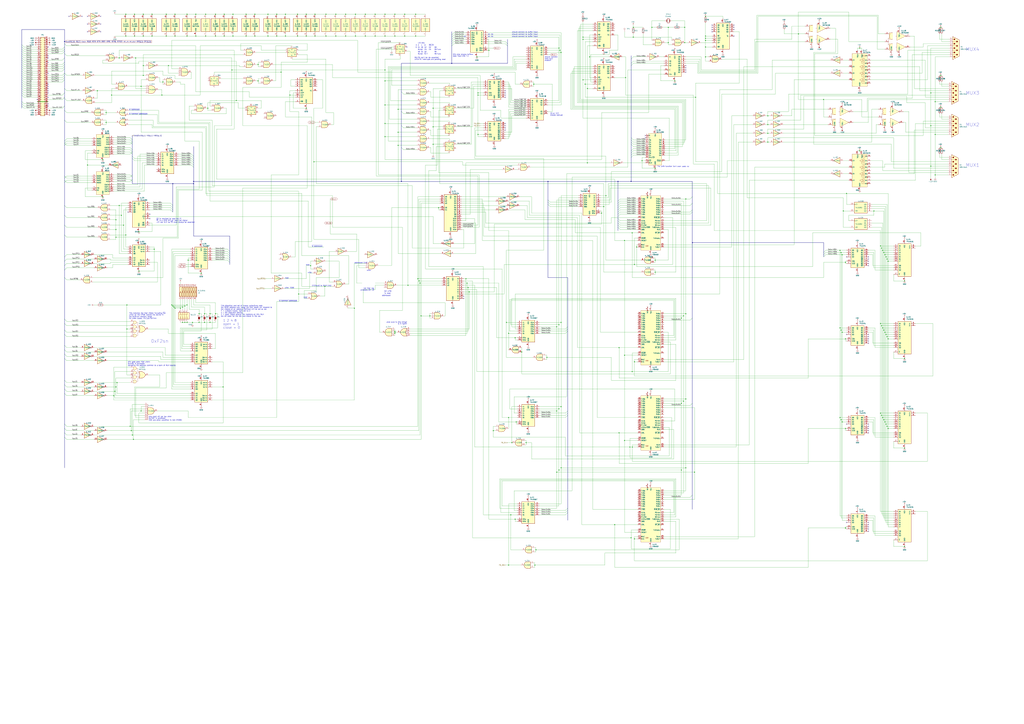
<source format=kicad_sch>
(kicad_sch (version 20211123) (generator eeschema)
  (paper "A0")
  (title_block (title "Centurion - 4 Port MUX (Serial Multiplex) Card") (date "2022-07-16") (rev "0.2") (company "Meisaka Yukara") (comment 1 "Visually Reverse Engineered"))
  (lib_symbols
    (symbol "74xx:74LS00" (pin_names (offset 1.016))
      (property "Reference" "U" (at 0 1.27 0))
      (property "Value" "74LS00" (at 0 -1.27 0))
      (symbol "74LS00_1_1"
        (pin input line (at -7.62 2.54 0) (length 3.81) (name "~") (number "1"))
        (pin input line (at -7.62 -2.54 0) (length 3.81) (name "~") (number "2"))
        (pin output inverted (at 7.62 0 180) (length 3.81) (name "~") (number "3"))
      )
      (symbol "74LS00_1_2"
        (pin input inverted (at -7.62 2.54 0) (length 4.318) (name "~") (number "1"))
        (pin input inverted (at -7.62 -2.54 0) (length 4.318) (name "~") (number "2"))
        (pin output line (at 7.62 0 180) (length 3.81) (name "~") (number "3"))
      )
      (symbol "74LS00_2_1"
        (pin input line (at -7.62 2.54 0) (length 3.81) (name "~") (number "4"))
        (pin input line (at -7.62 -2.54 0) (length 3.81) (name "~") (number "5"))
        (pin output inverted (at 7.62 0 180) (length 3.81) (name "~") (number "6"))
      )
      (symbol "74LS00_2_2"
        (pin input inverted (at -7.62 2.54 0) (length 4.318) (name "~") (number "4"))
        (pin input inverted (at -7.62 -2.54 0) (length 4.318) (name "~") (number "5"))
        (pin output line (at 7.62 0 180) (length 3.81) (name "~") (number "6"))
      )
      (symbol "74LS00_3_1"
        (pin input line (at -7.62 -2.54 0) (length 3.81) (name "~") (number "10"))
        (pin output inverted (at 7.62 0 180) (length 3.81) (name "~") (number "8"))
        (pin input line (at -7.62 2.54 0) (length 3.81) (name "~") (number "9"))
      )
      (symbol "74LS00_3_2"
        (pin input inverted (at -7.62 -2.54 0) (length 4.318) (name "~") (number "10"))
        (pin output line (at 7.62 0 180) (length 3.81) (name "~") (number "8"))
        (pin input inverted (at -7.62 2.54 0) (length 4.318) (name "~") (number "9"))
      )
      (symbol "74LS00_4_1"
        (pin output inverted (at 7.62 0 180) (length 3.81) (name "~") (number "11"))
        (pin input line (at -7.62 2.54 0) (length 3.81) (name "~") (number "12"))
        (pin input line (at -7.62 -2.54 0) (length 3.81) (name "~") (number "13"))
      )
      (symbol "74LS00_4_2"
        (pin output line (at 7.62 0 180) (length 3.81) (name "~") (number "11"))
        (pin input inverted (at -7.62 2.54 0) (length 4.318) (name "~") (number "12"))
        (pin input inverted (at -7.62 -2.54 0) (length 4.318) (name "~") (number "13"))
      )
      (symbol "74LS00_5_0"
        (pin power_in line (at 0 12.7 270) (length 5.08) (name "VCC") (number "14"))
        (pin power_in line (at 0 -12.7 90) (length 5.08) (name "GND") (number "7"))
      )
    )
    (symbol "74xx:74LS02" (pin_names (offset 1.016))
      (property "Reference" "U" (at 0 1.27 0))
      (property "Value" "74LS02" (at 0 -1.27 0))
      (symbol "74LS02_1_1"
        (pin output inverted (at 7.62 0 180) (length 3.81) (name "~") (number "1"))
        (pin input line (at -7.62 2.54 0) (length 4.318) (name "~") (number "2"))
        (pin input line (at -7.62 -2.54 0) (length 4.318) (name "~") (number "3"))
      )
      (symbol "74LS02_1_2"
        (pin output line (at 7.62 0 180) (length 3.81) (name "~") (number "1"))
        (pin input inverted (at -7.62 2.54 0) (length 3.81) (name "~") (number "2"))
        (pin input inverted (at -7.62 -2.54 0) (length 3.81) (name "~") (number "3"))
      )
      (symbol "74LS02_2_1"
        (pin output inverted (at 7.62 0 180) (length 3.81) (name "~") (number "4"))
        (pin input line (at -7.62 2.54 0) (length 4.318) (name "~") (number "5"))
        (pin input line (at -7.62 -2.54 0) (length 4.318) (name "~") (number "6"))
      )
      (symbol "74LS02_2_2"
        (pin output line (at 7.62 0 180) (length 3.81) (name "~") (number "4"))
        (pin input inverted (at -7.62 2.54 0) (length 3.81) (name "~") (number "5"))
        (pin input inverted (at -7.62 -2.54 0) (length 3.81) (name "~") (number "6"))
      )
      (symbol "74LS02_3_1"
        (pin output inverted (at 7.62 0 180) (length 3.81) (name "~") (number "10"))
        (pin input line (at -7.62 2.54 0) (length 4.318) (name "~") (number "8"))
        (pin input line (at -7.62 -2.54 0) (length 4.318) (name "~") (number "9"))
      )
      (symbol "74LS02_3_2"
        (pin output line (at 7.62 0 180) (length 3.81) (name "~") (number "10"))
        (pin input inverted (at -7.62 2.54 0) (length 3.81) (name "~") (number "8"))
        (pin input inverted (at -7.62 -2.54 0) (length 3.81) (name "~") (number "9"))
      )
      (symbol "74LS02_4_1"
        (pin input line (at -7.62 2.54 0) (length 4.318) (name "~") (number "11"))
        (pin input line (at -7.62 -2.54 0) (length 4.318) (name "~") (number "12"))
        (pin output inverted (at 7.62 0 180) (length 3.81) (name "~") (number "13"))
      )
      (symbol "74LS02_4_2"
        (pin input inverted (at -7.62 2.54 0) (length 3.81) (name "~") (number "11"))
        (pin input inverted (at -7.62 -2.54 0) (length 3.81) (name "~") (number "12"))
        (pin output line (at 7.62 0 180) (length 3.81) (name "~") (number "13"))
      )
      (symbol "74LS02_5_0"
        (pin power_in line (at 0 12.7 270) (length 5.08) (name "VCC") (number "14"))
        (pin power_in line (at 0 -12.7 90) (length 5.08) (name "GND") (number "7"))
      )
    )
    (symbol "74xx:74LS04"
      (property "Reference" "U" (at 0 1.27 0))
      (property "Value" "74LS04" (at 0 -1.27 0))
      (symbol "74LS04_1_0"
        (pin input line (at -7.62 0 0) (length 3.81) (name "~") (number "1"))
        (pin output inverted (at 7.62 0 180) (length 3.81) (name "~") (number "2"))
      )
      (symbol "74LS04_2_0"
        (pin input line (at -7.62 0 0) (length 3.81) (name "~") (number "3"))
        (pin output inverted (at 7.62 0 180) (length 3.81) (name "~") (number "4"))
      )
      (symbol "74LS04_3_0"
        (pin input line (at -7.62 0 0) (length 3.81) (name "~") (number "5"))
        (pin output inverted (at 7.62 0 180) (length 3.81) (name "~") (number "6"))
      )
      (symbol "74LS04_4_0"
        (pin output inverted (at 7.62 0 180) (length 3.81) (name "~") (number "8"))
        (pin input line (at -7.62 0 0) (length 3.81) (name "~") (number "9"))
      )
      (symbol "74LS04_5_0"
        (pin output inverted (at 7.62 0 180) (length 3.81) (name "~") (number "10"))
        (pin input line (at -7.62 0 0) (length 3.81) (name "~") (number "11"))
      )
      (symbol "74LS04_6_0"
        (pin output inverted (at 7.62 0 180) (length 3.81) (name "~") (number "12"))
        (pin input line (at -7.62 0 0) (length 3.81) (name "~") (number "13"))
      )
      (symbol "74LS04_7_0"
        (pin power_in line (at 0 12.7 270) (length 5.08) (name "VCC") (number "14"))
        (pin power_in line (at 0 -12.7 90) (length 5.08) (name "GND") (number "7"))
      )
    )
    (symbol "74xx:74LS08" (pin_names (offset 1.016))
      (property "Reference" "U" (at 0 1.27 0))
      (property "Value" "74LS08" (at 0 -1.27 0))
      (symbol "74LS08_1_1"
        (pin input line (at -7.62 2.54 0) (length 3.81) (name "~") (number "1"))
        (pin input line (at -7.62 -2.54 0) (length 3.81) (name "~") (number "2"))
        (pin output line (at 7.62 0 180) (length 3.81) (name "~") (number "3"))
      )
      (symbol "74LS08_1_2"
        (pin input inverted (at -7.62 2.54 0) (length 4.318) (name "~") (number "1"))
        (pin input inverted (at -7.62 -2.54 0) (length 4.318) (name "~") (number "2"))
        (pin output inverted (at 7.62 0 180) (length 3.81) (name "~") (number "3"))
      )
      (symbol "74LS08_2_1"
        (pin input line (at -7.62 2.54 0) (length 3.81) (name "~") (number "4"))
        (pin input line (at -7.62 -2.54 0) (length 3.81) (name "~") (number "5"))
        (pin output line (at 7.62 0 180) (length 3.81) (name "~") (number "6"))
      )
      (symbol "74LS08_2_2"
        (pin input inverted (at -7.62 2.54 0) (length 4.318) (name "~") (number "4"))
        (pin input inverted (at -7.62 -2.54 0) (length 4.318) (name "~") (number "5"))
        (pin output inverted (at 7.62 0 180) (length 3.81) (name "~") (number "6"))
      )
      (symbol "74LS08_3_1"
        (pin input line (at -7.62 -2.54 0) (length 3.81) (name "~") (number "10"))
        (pin output line (at 7.62 0 180) (length 3.81) (name "~") (number "8"))
        (pin input line (at -7.62 2.54 0) (length 3.81) (name "~") (number "9"))
      )
      (symbol "74LS08_3_2"
        (pin input inverted (at -7.62 -2.54 0) (length 4.318) (name "~") (number "10"))
        (pin output inverted (at 7.62 0 180) (length 3.81) (name "~") (number "8"))
        (pin input inverted (at -7.62 2.54 0) (length 4.318) (name "~") (number "9"))
      )
      (symbol "74LS08_4_1"
        (pin output line (at 7.62 0 180) (length 3.81) (name "~") (number "11"))
        (pin input line (at -7.62 2.54 0) (length 3.81) (name "~") (number "12"))
        (pin input line (at -7.62 -2.54 0) (length 3.81) (name "~") (number "13"))
      )
      (symbol "74LS08_4_2"
        (pin output inverted (at 7.62 0 180) (length 3.81) (name "~") (number "11"))
        (pin input inverted (at -7.62 2.54 0) (length 4.318) (name "~") (number "12"))
        (pin input inverted (at -7.62 -2.54 0) (length 4.318) (name "~") (number "13"))
      )
      (symbol "74LS08_5_0"
        (pin power_in line (at 0 12.7 270) (length 5.08) (name "VCC") (number "14"))
        (pin power_in line (at 0 -12.7 90) (length 5.08) (name "GND") (number "7"))
      )
    )
    (symbol "74xx:74LS10" (pin_names (offset 1.016))
      (property "Reference" "U" (at 0 1.27 0))
      (property "Value" "74LS10" (at 0 -1.27 0))
      (symbol "74LS10_1_1"
        (pin input line (at -7.62 2.54 0) (length 3.81) (name "~") (number "1"))
        (pin output inverted (at 7.62 0 180) (length 3.81) (name "~") (number "12"))
        (pin input line (at -7.62 -2.54 0) (length 3.81) (name "~") (number "13"))
        (pin input line (at -7.62 0 0) (length 3.81) (name "~") (number "2"))
      )
      (symbol "74LS10_1_2"
        (pin input inverted (at -7.62 2.54 0) (length 4.318) (name "~") (number "1"))
        (pin output line (at 7.62 0 180) (length 3.81) (name "~") (number "12"))
        (pin input inverted (at -7.62 -2.54 0) (length 4.318) (name "~") (number "13"))
        (pin input inverted (at -7.62 0 0) (length 4.953) (name "~") (number "2"))
      )
      (symbol "74LS10_2_1"
        (pin input line (at -7.62 2.54 0) (length 3.81) (name "~") (number "3"))
        (pin input line (at -7.62 0 0) (length 3.81) (name "~") (number "4"))
        (pin input line (at -7.62 -2.54 0) (length 3.81) (name "~") (number "5"))
        (pin output inverted (at 7.62 0 180) (length 3.81) (name "~") (number "6"))
      )
      (symbol "74LS10_2_2"
        (pin input inverted (at -7.62 2.54 0) (length 4.318) (name "~") (number "3"))
        (pin input inverted (at -7.62 0 0) (length 4.953) (name "~") (number "4"))
        (pin input inverted (at -7.62 -2.54 0) (length 4.318) (name "~") (number "5"))
        (pin output line (at 7.62 0 180) (length 3.81) (name "~") (number "6"))
      )
      (symbol "74LS10_3_1"
        (pin input line (at -7.62 0 0) (length 3.81) (name "~") (number "10"))
        (pin input line (at -7.62 -2.54 0) (length 3.81) (name "~") (number "11"))
        (pin output inverted (at 7.62 0 180) (length 3.81) (name "~") (number "8"))
        (pin input line (at -7.62 2.54 0) (length 3.81) (name "~") (number "9"))
      )
      (symbol "74LS10_3_2"
        (pin input inverted (at -7.62 0 0) (length 4.953) (name "~") (number "10"))
        (pin input inverted (at -7.62 -2.54 0) (length 4.318) (name "~") (number "11"))
        (pin output line (at 7.62 0 180) (length 3.81) (name "~") (number "8"))
        (pin input inverted (at -7.62 2.54 0) (length 4.318) (name "~") (number "9"))
      )
      (symbol "74LS10_4_0"
        (pin power_in line (at 0 12.7 270) (length 5.08) (name "VCC") (number "14"))
        (pin power_in line (at 0 -12.7 90) (length 5.08) (name "GND") (number "7"))
      )
    )
    (symbol "74xx:74LS148" (pin_names (offset 1.016))
      (property "Reference" "U" (at -7.62 13.97 0))
      (property "Value" "74LS148" (at -7.62 -13.97 0))
      (symbol "74LS148_1_0"
        (pin input inverted (at -12.7 0 0) (length 5.08) (name "I4") (number "1"))
        (pin input inverted (at -12.7 10.16 0) (length 5.08) (name "IO") (number "10"))
        (pin input inverted (at -12.7 7.62 0) (length 5.08) (name "I1") (number "11"))
        (pin input inverted (at -12.7 5.08 0) (length 5.08) (name "I2") (number "12"))
        (pin input inverted (at -12.7 2.54 0) (length 5.08) (name "I3") (number "13"))
        (pin output inverted (at 12.7 -2.54 180) (length 5.08) (name "GS") (number "14"))
        (pin output inverted (at 12.7 -5.08 180) (length 5.08) (name "EO") (number "15"))
        (pin power_in line (at 0 17.78 270) (length 5.08) (name "VCC") (number "16"))
        (pin input inverted (at -12.7 -2.54 0) (length 5.08) (name "I5") (number "2"))
        (pin input inverted (at -12.7 -5.08 0) (length 5.08) (name "I6") (number "3"))
        (pin input inverted (at -12.7 -7.62 0) (length 5.08) (name "I7") (number "4"))
        (pin input inverted (at -12.7 -10.16 0) (length 5.08) (name "EI") (number "5"))
        (pin output inverted (at 12.7 5.08 180) (length 5.08) (name "S2") (number "6"))
        (pin output inverted (at 12.7 7.62 180) (length 5.08) (name "S1") (number "7"))
        (pin power_in line (at 0 -17.78 90) (length 5.08) (name "GND") (number "8"))
        (pin output inverted (at 12.7 10.16 180) (length 5.08) (name "S0") (number "9"))
      )
    )
    (symbol "74xx:74LS151" (pin_names (offset 1.016))
      (property "Reference" "U" (at -7.62 19.05 0))
      (property "Value" "74LS151" (at -7.62 -21.59 0))
      (symbol "74LS151_1_0"
        (pin input line (at -12.7 7.62 0) (length 5.08) (name "I3") (number "1"))
        (pin input line (at -12.7 -10.16 0) (length 5.08) (name "S1") (number "10"))
        (pin input line (at -12.7 -7.62 0) (length 5.08) (name "S0") (number "11"))
        (pin input line (at -12.7 -2.54 0) (length 5.08) (name "I7") (number "12"))
        (pin input line (at -12.7 0 0) (length 5.08) (name "I6") (number "13"))
        (pin input line (at -12.7 2.54 0) (length 5.08) (name "I5") (number "14"))
        (pin input line (at -12.7 5.08 0) (length 5.08) (name "I4") (number "15"))
        (pin power_in line (at 0 22.86 270) (length 5.08) (name "VCC") (number "16"))
        (pin input line (at -12.7 10.16 0) (length 5.08) (name "I2") (number "2"))
        (pin input line (at -12.7 12.7 0) (length 5.08) (name "I1") (number "3"))
        (pin input line (at -12.7 15.24 0) (length 5.08) (name "I0") (number "4"))
        (pin output line (at 12.7 15.24 180) (length 5.08) (name "Z") (number "5"))
        (pin output line (at 12.7 12.7 180) (length 5.08) (name "~{Z}") (number "6"))
        (pin input line (at -12.7 -17.78 0) (length 5.08) (name "~{E}") (number "7"))
        (pin power_in line (at 0 -25.4 90) (length 5.08) (name "GND") (number "8"))
        (pin input line (at -12.7 -12.7 0) (length 5.08) (name "S2") (number "9"))
      )
    )
    (symbol "74xx:74LS154" (pin_names (offset 1.016))
      (property "Reference" "U" (at -7.62 21.59 0))
      (property "Value" "74LS154" (at -7.62 -24.13 0))
      (symbol "74LS154_1_0"
        (pin output inverted (at 12.7 17.78 180) (length 5.08) (name "S0") (number "1"))
        (pin output inverted (at 12.7 -5.08 180) (length 5.08) (name "S9") (number "10"))
        (pin output inverted (at 12.7 -7.62 180) (length 5.08) (name "S10") (number "11"))
        (pin power_in line (at 0 -27.94 90) (length 5.08) (name "GND") (number "12"))
        (pin output inverted (at 12.7 -10.16 180) (length 5.08) (name "S11") (number "13"))
        (pin output inverted (at 12.7 -12.7 180) (length 5.08) (name "S12") (number "14"))
        (pin output inverted (at 12.7 -15.24 180) (length 5.08) (name "S13") (number "15"))
        (pin output inverted (at 12.7 -17.78 180) (length 5.08) (name "S14") (number "16"))
        (pin output inverted (at 12.7 -20.32 180) (length 5.08) (name "S15") (number "17"))
        (pin input inverted (at -12.7 5.08 0) (length 5.08) (name "E0") (number "18"))
        (pin input inverted (at -12.7 2.54 0) (length 5.08) (name "E1") (number "19"))
        (pin output inverted (at 12.7 15.24 180) (length 5.08) (name "S1") (number "2"))
        (pin input line (at -12.7 10.16 0) (length 5.08) (name "A3") (number "20"))
        (pin input line (at -12.7 12.7 0) (length 5.08) (name "A2") (number "21"))
        (pin input line (at -12.7 15.24 0) (length 5.08) (name "A1") (number "22"))
        (pin input line (at -12.7 17.78 0) (length 5.08) (name "A0") (number "23"))
        (pin power_in line (at 0 25.4 270) (length 5.08) (name "VCC") (number "24"))
        (pin output inverted (at 12.7 12.7 180) (length 5.08) (name "S2") (number "3"))
        (pin output inverted (at 12.7 10.16 180) (length 5.08) (name "S3") (number "4"))
        (pin output inverted (at 12.7 7.62 180) (length 5.08) (name "S4") (number "5"))
        (pin output inverted (at 12.7 5.08 180) (length 5.08) (name "S5") (number "6"))
        (pin output inverted (at 12.7 2.54 180) (length 5.08) (name "S6") (number "7"))
        (pin output inverted (at 12.7 0 180) (length 5.08) (name "S7") (number "8"))
        (pin output inverted (at 12.7 -2.54 180) (length 5.08) (name "S8") (number "9"))
      )
    )
    (symbol "74xx:74LS161" (pin_names (offset 1.016))
      (property "Reference" "U" (at -7.62 16.51 0))
      (property "Value" "74LS161" (at -7.62 -16.51 0))
      (symbol "74LS161_1_0"
        (pin input line (at -12.7 -12.7 0) (length 5.08) (name "~{MR}") (number "1"))
        (pin input line (at -12.7 -5.08 0) (length 5.08) (name "CET") (number "10"))
        (pin output line (at 12.7 5.08 180) (length 5.08) (name "Q3") (number "11"))
        (pin output line (at 12.7 7.62 180) (length 5.08) (name "Q2") (number "12"))
        (pin output line (at 12.7 10.16 180) (length 5.08) (name "Q1") (number "13"))
        (pin output line (at 12.7 12.7 180) (length 5.08) (name "Q0") (number "14"))
        (pin output line (at 12.7 0 180) (length 5.08) (name "TC") (number "15"))
        (pin power_in line (at 0 20.32 270) (length 5.08) (name "VCC") (number "16"))
        (pin input line (at -12.7 -7.62 0) (length 5.08) (name "CP") (number "2"))
        (pin input line (at -12.7 12.7 0) (length 5.08) (name "D0") (number "3"))
        (pin input line (at -12.7 10.16 0) (length 5.08) (name "D1") (number "4"))
        (pin input line (at -12.7 7.62 0) (length 5.08) (name "D2") (number "5"))
        (pin input line (at -12.7 5.08 0) (length 5.08) (name "D3") (number "6"))
        (pin input line (at -12.7 -2.54 0) (length 5.08) (name "CEP") (number "7"))
        (pin power_in line (at 0 -20.32 90) (length 5.08) (name "GND") (number "8"))
        (pin input line (at -12.7 0 0) (length 5.08) (name "~{PE}") (number "9"))
      )
    )
    (symbol "74xx:74LS195" (pin_names (offset 1.016))
      (property "Reference" "U" (at -7.62 16.51 0))
      (property "Value" "74LS195" (at -7.62 -16.51 0))
      (symbol "74LS195_1_0"
        (pin input line (at -12.7 -12.7 0) (length 5.08) (name "~{MR}") (number "1"))
        (pin input clock (at -12.7 -2.54 0) (length 5.08) (name "CP") (number "10"))
        (pin output line (at 12.7 2.54 180) (length 5.08) (name "~{Q3}") (number "11"))
        (pin output line (at 12.7 5.08 180) (length 5.08) (name "Q3") (number "12"))
        (pin output line (at 12.7 7.62 180) (length 5.08) (name "Q2") (number "13"))
        (pin output line (at 12.7 10.16 180) (length 5.08) (name "Q1") (number "14"))
        (pin output line (at 12.7 12.7 180) (length 5.08) (name "Q0") (number "15"))
        (pin power_in line (at 0 20.32 270) (length 5.08) (name "VCC") (number "16"))
        (pin input line (at -12.7 0 0) (length 5.08) (name "J") (number "2"))
        (pin input line (at -12.7 -5.08 0) (length 5.08) (name "~{K}") (number "3"))
        (pin input line (at -12.7 12.7 0) (length 5.08) (name "P0") (number "4"))
        (pin input line (at -12.7 10.16 0) (length 5.08) (name "P1") (number "5"))
        (pin input line (at -12.7 7.62 0) (length 5.08) (name "P2") (number "6"))
        (pin input line (at -12.7 5.08 0) (length 5.08) (name "P3") (number "7"))
        (pin power_in line (at 0 -20.32 90) (length 5.08) (name "GND") (number "8"))
        (pin input line (at -12.7 -10.16 0) (length 5.08) (name "~{PE}") (number "9"))
      )
    )
    (symbol "74xx:74LS20" (pin_names (offset 1.016))
      (property "Reference" "U" (at 0 1.27 0))
      (property "Value" "74LS20" (at 0 -1.27 0))
      (symbol "74LS20_1_1"
        (pin input line (at -7.62 3.81 0) (length 3.81) (name "~") (number "1"))
        (pin input line (at -7.62 1.27 0) (length 3.81) (name "~") (number "2"))
        (pin input line (at -7.62 -1.27 0) (length 3.81) (name "~") (number "4"))
        (pin input line (at -7.62 -3.81 0) (length 3.81) (name "~") (number "5"))
        (pin output inverted (at 7.62 0 180) (length 3.81) (name "~") (number "6"))
      )
      (symbol "74LS20_1_2"
        (pin input inverted (at -7.62 3.81 0) (length 3.81) (name "~") (number "1"))
        (pin input inverted (at -7.62 1.27 0) (length 4.826) (name "~") (number "2"))
        (pin input inverted (at -7.62 -1.27 0) (length 4.826) (name "~") (number "4"))
        (pin input inverted (at -7.62 -3.81 0) (length 3.81) (name "~") (number "5"))
        (pin output line (at 7.62 0 180) (length 3.81) (name "~") (number "6"))
      )
      (symbol "74LS20_2_1"
        (pin input line (at -7.62 1.27 0) (length 3.81) (name "~") (number "10"))
        (pin input line (at -7.62 -1.27 0) (length 3.81) (name "~") (number "12"))
        (pin input line (at -7.62 -3.81 0) (length 3.81) (name "~") (number "13"))
        (pin output inverted (at 7.62 0 180) (length 3.81) (name "~") (number "8"))
        (pin input line (at -7.62 3.81 0) (length 3.81) (name "~") (number "9"))
      )
      (symbol "74LS20_2_2"
        (pin input inverted (at -7.62 1.27 0) (length 4.826) (name "~") (number "10"))
        (pin input inverted (at -7.62 -1.27 0) (length 4.826) (name "~") (number "12"))
        (pin input inverted (at -7.62 -3.81 0) (length 3.81) (name "~") (number "13"))
        (pin output line (at 7.62 0 180) (length 3.81) (name "~") (number "8"))
        (pin input inverted (at -7.62 3.81 0) (length 3.81) (name "~") (number "9"))
      )
      (symbol "74LS20_3_0"
        (pin power_in line (at 0 12.7 270) (length 5.08) (name "VCC") (number "14"))
        (pin power_in line (at 0 -12.7 90) (length 5.08) (name "GND") (number "7"))
      )
    )
    (symbol "74xx:74LS259" (pin_names (offset 1.016))
      (property "Reference" "U" (at -7.62 13.97 0))
      (property "Value" "74LS259" (at -7.62 -13.97 0))
      (symbol "74LS259_1_0"
        (pin input line (at -12.7 5.08 0) (length 5.08) (name "A0") (number "1"))
        (pin output line (at 12.7 -2.54 180) (length 5.08) (name "Q5") (number "10"))
        (pin output line (at 12.7 -5.08 180) (length 5.08) (name "Q6") (number "11"))
        (pin output line (at 12.7 -7.62 180) (length 5.08) (name "Q7") (number "12"))
        (pin input line (at -12.7 10.16 0) (length 5.08) (name "D") (number "13"))
        (pin input inverted (at -12.7 -5.08 0) (length 5.08) (name "E") (number "14"))
        (pin input inverted (at -12.7 -10.16 0) (length 5.08) (name "Clr") (number "15"))
        (pin power_in line (at 0 17.78 270) (length 5.08) (name "VCC") (number "16"))
        (pin input line (at -12.7 2.54 0) (length 5.08) (name "A1") (number "2"))
        (pin input line (at -12.7 0 0) (length 5.08) (name "A2") (number "3"))
        (pin output line (at 12.7 10.16 180) (length 5.08) (name "Q0") (number "4"))
        (pin output line (at 12.7 7.62 180) (length 5.08) (name "Q1") (number "5"))
        (pin output line (at 12.7 5.08 180) (length 5.08) (name "Q2") (number "6"))
        (pin output line (at 12.7 2.54 180) (length 5.08) (name "Q3") (number "7"))
        (pin power_in line (at 0 -17.78 90) (length 5.08) (name "GND") (number "8"))
        (pin output line (at 12.7 0 180) (length 5.08) (name "Q4") (number "9"))
      )
    )
    (symbol "74xx:74LS30" (pin_names (offset 1.016))
      (property "Reference" "U" (at 0 1.27 0))
      (property "Value" "74LS30" (at 0 -1.27 0))
      (symbol "74LS30_1_1"
        (pin input line (at -7.62 7.62 0) (length 3.81) (name "~") (number "1"))
        (pin input line (at -7.62 -7.62 0) (length 3.81) (name "~") (number "11"))
        (pin input line (at -7.62 -10.16 0) (length 3.81) (name "~") (number "12"))
        (pin input line (at -7.62 5.08 0) (length 3.81) (name "~") (number "2"))
        (pin input line (at -7.62 2.54 0) (length 3.81) (name "~") (number "3"))
        (pin input line (at -7.62 0 0) (length 3.81) (name "~") (number "4"))
        (pin input line (at -7.62 -2.54 0) (length 3.81) (name "~") (number "5"))
        (pin input line (at -7.62 -5.08 0) (length 3.81) (name "~") (number "6"))
        (pin output inverted (at 7.62 0 180) (length 3.81) (name "~") (number "8"))
      )
      (symbol "74LS30_1_2"
        (pin input inverted (at -7.62 7.62 0) (length 3.81) (name "~") (number "1"))
        (pin input inverted (at -7.62 -7.62 0) (length 3.81) (name "~") (number "11"))
        (pin input inverted (at -7.62 -10.16 0) (length 3.81) (name "~") (number "12"))
        (pin input inverted (at -7.62 5.08 0) (length 3.81) (name "~") (number "2"))
        (pin input inverted (at -7.62 2.54 0) (length 4.5466) (name "~") (number "3"))
        (pin input inverted (at -7.62 0 0) (length 5.08) (name "~") (number "4"))
        (pin input inverted (at -7.62 -2.54 0) (length 4.5466) (name "~") (number "5"))
        (pin input inverted (at -7.62 -5.08 0) (length 3.81) (name "~") (number "6"))
        (pin output line (at 7.62 0 180) (length 3.81) (name "~") (number "8"))
      )
      (symbol "74LS30_2_0"
        (pin power_in line (at 0 12.7 270) (length 5.08) (name "VCC") (number "14"))
        (pin power_in line (at 0 -12.7 90) (length 5.08) (name "GND") (number "7"))
      )
    )
    (symbol "74xx:74LS367" (pin_names (offset 1.016))
      (property "Reference" "U" (at -7.62 13.97 0))
      (property "Value" "74LS367" (at -7.62 -13.97 0))
      (symbol "74LS367_1_0"
        (pin input inverted (at -12.7 -7.62 0) (length 5.08) (name "OEa") (number "1"))
        (pin input line (at -12.7 2.54 0) (length 5.08) (name "I4") (number "10"))
        (pin tri_state line (at 12.7 0 180) (length 5.08) (name "O5b") (number "11"))
        (pin input line (at -12.7 0 0) (length 5.08) (name "I5") (number "12"))
        (pin tri_state line (at 12.7 -2.54 180) (length 5.08) (name "O6b") (number "13"))
        (pin input line (at -12.7 -2.54 0) (length 5.08) (name "I6") (number "14"))
        (pin input inverted (at -12.7 -10.16 0) (length 5.08) (name "OEb") (number "15"))
        (pin power_in line (at 0 17.78 270) (length 5.08) (name "VCC") (number "16"))
        (pin input line (at -12.7 10.16 0) (length 5.08) (name "I1") (number "2"))
        (pin tri_state line (at 12.7 10.16 180) (length 5.08) (name "O1a") (number "3"))
        (pin input line (at -12.7 7.62 0) (length 5.08) (name "I2") (number "4"))
        (pin tri_state line (at 12.7 7.62 180) (length 5.08) (name "O2a") (number "5"))
        (pin input line (at -12.7 5.08 0) (length 5.08) (name "I3") (number "6"))
        (pin tri_state line (at 12.7 5.08 180) (length 5.08) (name "O3a") (number "7"))
        (pin power_in line (at 0 -17.78 90) (length 5.08) (name "GND") (number "8"))
        (pin tri_state line (at 12.7 2.54 180) (length 5.08) (name "O4a") (number "9"))
      )
    )
    (symbol "74xx:74LS37" (pin_names (offset 1.016))
      (property "Reference" "U" (at 0 1.27 0))
      (property "Value" "74LS37" (at 0 -1.27 0))
      (symbol "74LS37_1_1"
        (pin input line (at -7.62 2.54 0) (length 3.81) (name "~") (number "1"))
        (pin input line (at -7.62 -2.54 0) (length 3.81) (name "~") (number "2"))
        (pin output inverted (at 7.62 0 180) (length 3.81) (name "~") (number "3"))
      )
      (symbol "74LS37_1_2"
        (pin input inverted (at -7.62 2.54 0) (length 4.318) (name "~") (number "1"))
        (pin input inverted (at -7.62 -2.54 0) (length 4.318) (name "~") (number "2"))
        (pin output line (at 7.62 0 180) (length 3.81) (name "~") (number "3"))
      )
      (symbol "74LS37_2_1"
        (pin input line (at -7.62 2.54 0) (length 3.81) (name "~") (number "4"))
        (pin input line (at -7.62 -2.54 0) (length 3.81) (name "~") (number "5"))
        (pin output inverted (at 7.62 0 180) (length 3.81) (name "~") (number "6"))
      )
      (symbol "74LS37_2_2"
        (pin input inverted (at -7.62 2.54 0) (length 4.318) (name "~") (number "4"))
        (pin input inverted (at -7.62 -2.54 0) (length 4.318) (name "~") (number "5"))
        (pin output line (at 7.62 0 180) (length 3.81) (name "~") (number "6"))
      )
      (symbol "74LS37_3_1"
        (pin input line (at -7.62 -2.54 0) (length 3.81) (name "~") (number "10"))
        (pin output inverted (at 7.62 0 180) (length 3.81) (name "~") (number "8"))
        (pin input line (at -7.62 2.54 0) (length 3.81) (name "~") (number "9"))
      )
      (symbol "74LS37_3_2"
        (pin input inverted (at -7.62 -2.54 0) (length 4.318) (name "~") (number "10"))
        (pin output line (at 7.62 0 180) (length 3.81) (name "~") (number "8"))
        (pin input inverted (at -7.62 2.54 0) (length 4.318) (name "~") (number "9"))
      )
      (symbol "74LS37_4_1"
        (pin output inverted (at 7.62 0 180) (length 3.81) (name "~") (number "11"))
        (pin input line (at -7.62 2.54 0) (length 3.81) (name "~") (number "12"))
        (pin input line (at -7.62 -2.54 0) (length 3.81) (name "~") (number "13"))
      )
      (symbol "74LS37_4_2"
        (pin output line (at 7.62 0 180) (length 3.81) (name "~") (number "11"))
        (pin input inverted (at -7.62 2.54 0) (length 4.318) (name "~") (number "12"))
        (pin input inverted (at -7.62 -2.54 0) (length 4.318) (name "~") (number "13"))
      )
      (symbol "74LS37_5_0"
        (pin power_in line (at 0 12.7 270) (length 5.08) (name "VCC") (number "14"))
        (pin power_in line (at 0 -12.7 90) (length 5.08) (name "GND") (number "7"))
      )
    )
    (symbol "74xx:74LS38" (pin_names (offset 1.016))
      (property "Reference" "U" (at 0 1.27 0))
      (property "Value" "74LS38" (at 0 -1.27 0))
      (symbol "74LS38_1_1"
        (pin input line (at -7.62 2.54 0) (length 3.81) (name "~") (number "1"))
        (pin input line (at -7.62 -2.54 0) (length 3.81) (name "~") (number "2"))
        (pin open_collector inverted (at 7.62 0 180) (length 3.81) (name "~") (number "3"))
      )
      (symbol "74LS38_1_2"
        (pin input inverted (at -7.62 2.54 0) (length 4.318) (name "~") (number "1"))
        (pin input inverted (at -7.62 -2.54 0) (length 4.318) (name "~") (number "2"))
        (pin open_collector line (at 7.62 0 180) (length 3.81) (name "~") (number "3"))
      )
      (symbol "74LS38_2_1"
        (pin input line (at -7.62 2.54 0) (length 3.81) (name "~") (number "4"))
        (pin input line (at -7.62 -2.54 0) (length 3.81) (name "~") (number "5"))
        (pin open_collector inverted (at 7.62 0 180) (length 3.81) (name "~") (number "6"))
      )
      (symbol "74LS38_2_2"
        (pin input inverted (at -7.62 2.54 0) (length 4.318) (name "~") (number "4"))
        (pin input inverted (at -7.62 -2.54 0) (length 4.318) (name "~") (number "5"))
        (pin open_collector line (at 7.62 0 180) (length 3.81) (name "~") (number "6"))
      )
      (symbol "74LS38_3_1"
        (pin input line (at -7.62 -2.54 0) (length 3.81) (name "~") (number "10"))
        (pin open_collector inverted (at 7.62 0 180) (length 3.81) (name "~") (number "8"))
        (pin input line (at -7.62 2.54 0) (length 3.81) (name "~") (number "9"))
      )
      (symbol "74LS38_3_2"
        (pin input inverted (at -7.62 -2.54 0) (length 4.318) (name "~") (number "10"))
        (pin open_collector line (at 7.62 0 180) (length 3.81) (name "~") (number "8"))
        (pin input inverted (at -7.62 2.54 0) (length 4.318) (name "~") (number "9"))
      )
      (symbol "74LS38_4_1"
        (pin open_collector inverted (at 7.62 0 180) (length 3.81) (name "~") (number "11"))
        (pin input line (at -7.62 2.54 0) (length 3.81) (name "~") (number "12"))
        (pin input line (at -7.62 -2.54 0) (length 3.81) (name "~") (number "13"))
      )
      (symbol "74LS38_4_2"
        (pin open_collector line (at 7.62 0 180) (length 3.81) (name "~") (number "11"))
        (pin input inverted (at -7.62 2.54 0) (length 4.318) (name "~") (number "12"))
        (pin input inverted (at -7.62 -2.54 0) (length 4.318) (name "~") (number "13"))
      )
      (symbol "74LS38_5_0"
        (pin power_in line (at 0 12.7 270) (length 5.08) (name "VCC") (number "14"))
        (pin power_in line (at 0 -12.7 90) (length 5.08) (name "GND") (number "7"))
      )
    )
    (symbol "74xx:74LS393" (pin_names (offset 1.016))
      (property "Reference" "U" (at -7.62 8.89 0))
      (property "Value" "74LS393" (at -7.62 -8.89 0))
      (symbol "74LS393_1_0"
        (pin input clock (at -12.7 2.54 0) (length 5.08) (name "CP") (number "1"))
        (pin input line (at -12.7 -5.08 0) (length 5.08) (name "MR") (number "2"))
        (pin output line (at 12.7 2.54 180) (length 5.08) (name "Q0") (number "3"))
        (pin output line (at 12.7 0 180) (length 5.08) (name "Q1") (number "4"))
        (pin output line (at 12.7 -2.54 180) (length 5.08) (name "Q2") (number "5"))
        (pin output line (at 12.7 -5.08 180) (length 5.08) (name "Q3") (number "6"))
      )
      (symbol "74LS393_2_0"
        (pin output line (at 12.7 0 180) (length 5.08) (name "Q1") (number "10"))
        (pin output line (at 12.7 2.54 180) (length 5.08) (name "Q0") (number "11"))
        (pin input line (at -12.7 -5.08 0) (length 5.08) (name "MR") (number "12"))
        (pin input clock (at -12.7 2.54 0) (length 5.08) (name "CP") (number "13"))
        (pin output line (at 12.7 -5.08 180) (length 5.08) (name "Q3") (number "8"))
        (pin output line (at 12.7 -2.54 180) (length 5.08) (name "Q2") (number "9"))
      )
      (symbol "74LS393_3_0"
        (pin power_in line (at 0 12.7 270) (length 5.08) (name "VCC") (number "14"))
        (pin power_in line (at 0 -12.7 90) (length 5.08) (name "GND") (number "7"))
      )
    )
    (symbol "74xx:74LS42" (pin_names (offset 1.016))
      (property "Reference" "U" (at -7.62 13.97 0))
      (property "Value" "74LS42" (at -7.62 -16.51 0))
      (symbol "74LS42_1_0"
        (pin output inverted (at 12.7 10.16 180) (length 5.08) (name "0") (number "1"))
        (pin output inverted (at 12.7 -10.16 180) (length 5.08) (name "8") (number "10"))
        (pin output inverted (at 12.7 -12.7 180) (length 5.08) (name "9") (number "11"))
        (pin input line (at -12.7 2.54 0) (length 5.08) (name "A3") (number "12"))
        (pin input line (at -12.7 5.08 0) (length 5.08) (name "A2") (number "13"))
        (pin input line (at -12.7 7.62 0) (length 5.08) (name "A1") (number "14"))
        (pin input line (at -12.7 10.16 0) (length 5.08) (name "A0") (number "15"))
        (pin power_in line (at 0 17.78 270) (length 5.08) (name "VCC") (number "16"))
        (pin output inverted (at 12.7 7.62 180) (length 5.08) (name "1") (number "2"))
        (pin output inverted (at 12.7 5.08 180) (length 5.08) (name "2") (number "3"))
        (pin output inverted (at 12.7 2.54 180) (length 5.08) (name "3") (number "4"))
        (pin output inverted (at 12.7 0 180) (length 5.08) (name "4") (number "5"))
        (pin output inverted (at 12.7 -2.54 180) (length 5.08) (name "5") (number "6"))
        (pin output inverted (at 12.7 -5.08 180) (length 5.08) (name "6") (number "7"))
        (pin power_in line (at 0 -20.32 90) (length 5.08) (name "GND") (number "8"))
        (pin output inverted (at 12.7 -7.62 180) (length 5.08) (name "7") (number "9"))
      )
    )
    (symbol "74xx:74LS74" (pin_names (offset 1.016))
      (property "Reference" "U" (at -7.62 8.89 0))
      (property "Value" "74LS74" (at -7.62 -8.89 0))
      (symbol "74LS74_1_0"
        (pin input line (at 0 -7.62 90) (length 2.54) (name "~{R}") (number "1"))
        (pin input line (at -7.62 2.54 0) (length 2.54) (name "D") (number "2"))
        (pin input clock (at -7.62 0 0) (length 2.54) (name "C") (number "3"))
        (pin input line (at 0 7.62 270) (length 2.54) (name "~{S}") (number "4"))
        (pin output line (at 7.62 2.54 180) (length 2.54) (name "Q") (number "5"))
        (pin output line (at 7.62 -2.54 180) (length 2.54) (name "~{Q}") (number "6"))
      )
      (symbol "74LS74_2_0"
        (pin input line (at 0 7.62 270) (length 2.54) (name "~{S}") (number "10"))
        (pin input clock (at -7.62 0 0) (length 2.54) (name "C") (number "11"))
        (pin input line (at -7.62 2.54 0) (length 2.54) (name "D") (number "12"))
        (pin input line (at 0 -7.62 90) (length 2.54) (name "~{R}") (number "13"))
        (pin output line (at 7.62 -2.54 180) (length 2.54) (name "~{Q}") (number "8"))
        (pin output line (at 7.62 2.54 180) (length 2.54) (name "Q") (number "9"))
      )
      (symbol "74LS74_3_0"
        (pin power_in line (at 0 10.16 270) (length 2.54) (name "VCC") (number "14"))
        (pin power_in line (at 0 -10.16 90) (length 2.54) (name "GND") (number "7"))
      )
    )
    (symbol "74xx:74LS75" (pin_names (offset 1.016))
      (property "Reference" "U" (at -7.62 11.43 0))
      (property "Value" "74LS75" (at -7.62 -13.97 0))
      (symbol "74LS75_1_0"
        (pin output line (at 12.7 -2.54 180) (length 5.08) (name "~{Q0}") (number "1"))
        (pin output line (at 12.7 2.54 180) (length 5.08) (name "Q2") (number "10"))
        (pin output line (at 12.7 -7.62 180) (length 5.08) (name "~{Q2}") (number "11"))
        (pin power_in line (at 0 -17.78 90) (length 5.08) (name "GND") (number "12"))
        (pin input line (at -12.7 -5.08 0) (length 5.08) (name "E01") (number "13"))
        (pin output line (at 12.7 -5.08 180) (length 5.08) (name "~{Q1}") (number "14"))
        (pin output line (at 12.7 5.08 180) (length 5.08) (name "Q1") (number "15"))
        (pin output line (at 12.7 7.62 180) (length 5.08) (name "Q0") (number "16"))
        (pin input line (at -12.7 7.62 0) (length 5.08) (name "D0") (number "2"))
        (pin input line (at -12.7 5.08 0) (length 5.08) (name "D1") (number "3"))
        (pin input line (at -12.7 -7.62 0) (length 5.08) (name "E23") (number "4"))
        (pin power_in line (at 0 15.24 270) (length 5.08) (name "VCC") (number "5"))
        (pin input line (at -12.7 2.54 0) (length 5.08) (name "D2") (number "6"))
        (pin input line (at -12.7 0 0) (length 5.08) (name "D3") (number "7"))
        (pin output line (at 12.7 -10.16 180) (length 5.08) (name "~{Q3}") (number "8"))
        (pin output line (at 12.7 0 180) (length 5.08) (name "Q3") (number "9"))
      )
    )
    (symbol "74xx:74LS85" (pin_names (offset 1.016))
      (property "Reference" "U" (at -7.62 13.97 0))
      (property "Value" "74LS85" (at -7.62 -13.97 0))
      (symbol "74LS85_1_0"
        (pin input line (at -12.7 10.16 0) (length 5.08) (name "B3") (number "1"))
        (pin input line (at -12.7 -10.16 0) (length 5.08) (name "A0") (number "10"))
        (pin input line (at -12.7 5.08 0) (length 5.08) (name "B1") (number "11"))
        (pin input line (at -12.7 -7.62 0) (length 5.08) (name "A1") (number "12"))
        (pin input line (at -12.7 -5.08 0) (length 5.08) (name "A2") (number "13"))
        (pin input line (at -12.7 7.62 0) (length 5.08) (name "B2") (number "14"))
        (pin input line (at -12.7 -2.54 0) (length 5.08) (name "A3") (number "15"))
        (pin power_in line (at 0 17.78 270) (length 5.08) (name "VCC") (number "16"))
        (pin input line (at 12.7 7.62 180) (length 5.08) (name "Ia<b") (number "2"))
        (pin input line (at 12.7 5.08 180) (length 5.08) (name "Ia=b") (number "3"))
        (pin input line (at 12.7 10.16 180) (length 5.08) (name "Ia>b") (number "4"))
        (pin output line (at 12.7 -5.08 180) (length 5.08) (name "Oa>b") (number "5"))
        (pin output line (at 12.7 -10.16 180) (length 5.08) (name "Oa=b") (number "6"))
        (pin output line (at 12.7 -7.62 180) (length 5.08) (name "Oa<b") (number "7"))
        (pin power_in line (at 0 -17.78 90) (length 5.08) (name "GND") (number "8"))
        (pin input line (at -12.7 2.54 0) (length 5.08) (name "B0") (number "9"))
      )
    )
    (symbol "74xx:SN74199"
      (property "Reference" "U" (at 6.35 21.59 0))
      (property "Value" "SN74199" (at 6.35 19.05 0))
      (symbol "SN74199_0_0"
        (pin input inverted (at -11.43 15.24 0) (length 3.81) (name "~{K}") (number "1"))
        (pin output line (at 11.43 2.54 180) (length 3.81) (name "Q_{3}") (number "10"))
        (pin input inverted (at -11.43 -13.97 0) (length 3.81) (name "~{CE}") (number "11"))
        (pin power_in line (at 0 -22.86 90) (length 3.81) (name "GND") (number "12"))
        (pin input clock (at -11.43 -16.51 0) (length 3.81) (name "CLK") (number "13"))
        (pin input inverted (at 11.43 -13.97 180) (length 3.81) (name "~{Clear}") (number "14"))
        (pin output line (at 11.43 0 180) (length 3.81) (name "Q_{4}") (number "15"))
        (pin input line (at -11.43 0 0) (length 3.81) (name "D_{4}") (number "16"))
        (pin output line (at 11.43 -2.54 180) (length 3.81) (name "Q_{5}") (number "17"))
        (pin input line (at -11.43 -2.54 0) (length 3.81) (name "D_{5}") (number "18"))
        (pin output line (at 11.43 -5.08 180) (length 3.81) (name "Q_{6}") (number "19"))
        (pin input line (at -11.43 12.7 0) (length 3.81) (name "J") (number "2"))
        (pin input line (at -11.43 -5.08 0) (length 3.81) (name "D_{6}") (number "20"))
        (pin output line (at 11.43 -7.62 180) (length 3.81) (name "Q_{7}") (number "21"))
        (pin input line (at -11.43 -7.62 0) (length 3.81) (name "D_{7}") (number "22"))
        (pin input line (at -11.43 -10.16 0) (length 3.81) (name "SH/~{LD}") (number "23"))
        (pin power_in line (at 0 21.59 270) (length 3.81) (name "V_{CC}") (number "24"))
        (pin input line (at -11.43 10.16 0) (length 3.81) (name "D_{0}") (number "3"))
        (pin output line (at 11.43 10.16 180) (length 3.81) (name "Q_{0}") (number "4"))
        (pin input line (at -11.43 7.62 0) (length 3.81) (name "D_{1}") (number "5"))
        (pin output line (at 11.43 7.62 180) (length 3.81) (name "Q_{1}") (number "6"))
        (pin input line (at -11.43 5.08 0) (length 3.81) (name "D_{2}") (number "7"))
        (pin output line (at 11.43 5.08 180) (length 3.81) (name "Q_{2}") (number "8"))
        (pin input line (at -11.43 2.54 0) (length 3.81) (name "D_{3}") (number "9"))
      )
    )
    (symbol "74xx:SN7425"
      (property "Reference" "U" (at 0 1.27 0))
      (property "Value" "SN7425" (at 0 -1.27 0))
      (symbol "SN7425_1_0"
        (pin input line (at -8.89 8.89 0) (length 3.81) (name "~") (number "1"))
        (pin input line (at -8.89 3.81 0) (length 3.81) (name "~") (number "2"))
        (pin input line (at -8.89 0 0) (length 2.54) (name "~") (number "3"))
        (pin input line (at -8.89 -3.81 0) (length 3.81) (name "~") (number "4"))
        (pin input line (at -8.89 -8.89 0) (length 3.81) (name "~") (number "5"))
      )
      (symbol "SN7425_1_1"
        (pin output inverted (at 12.7 0 180) (length 3.81) (name "~") (number "6"))
      )
      (symbol "SN7425_2_0"
        (pin input line (at -8.89 3.81 0) (length 3.81) (name "~") (number "10"))
        (pin input line (at -8.89 0 0) (length 2.54) (name "~") (number "11"))
        (pin input line (at -8.89 -3.81 0) (length 3.81) (name "~") (number "12"))
        (pin input line (at -8.89 -8.89 0) (length 3.81) (name "~") (number "13"))
        (pin input line (at -8.89 8.89 0) (length 3.81) (name "~") (number "9"))
      )
      (symbol "SN7425_2_1"
        (pin output inverted (at 12.7 0 180) (length 3.81) (name "~") (number "8"))
      )
      (symbol "SN7425_3_0"
        (pin power_in line (at 0 11.43 270) (length 3.81) (name "V_{CC}") (number "1"))
        (pin power_in line (at 0 -11.43 90) (length 3.81) (name "GND") (number "8"))
      )
    )
    (symbol "Connector:DB9_Male" (pin_names (offset 1.016) hide)
      (property "Reference" "J" (at 0 13.97 0))
      (property "Value" "DB9_Male" (at 0 -14.605 0))
      (symbol "DB9_Male_1_1"
        (pin passive line (at -7.62 -10.16 0) (length 3.81) (name "1") (number "1"))
        (pin passive line (at -7.62 -5.08 0) (length 3.81) (name "2") (number "2"))
        (pin passive line (at -7.62 0 0) (length 3.81) (name "3") (number "3"))
        (pin passive line (at -7.62 5.08 0) (length 3.81) (name "4") (number "4"))
        (pin passive line (at -7.62 10.16 0) (length 3.81) (name "5") (number "5"))
        (pin passive line (at -7.62 -7.62 0) (length 3.81) (name "6") (number "6"))
        (pin passive line (at -7.62 -2.54 0) (length 3.81) (name "7") (number "7"))
        (pin passive line (at -7.62 2.54 0) (length 3.81) (name "8") (number "8"))
        (pin passive line (at -7.62 7.62 0) (length 3.81) (name "9") (number "9"))
      )
    )
    (symbol "Connector:TestPoint" (pin_numbers hide) (pin_names (offset 0.762) hide)
      (property "Reference" "TP" (at 0 6.858 0))
      (property "Value" "TestPoint" (at 0 5.08 0))
      (symbol "TestPoint_1_1"
        (pin passive line (at 0 0 90) (length 2.54) (name "1") (number "1"))
      )
    )
    (symbol "Connector_Generic:Conn_02x36_Top_Bottom" (pin_names (offset 1.016) hide)
      (property "Reference" "J" (at 1.27 45.72 0))
      (property "Value" "Conn_02x36_Top_Bottom" (at 1.27 -48.26 0))
      (symbol "Conn_02x36_Top_Bottom_1_1"
        (pin passive line (at -5.08 43.18 0) (length 3.81) (name "Pin_1") (number "1"))
        (pin passive line (at -5.08 20.32 0) (length 3.81) (name "Pin_10") (number "10"))
        (pin passive line (at -5.08 17.78 0) (length 3.81) (name "Pin_11") (number "11"))
        (pin passive line (at -5.08 15.24 0) (length 3.81) (name "Pin_12") (number "12"))
        (pin passive line (at -5.08 12.7 0) (length 3.81) (name "Pin_13") (number "13"))
        (pin passive line (at -5.08 10.16 0) (length 3.81) (name "Pin_14") (number "14"))
        (pin passive line (at -5.08 7.62 0) (length 3.81) (name "Pin_15") (number "15"))
        (pin passive line (at -5.08 5.08 0) (length 3.81) (name "Pin_16") (number "16"))
        (pin passive line (at -5.08 2.54 0) (length 3.81) (name "Pin_17") (number "17"))
        (pin passive line (at -5.08 0 0) (length 3.81) (name "Pin_18") (number "18"))
        (pin passive line (at -5.08 -2.54 0) (length 3.81) (name "Pin_19") (number "19"))
        (pin passive line (at -5.08 40.64 0) (length 3.81) (name "Pin_2") (number "2"))
        (pin passive line (at -5.08 -5.08 0) (length 3.81) (name "Pin_20") (number "20"))
        (pin passive line (at -5.08 -7.62 0) (length 3.81) (name "Pin_21") (number "21"))
        (pin passive line (at -5.08 -10.16 0) (length 3.81) (name "Pin_22") (number "22"))
        (pin passive line (at -5.08 -12.7 0) (length 3.81) (name "Pin_23") (number "23"))
        (pin passive line (at -5.08 -15.24 0) (length 3.81) (name "Pin_24") (number "24"))
        (pin passive line (at -5.08 -17.78 0) (length 3.81) (name "Pin_25") (number "25"))
        (pin passive line (at -5.08 -20.32 0) (length 3.81) (name "Pin_26") (number "26"))
        (pin passive line (at -5.08 -22.86 0) (length 3.81) (name "Pin_27") (number "27"))
        (pin passive line (at -5.08 -25.4 0) (length 3.81) (name "Pin_28") (number "28"))
        (pin passive line (at -5.08 -27.94 0) (length 3.81) (name "Pin_29") (number "29"))
        (pin passive line (at -5.08 38.1 0) (length 3.81) (name "Pin_3") (number "3"))
        (pin passive line (at -5.08 -30.48 0) (length 3.81) (name "Pin_30") (number "30"))
        (pin passive line (at -5.08 -33.02 0) (length 3.81) (name "Pin_31") (number "31"))
        (pin passive line (at -5.08 -35.56 0) (length 3.81) (name "Pin_32") (number "32"))
        (pin passive line (at -5.08 -38.1 0) (length 3.81) (name "Pin_33") (number "33"))
        (pin passive line (at -5.08 -40.64 0) (length 3.81) (name "Pin_34") (number "34"))
        (pin passive line (at -5.08 -43.18 0) (length 3.81) (name "Pin_35") (number "35"))
        (pin passive line (at -5.08 -45.72 0) (length 3.81) (name "Pin_36") (number "36"))
        (pin passive line (at 7.62 43.18 180) (length 3.81) (name "Pin_37") (number "37"))
        (pin passive line (at 7.62 40.64 180) (length 3.81) (name "Pin_38") (number "38"))
        (pin passive line (at 7.62 38.1 180) (length 3.81) (name "Pin_39") (number "39"))
        (pin passive line (at -5.08 35.56 0) (length 3.81) (name "Pin_4") (number "4"))
        (pin passive line (at 7.62 35.56 180) (length 3.81) (name "Pin_40") (number "40"))
        (pin passive line (at 7.62 33.02 180) (length 3.81) (name "Pin_41") (number "41"))
        (pin passive line (at 7.62 30.48 180) (length 3.81) (name "Pin_42") (number "42"))
        (pin passive line (at 7.62 27.94 180) (length 3.81) (name "Pin_43") (number "43"))
        (pin passive line (at 7.62 25.4 180) (length 3.81) (name "Pin_44") (number "44"))
        (pin passive line (at 7.62 22.86 180) (length 3.81) (name "Pin_45") (number "45"))
        (pin passive line (at 7.62 20.32 180) (length 3.81) (name "Pin_46") (number "46"))
        (pin passive line (at 7.62 17.78 180) (length 3.81) (name "Pin_47") (number "47"))
        (pin passive line (at 7.62 15.24 180) (length 3.81) (name "Pin_48") (number "48"))
        (pin passive line (at 7.62 12.7 180) (length 3.81) (name "Pin_49") (number "49"))
        (pin passive line (at -5.08 33.02 0) (length 3.81) (name "Pin_5") (number "5"))
        (pin passive line (at 7.62 10.16 180) (length 3.81) (name "Pin_50") (number "50"))
        (pin passive line (at 7.62 7.62 180) (length 3.81) (name "Pin_51") (number "51"))
        (pin passive line (at 7.62 5.08 180) (length 3.81) (name "Pin_52") (number "52"))
        (pin passive line (at 7.62 2.54 180) (length 3.81) (name "Pin_53") (number "53"))
        (pin passive line (at 7.62 0 180) (length 3.81) (name "Pin_54") (number "54"))
        (pin passive line (at 7.62 -2.54 180) (length 3.81) (name "Pin_55") (number "55"))
        (pin passive line (at 7.62 -5.08 180) (length 3.81) (name "Pin_56") (number "56"))
        (pin passive line (at 7.62 -7.62 180) (length 3.81) (name "Pin_57") (number "57"))
        (pin passive line (at 7.62 -10.16 180) (length 3.81) (name "Pin_58") (number "58"))
        (pin passive line (at 7.62 -12.7 180) (length 3.81) (name "Pin_59") (number "59"))
        (pin passive line (at -5.08 30.48 0) (length 3.81) (name "Pin_6") (number "6"))
        (pin passive line (at 7.62 -15.24 180) (length 3.81) (name "Pin_60") (number "60"))
        (pin passive line (at 7.62 -17.78 180) (length 3.81) (name "Pin_61") (number "61"))
        (pin passive line (at 7.62 -20.32 180) (length 3.81) (name "Pin_62") (number "62"))
        (pin passive line (at 7.62 -22.86 180) (length 3.81) (name "Pin_63") (number "63"))
        (pin passive line (at 7.62 -25.4 180) (length 3.81) (name "Pin_64") (number "64"))
        (pin passive line (at 7.62 -27.94 180) (length 3.81) (name "Pin_65") (number "65"))
        (pin passive line (at 7.62 -30.48 180) (length 3.81) (name "Pin_66") (number "66"))
        (pin passive line (at 7.62 -33.02 180) (length 3.81) (name "Pin_67") (number "67"))
        (pin passive line (at 7.62 -35.56 180) (length 3.81) (name "Pin_68") (number "68"))
        (pin passive line (at 7.62 -38.1 180) (length 3.81) (name "Pin_69") (number "69"))
        (pin passive line (at -5.08 27.94 0) (length 3.81) (name "Pin_7") (number "7"))
        (pin passive line (at 7.62 -40.64 180) (length 3.81) (name "Pin_70") (number "70"))
        (pin passive line (at 7.62 -43.18 180) (length 3.81) (name "Pin_71") (number "71"))
        (pin passive line (at 7.62 -45.72 180) (length 3.81) (name "Pin_72") (number "72"))
        (pin passive line (at -5.08 25.4 0) (length 3.81) (name "Pin_8") (number "8"))
        (pin passive line (at -5.08 22.86 0) (length 3.81) (name "Pin_9") (number "9"))
      )
    )
    (symbol "Device:Crystal" (pin_numbers hide) (pin_names (offset 1.016) hide)
      (property "Reference" "Y" (at 0 3.81 0))
      (property "Value" "Crystal" (at 0 -3.81 0))
      (symbol "Crystal_1_1"
        (pin passive line (at -3.81 0 0) (length 1.27) (name "1") (number "1"))
        (pin passive line (at 3.81 0 180) (length 1.27) (name "2") (number "2"))
      )
    )
    (symbol "Device:R" (pin_numbers hide) (pin_names (offset 0))
      (property "Reference" "R" (at 2.032 0 90))
      (property "Value" "R" (at 0 0 90))
      (symbol "R_1_1"
        (pin passive line (at 0 3.81 270) (length 1.27) (name "~") (number "1"))
        (pin passive line (at 0 -3.81 90) (length 1.27) (name "~") (number "2"))
      )
    )
    (symbol "Device:R_Network15_DIP"
      (property "Reference" "RN" (at 11.43 3.81 0))
      (property "Value" "R_Network15_DIP" (at 11.43 1.27 0))
      (symbol "R_Network15_DIP_0_0"
        (pin passive line (at 6.35 8.89 270) (length 2.54) (name "~") (number "10"))
        (pin passive line (at 3.81 8.89 270) (length 2.54) (name "~") (number "11"))
        (pin passive line (at 1.27 8.89 270) (length 2.54) (name "~") (number "12"))
        (pin passive line (at -1.27 8.89 270) (length 2.54) (name "~") (number "13"))
        (pin passive line (at -3.81 8.89 270) (length 2.54) (name "~") (number "14"))
        (pin passive line (at -6.35 8.89 270) (length 2.54) (name "~") (number "15"))
        (pin passive line (at 8.89 8.89 270) (length 2.54) (name "~") (number "9"))
      )
      (symbol "R_Network15_DIP_1_1"
        (pin passive line (at -8.89 -8.89 90) (length 2.54) (name "~") (number "1"))
        (pin passive line (at -8.89 8.89 270) (length 2.54) (name "~") (number "16"))
        (pin passive line (at -6.35 -8.89 90) (length 2.54) (name "~") (number "2"))
        (pin passive line (at -3.81 -8.89 90) (length 2.54) (name "~") (number "3"))
        (pin passive line (at -1.27 -8.89 90) (length 2.54) (name "~") (number "4"))
        (pin passive line (at 1.27 -8.89 90) (length 2.54) (name "~") (number "5"))
        (pin passive line (at 3.81 -8.89 90) (length 2.54) (name "~") (number "6"))
        (pin passive line (at 6.35 -8.89 90) (length 2.54) (name "~") (number "7"))
        (pin passive line (at 8.89 -8.89 90) (length 2.54) (name "~") (number "8"))
      )
    )
    (symbol "Interface:8835"
      (property "Reference" "U" (at 5.08 16.51 0))
      (property "Value" "8835" (at 5.08 13.97 0))
      (symbol "8835_0_0"
        (pin tri_state line (at -12.7 7.62 0) (length 5.08) (name "BUS0") (number "1"))
        (pin tri_state inverted (at 12.7 -7.62 180) (length 5.08) (name "OUT2") (number "10"))
        (pin input inverted (at 12.7 3.81 180) (length 5.08) (name "IN2") (number "11"))
        (pin tri_state line (at -12.7 2.54 0) (length 5.08) (name "BUS2") (number "12"))
        (pin tri_state inverted (at 12.7 -10.16 180) (length 5.08) (name "OUT3") (number "13"))
        (pin input inverted (at 12.7 1.27 180) (length 5.08) (name "IN3") (number "14"))
        (pin tri_state line (at -12.7 0 0) (length 5.08) (name "BUS3") (number "15"))
        (pin power_in line (at 0 15.24 270) (length 2.54) (name "Vcc") (number "16"))
        (pin input inverted (at 12.7 8.89 180) (length 5.08) (name "IN0") (number "2"))
        (pin tri_state inverted (at 12.7 -2.54 180) (length 5.08) (name "OUT0") (number "3"))
        (pin tri_state line (at -12.7 5.08 0) (length 5.08) (name "BUS1") (number "4"))
        (pin input inverted (at 12.7 6.35 180) (length 5.08) (name "IN1") (number "5"))
        (pin tri_state inverted (at 12.7 -5.08 180) (length 5.08) (name "OUT1") (number "6"))
        (pin input inverted (at -12.7 -6.35 0) (length 5.08) (name "INE") (number "7"))
        (pin power_in line (at 0 -16.51 90) (length 2.54) (name "GND") (number "8"))
        (pin input inverted (at -12.7 -8.89 0) (length 5.08) (name "OE") (number "9"))
      )
    )
    (symbol "Interface_UART:IM6402"
      (property "Reference" "U" (at 6.35 35.56 0))
      (property "Value" "IM6402" (at 6.35 33.02 0))
      (symbol "IM6402_0_0"
        (text "16X" (at -6.35 -26.67 0) (effects (font (size 1.27 1.27)) (justify left)))
        (pin power_in line (at 0 35.56 270) (length 3.81) (name "V_{CC}") (number "1"))
        (pin output line (at 15.24 22.86 180) (length 3.81) (name "RxB_{2}") (number "10"))
        (pin output line (at 15.24 25.4 180) (length 3.81) (name "RxB_{1}") (number "11"))
        (pin output line (at 15.24 27.94 180) (length 3.81) (name "RxB_{0}") (number "12"))
        (pin output line (at 15.24 2.54 180) (length 3.81) (name "PError") (number "13"))
        (pin output line (at 15.24 0 180) (length 3.81) (name "FError") (number "14"))
        (pin output line (at 15.24 -2.54 180) (length 3.81) (name "OError") (number "15"))
        (pin input inverted (at 15.24 -11.43 180) (length 3.81) (name "~{SF_OE}") (number "16"))
        (pin input clock (at -15.24 -25.4 0) (length 3.81) (name "RxC") (number "17"))
        (pin input line (at -15.24 -17.78 0) (length 3.81) (name "~{RxDR}") (number "18"))
        (pin output line (at 15.24 -7.62 180) (length 3.81) (name "RxD") (number "19"))
        (pin no_connect non_logic (at -3.81 35.56 270) (length 3.81) (name "NC") (number "2"))
        (pin input line (at 15.24 -25.4 180) (length 3.81) (name "RxIN") (number "20"))
        (pin input line (at -15.24 -20.32 0) (length 3.81) (name "RESET") (number "21"))
        (pin output line (at 15.24 -5.08 180) (length 3.81) (name "TxBEmpty") (number "22"))
        (pin input line (at -15.24 6.35 0) (length 3.81) (name "~{TxBL}") (number "23"))
        (pin output line (at 15.24 -17.78 180) (length 3.81) (name "TxEmpty") (number "24"))
        (pin output line (at 15.24 -27.94 180) (length 3.81) (name "TxOUT") (number "25"))
        (pin input line (at -15.24 27.94 0) (length 3.81) (name "TxB_{0}") (number "26"))
        (pin input line (at -15.24 25.4 0) (length 3.81) (name "TxB_{1}") (number "27"))
        (pin input line (at -15.24 22.86 0) (length 3.81) (name "TxB_{2}") (number "28"))
        (pin input line (at -15.24 20.32 0) (length 3.81) (name "TxB_{3}") (number "29"))
        (pin power_in line (at 0 -35.56 90) (length 3.81) (name "GND") (number "3"))
        (pin input line (at -15.24 17.78 0) (length 3.81) (name "TxB_{4}") (number "30"))
        (pin input line (at -15.24 15.24 0) (length 3.81) (name "TxB_{5}") (number "31"))
        (pin input line (at -15.24 12.7 0) (length 3.81) (name "TxB_{6}") (number "32"))
        (pin input line (at -15.24 10.16 0) (length 3.81) (name "TxB_{7}") (number "33"))
        (pin input line (at -15.24 -11.43 0) (length 3.81) (name "CRL") (number "34"))
        (pin input inverted (at -15.24 -2.54 0) (length 3.81) (name "P_ENA") (number "35"))
        (pin input line (at -15.24 -7.62 0) (length 3.81) (name "SBS") (number "36"))
        (pin input line (at -15.24 0 0) (length 3.81) (name "CLS_{2}") (number "37"))
        (pin input line (at -15.24 2.54 0) (length 3.81) (name "CLS_{1}") (number "38"))
        (pin input line (at -15.24 -5.08 0) (length 3.81) (name "EVEN/~{ODD}") (number "39"))
        (pin input inverted (at 15.24 6.35 180) (length 3.81) (name "~{RxB_OE}") (number "4"))
        (pin input clock (at -15.24 -27.94 0) (length 3.81) (name "TxC") (number "40"))
        (pin output line (at 15.24 10.16 180) (length 3.81) (name "RxB_{7}") (number "5"))
        (pin output line (at 15.24 12.7 180) (length 3.81) (name "RxB_{6}") (number "6"))
        (pin output line (at 15.24 15.24 180) (length 3.81) (name "RxB_{5}") (number "7"))
        (pin output line (at 15.24 17.78 180) (length 3.81) (name "RxB_{4}") (number "8"))
        (pin output line (at 15.24 20.32 180) (length 3.81) (name "RxB_{3}") (number "9"))
      )
    )
    (symbol "Interface_UART:SN75150"
      (property "Reference" "U" (at -5.08 16.51 0))
      (property "Value" "SN75150" (at -5.08 13.97 0))
      (symbol "SN75150_1_0"
        (pin input line (at -13.97 0 0) (length 3.81) (name "~") (number "1"))
        (pin input line (at -13.97 8.89 0) (length 5.08) (name "~") (number "2"))
        (pin input line (at -13.97 -8.89 0) (length 5.08) (name "~") (number "3"))
        (pin power_in line (at -6.35 -13.97 90) (length 3.81) (name "GND") (number "4"))
        (pin power_in line (at 2.54 -13.97 90) (length 3.81) (name "V_{CC-}") (number "5"))
        (pin output inverted (at 15.24 -6.35 180) (length 5.08) (name "~") (number "6"))
        (pin output inverted (at 15.24 6.35 180) (length 5.08) (name "~") (number "7"))
        (pin power_in line (at 2.54 13.97 270) (length 3.81) (name "V_{CC+}") (number "8"))
      )
    )
    (symbol "Interface_UART:SN75154"
      (property "Reference" "U" (at 8.89 22.86 0))
      (property "Value" "SN75154" (at 8.89 20.32 0))
      (symbol "SN75154_0_0"
        (pin input non_logic (at -12.7 -7.62 0) (length 3.81) (name "3T") (number "1"))
        (pin output inverted (at 12.7 -11.43 180) (length 3.81) (name "4Y") (number "10"))
        (pin output inverted (at 12.7 -3.81 180) (length 3.81) (name "3Y") (number "11"))
        (pin output inverted (at 12.7 3.81 180) (length 3.81) (name "2Y") (number "12"))
        (pin output inverted (at 12.7 11.43 180) (length 3.81) (name "1Y") (number "13"))
        (pin input non_logic (at -12.7 -15.24 0) (length 3.81) (name "4T") (number "14"))
        (pin power_in line (at -2.54 22.86 270) (length 3.81) (name "V_{CC1}") (number "15"))
        (pin power_in line (at 2.54 22.86 270) (length 3.81) (name "V_{CC2}") (number "16"))
        (pin input non_logic (at -12.7 0 0) (length 3.81) (name "2T") (number "2"))
        (pin input non_logic (at -12.7 7.62 0) (length 3.81) (name "1T") (number "3"))
        (pin input line (at -12.7 11.43 0) (length 3.81) (name "1A") (number "4"))
        (pin input line (at -12.7 3.81 0) (length 3.81) (name "2A") (number "5"))
        (pin input line (at -12.7 -3.81 0) (length 3.81) (name "3A") (number "6"))
        (pin input line (at -12.7 -11.43 0) (length 3.81) (name "4A") (number "7"))
        (pin power_in line (at 0 -22.86 90) (length 3.81) (name "GND") (number "8"))
        (pin passive line (at -12.7 16.51 0) (length 3.81) (name "R") (number "9"))
      )
    )
    (symbol "Jumper:SolderJumper_2_Bridged" (pin_names (offset 0) hide)
      (property "Reference" "JP" (at 0 2.032 0))
      (property "Value" "SolderJumper_2_Bridged" (at 0 -2.54 0))
      (symbol "SolderJumper_2_Bridged_1_1"
        (pin passive line (at -3.81 0 0) (length 2.54) (name "A") (number "1"))
        (pin passive line (at 3.81 0 180) (length 2.54) (name "B") (number "2"))
      )
    )
    (symbol "Jumper:SolderJumper_2_Open" (pin_names (offset 0) hide)
      (property "Reference" "JP" (at 0 2.032 0))
      (property "Value" "SolderJumper_2_Open" (at 0 -2.54 0))
      (symbol "SolderJumper_2_Open_1_1"
        (pin passive line (at -3.81 0 0) (length 2.54) (name "A") (number "1"))
        (pin passive line (at 3.81 0 180) (length 2.54) (name "B") (number "2"))
      )
    )
    (symbol "SN7425_1"
      (property "Reference" "U" (at 0 1.27 0))
      (property "Value" "SN7425_1" (at 0 -1.27 0))
      (symbol "SN7425_1_1_0"
        (pin input line (at -8.89 8.89 0) (length 3.81) (name "~") (number "1"))
        (pin input line (at -8.89 3.81 0) (length 3.81) (name "~") (number "2"))
        (pin input line (at -8.89 0 0) (length 2.54) (name "~") (number "3"))
        (pin input line (at -8.89 -3.81 0) (length 3.81) (name "~") (number "4"))
        (pin input line (at -8.89 -8.89 0) (length 3.81) (name "~") (number "5"))
      )
      (symbol "SN7425_1_1_1"
        (pin output inverted (at 12.7 0 180) (length 3.81) (name "~") (number "6"))
      )
      (symbol "SN7425_1_2_0"
        (pin input line (at -8.89 3.81 0) (length 3.81) (name "~") (number "10"))
        (pin input line (at -8.89 0 0) (length 2.54) (name "~") (number "11"))
        (pin input line (at -8.89 -3.81 0) (length 3.81) (name "~") (number "12"))
        (pin input line (at -8.89 -8.89 0) (length 3.81) (name "~") (number "13"))
        (pin input line (at -8.89 8.89 0) (length 3.81) (name "~") (number "9"))
      )
      (symbol "SN7425_1_2_1"
        (pin output inverted (at 12.7 0 180) (length 3.81) (name "~") (number "8"))
      )
      (symbol "SN7425_1_3_0"
        (pin power_in line (at 0 11.43 270) (length 3.81) (name "V_{CC}") (number "1"))
        (pin power_in line (at 0 -11.43 90) (length 3.81) (name "GND") (number "8"))
      )
    )
    (symbol "SN7425_2"
      (property "Reference" "U" (at 0 1.27 0))
      (property "Value" "SN7425_2" (at 0 -1.27 0))
      (symbol "SN7425_2_1_0"
        (pin input line (at -8.89 8.89 0) (length 3.81) (name "~") (number "1"))
        (pin input line (at -8.89 3.81 0) (length 3.81) (name "~") (number "2"))
        (pin input line (at -8.89 0 0) (length 2.54) (name "~") (number "3"))
        (pin input line (at -8.89 -3.81 0) (length 3.81) (name "~") (number "4"))
        (pin input line (at -8.89 -8.89 0) (length 3.81) (name "~") (number "5"))
      )
      (symbol "SN7425_2_1_1"
        (pin output inverted (at 12.7 0 180) (length 3.81) (name "~") (number "6"))
      )
      (symbol "SN7425_2_2_0"
        (pin input line (at -8.89 3.81 0) (length 3.81) (name "~") (number "10"))
        (pin input line (at -8.89 0 0) (length 2.54) (name "~") (number "11"))
        (pin input line (at -8.89 -3.81 0) (length 3.81) (name "~") (number "12"))
        (pin input line (at -8.89 -8.89 0) (length 3.81) (name "~") (number "13"))
        (pin input line (at -8.89 8.89 0) (length 3.81) (name "~") (number "9"))
      )
      (symbol "SN7425_2_2_1"
        (pin output inverted (at 12.7 0 180) (length 3.81) (name "~") (number "8"))
      )
      (symbol "SN7425_2_3_0"
        (pin power_in line (at 0 11.43 270) (length 3.81) (name "V_{CC}") (number "1"))
        (pin power_in line (at 0 -11.43 90) (length 3.81) (name "GND") (number "8"))
      )
    )
    (symbol "Switch:SW_DIP_x04" (pin_names (offset 0) hide)
      (property "Reference" "SW" (at 0 8.89 0))
      (property "Value" "SW_DIP_x04" (at 0 -6.35 0))
      (symbol "SW_DIP_x04_1_1"
        (pin passive line (at -7.62 5.08 0) (length 5.08) (name "~") (number "1"))
        (pin passive line (at -7.62 2.54 0) (length 5.08) (name "~") (number "2"))
        (pin passive line (at -7.62 0 0) (length 5.08) (name "~") (number "3"))
        (pin passive line (at -7.62 -2.54 0) (length 5.08) (name "~") (number "4"))
        (pin passive line (at 7.62 -2.54 180) (length 5.08) (name "~") (number "5"))
        (pin passive line (at 7.62 0 180) (length 5.08) (name "~") (number "6"))
        (pin passive line (at 7.62 2.54 180) (length 5.08) (name "~") (number "7"))
        (pin passive line (at 7.62 5.08 180) (length 5.08) (name "~") (number "8"))
      )
    )
    (symbol "power:+12V" (power) (pin_names (offset 0))
      (property "Value" "+12V" (at 0 3.556 0))
      (symbol "+12V_1_1"
        (pin power_in line (at 0 0 90) (length 0) hide (name "+12V") (number "1"))
      )
    )
    (symbol "power:+5V" (power) (pin_names (offset 0))
      (property "Value" "+5V" (at 0 3.556 0))
      (symbol "+5V_1_1"
        (pin power_in line (at 0 0 90) (length 0) hide (name "+5V") (number "1"))
      )
    )
    (symbol "power:-12V" (power) (pin_names (offset 0))
      (property "Value" "-12V" (at 0 3.81 0))
      (symbol "-12V_0_0"
        (pin power_in line (at 0 0 90) (length 0) hide (name "-12V") (number "1"))
      )
    )
    (symbol "power:GND" (power) (pin_names (offset 0))
      (property "Value" "GND" (at 0 -3.81 0))
      (symbol "GND_1_1"
        (pin power_in line (at 0 0 270) (length 0) hide (name "GND") (number "1"))
      )
    )
  )
  (junction (at 377.19 332.74))
  (junction (at 458.47 387.35))
  (junction (at 681.99 189.23))
  (junction (at 166.37 41.91))
  (junction (at 1092.2 171.45))
  (junction (at 250.19 41.91))
  (junction (at 646.43 548.64))
  (junction (at 979.17 245.11))
  (junction (at 698.5 247.65))
  (junction (at 590.55 387.35))
  (junction (at 119.38 185.42))
  (junction (at 1022.35 375.92))
  (junction (at 734.06 270.51))
  (junction (at 1026.16 487.68))
  (junction (at 977.9 490.22))
  (junction (at 734.06 519.43))
  (junction (at 891.54 144.78))
  (junction (at 1031.24 303.53))
  (junction (at 214.63 374.65))
  (junction (at 285.75 41.91))
  (junction (at 803.91 281.94))
  (junction (at 726.44 90.17))
  (junction (at 203.2 16.51))
  (junction (at 138.43 238.76))
  (junction (at 217.17 16.51))
  (junction (at 819.15 44.45))
  (junction (at 1031.24 393.7))
  (junction (at 447.04 93.98))
  (junction (at 775.97 49.53))
  (junction (at 231.14 374.65))
  (junction (at 199.39 354.33))
  (junction (at 636.27 210.82))
  (junction (at 424.18 41.91))
  (junction (at 1092.2 87.63))
  (junction (at 364.49 187.96))
  (junction (at 176.53 41.91))
  (junction (at 187.96 110.49))
  (junction (at 74.93 48.26))
  (junction (at 140.97 250.19))
  (junction (at 227.33 41.91))
  (junction (at 458.47 386.08))
  (junction (at 819.15 54.61))
  (junction (at 1080.77 146.05))
  (junction (at 795.02 49.53))
  (junction (at 676.91 92.71))
  (junction (at 819.15 41.91))
  (junction (at 355.6 16.51))
  (junction (at 466.09 210.82))
  (junction (at 598.17 603.25))
  (junction (at 101.6 191.77))
  (junction (at 365.76 41.91))
  (junction (at 1050.29 635))
  (junction (at 152.4 500.38))
  (junction (at 1022.35 480.06))
  (junction (at 241.3 125.73))
  (junction (at 321.31 41.91))
  (junction (at 594.36 514.35))
  (junction (at 156.21 41.91))
  (junction (at 462.28 168.91))
  (junction (at 927.1 39.37))
  (junction (at 676.91 43.18))
  (junction (at 238.76 41.91))
  (junction (at 123.19 130.81))
  (junction (at 133.35 454.66))
  (junction (at 166.37 16.51))
  (junction (at 732.79 624.84))
  (junction (at 224.79 210.82))
  (junction (at 976.63 383.54))
  (junction (at 760.73 195.58))
  (junction (at 473.71 331.47))
  (junction (at 793.75 466.09))
  (junction (at 1024.89 290.83))
  (junction (at 132.08 459.74))
  (junction (at 299.72 74.93))
  (junction (at 1031.24 497.84))
  (junction (at 129.54 110.49))
  (junction (at 502.92 125.73))
  (junction (at 1029.97 495.3))
  (junction (at 739.14 287.02))
  (junction (at 806.45 548.64))
  (junction (at 378.46 16.51))
  (junction (at 157.48 67.31))
  (junction (at 791.21 546.1))
  (junction (at 146.05 41.91))
  (junction (at 274.32 116.84))
  (junction (at 713.74 609.6))
  (junction (at 1023.62 378.46))
  (junction (at 146.05 16.51))
  (junction (at 482.6 41.91))
  (junction (at 1029.97 391.16))
  (junction (at 203.2 41.91))
  (junction (at 212.09 374.65))
  (junction (at 143.51 261.62))
  (junction (at 458.47 16.51))
  (junction (at 336.55 110.49))
  (junction (at 469.9 16.51))
  (junction (at 134.62 266.7))
  (junction (at 981.71 497.84))
  (junction (at 731.52 519.43))
  (junction (at 553.72 66.04))
  (junction (at 572.77 500.38))
  (junction (at 998.22 175.26))
  (junction (at 1024.89 485.14))
  (junction (at 435.61 41.91))
  (junction (at 321.31 16.51))
  (junction (at 734.06 431.8))
  (junction (at 725.17 511.81))
  (junction (at 217.17 41.91))
  (junction (at 736.6 626.11))
  (junction (at 462.28 153.67))
  (junction (at 1085.85 203.2))
  (junction (at 299.72 93.98))
  (junction (at 487.68 328.93))
  (junction (at 270.51 16.51))
  (junction (at 646.43 379.73))
  (junction (at 679.45 97.79))
  (junction (at 756.92 31.75))
  (junction (at 179.07 289.56))
  (junction (at 163.83 100.33))
  (junction (at 648.97 474.98))
  (junction (at 217.17 374.65))
  (junction (at 796.29 543.56))
  (junction (at 153.67 505.46))
  (junction (at 295.91 41.91))
  (junction (at 509.27 241.3))
  (junction (at 725.17 412.75))
  (junction (at 447.04 41.91))
  (junction (at 524.51 73.66))
  (junction (at 593.09 598.17))
  (junction (at 1027.43 386.08))
  (junction (at 1022.35 285.75))
  (junction (at 554.99 110.49))
  (junction (at 154.94 510.54))
  (junction (at 1027.43 295.91))
  (junction (at 622.3 638.81))
  (junction (at 189.23 95.25))
  (junction (at 681.99 102.87))
  (junction (at 701.04 240.03))
  (junction (at 976.63 293.37))
  (junction (at 260.35 16.51))
  (junction (at 331.47 16.51))
  (junction (at 791.21 369.57))
  (junction (at 975.36 290.83))
  (junction (at 447.04 143.51))
  (junction (at 389.89 16.51))
  (junction (at 326.39 83.82))
  (junction (at 200.66 355.6))
  (junction (at 605.79 408.94))
  (junction (at 166.37 76.2))
  (junction (at 138.43 67.31))
  (junction (at 223.52 374.65))
  (junction (at 610.87 514.35))
  (junction (at 259.08 449.58))
  (junction (at 238.76 16.51))
  (junction (at 346.71 341.63))
  (junction (at 795.02 31.75))
  (junction (at 819.15 46.99))
  (junction (at 214.63 355.6))
  (junction (at 1026.16 383.54))
  (junction (at 161.29 314.96))
  (junction (at 621.03 656.59))
  (junction (at 435.61 16.51))
  (junction (at 651.51 60.96))
  (junction (at 891.54 165.1))
  (junction (at 1050.29 326.39))
  (junction (at 684.53 66.04))
  (junction (at 736.6 420.37))
  (junction (at 345.44 41.91))
  (junction (at 736.6 307.34))
  (junction (at 458.47 41.91))
  (junction (at 161.29 269.24))
  (junction (at 783.59 93.98))
  (junction (at 981.71 304.8))
  (junction (at 1028.7 298.45))
  (junction (at 195.58 76.2))
  (junction (at 1027.43 490.22))
  (junction (at 482.6 16.51))
  (junction (at 123.19 142.24))
  (junction (at 975.36 381))
  (junction (at 447.04 81.28))
  (junction (at 147.32 354.33))
  (junction (at 819.15 19.05))
  (junction (at 1026.16 293.37))
  (junction (at 499.11 367.03))
  (junction (at 1023.62 288.29))
  (junction (at 146.05 273.05))
  (junction (at 237.49 374.65))
  (junction (at 542.29 328.93))
  (junction (at 651.51 543.56))
  (junction (at 725.17 279.4))
  (junction (at 760.73 302.26))
  (junction (at 469.9 41.91))
  (junction (at 311.15 16.51))
  (junction (at 588.01 374.65))
  (junction (at 331.47 41.91))
  (junction (at 502.92 147.32))
  (junction (at 311.15 41.91))
  (junction (at 193.04 16.51))
  (junction (at 1085.85 118.11))
  (junction (at 218.44 302.26))
  (junction (at 217.17 354.33))
  (junction (at 269.24 81.28))
  (junction (at 891.54 154.94))
  (junction (at 447.04 121.92))
  (junction (at 977.9 386.08))
  (junction (at 760.73 316.23))
  (junction (at 1085.85 156.21))
  (junction (at 599.44 490.22))
  (junction (at 651.51 472.44))
  (junction (at 982.98 224.79))
  (junction (at 554.99 156.21))
  (junction (at 1050.29 520.7))
  (junction (at 796.29 463.55))
  (junction (at 717.55 210.82))
  (junction (at 598.17 392.43))
  (junction (at 793.75 367.03))
  (junction (at 193.04 41.91))
  (junction (at 1028.7 492.76))
  (junction (at 745.49 186.69))
  (junction (at 891.54 134.62))
  (junction (at 1092.2 124.46))
  (junction (at 231.14 364.49))
  (junction (at 113.03 105.41))
  (junction (at 212.09 356.87))
  (junction (at 355.6 125.73))
  (junction (at 1080.77 193.04))
  (junction (at 462.28 127))
  (junction (at 412.75 41.91))
  (junction (at 389.89 41.91))
  (junction (at 975.36 485.14))
  (junction (at 544.83 339.09))
  (junction (at 590.55 656.59))
  (junction (at 365.76 16.51))
  (junction (at 209.55 358.14))
  (junction (at 1028.7 388.62))
  (junction (at 401.32 16.51))
  (junction (at 718.82 502.92))
  (junction (at 345.44 16.51))
  (junction (at 285.75 16.51))
  (junction (at 648.97 546.1))
  (junction (at 1023.62 482.6))
  (junction (at 648.97 377.19))
  (junction (at 976.63 487.68))
  (junction (at 635 415.29))
  (junction (at 502.92 167.64))
  (junction (at 981.71 393.7))
  (junction (at 735.33 31.75))
  (junction (at 796.29 231.14))
  (junction (at 732.79 210.82))
  (junction (at 486.41 326.39))
  (junction (at 424.18 16.51))
  (junction (at 200.66 213.36))
  (junction (at 1050.29 416.56))
  (junction (at 554.99 107.95))
  (junction (at 135.89 444.5))
  (junction (at 1092.2 31.75))
  (junction (at 956.31 115.57))
  (junction (at 488.95 367.03))
  (junction (at 201.93 356.87))
  (junction (at 807.72 113.03))
  (junction (at 458.47 384.81))
  (junction (at 163.83 477.52))
  (junction (at 401.32 41.91))
  (junction (at 156.21 16.51))
  (junction (at 796.29 364.49))
  (junction (at 355.6 41.91))
  (junction (at 412.75 16.51))
  (junction (at 224.79 213.36))
  (junction (at 134.62 449.58))
  (junction (at 1014.73 245.11))
  (junction (at 119.38 228.6))
  (junction (at 166.37 87.63))
  (junction (at 151.13 495.3))
  (junction (at 819.15 66.04))
  (junction (at 735.33 43.18))
  (junction (at 775.97 31.75))
  (junction (at 147.32 382.27))
  (junction (at 378.46 41.91))
  (junction (at 260.35 41.91))
  (junction (at 447.04 158.75))
  (junction (at 237.49 364.49))
  (junction (at 134.62 275.59))
  (junction (at 718.82 403.86))
  (junction (at 650.24 58.42))
  (junction (at 447.04 16.51))
  (junction (at 703.58 227.33))
  (junction (at 676.91 45.72))
  (junction (at 250.19 364.49))
  (junction (at 227.33 16.51))
  (junction (at 541.02 323.85))
  (junction (at 243.84 364.49))
  (junction (at 1080.77 107.95))
  (junction (at 590.55 485.14))
  (junction (at 619.76 97.79))
  (junction (at 270.51 41.91))
  (junction (at 233.68 317.5))
  (junction (at 543.56 334.01))
  (junction (at 176.53 16.51))
  (junction (at 360.68 308.61))
  (junction (at 203.2 358.14))
  (junction (at 134.62 255.27))
  (junction (at 648.97 55.88))
  (junction (at 295.91 16.51))
  (junction (at 411.48 358.14))
  (junction (at 646.43 477.52))
  (junction (at 791.21 468.63))
  (junction (at 250.19 16.51))
  (junction (at 243.84 374.65))
  (junction (at 981.71 613.41))
  (junction (at 1029.97 300.99))
  (junction (at 1024.89 381))
  (junction (at 977.9 295.91))
  (junction (at 651.51 374.65))
  (junction (at 567.69 58.42))
  (junction (at 998.22 55.88))
  (junction (at 485.14 323.85))
  (no_connect (at 80.01 19.05))
  (no_connect (at 95.25 19.05))
  (no_connect (at 101.6 27.94))
  (no_connect (at 116.84 27.94))
  (no_connect (at 101.6 19.05))
  (no_connect (at 116.84 19.05))
  (no_connect (at 538.48 344.17))
  (no_connect (at 538.48 346.71))
  (no_connect (at 749.3 157.48))
  (no_connect (at 749.3 160.02))
  (no_connect (at 148.59 246.38))
  (no_connect (at 173.99 248.92))
  (no_connect (at 173.99 254))
  (no_connect (at 852.17 29.21))
  (no_connect (at 852.17 31.75))
  (no_connect (at 852.17 34.29))
  (no_connect (at 852.17 41.91))
  (no_connect (at 826.77 31.75))
  (no_connect (at 826.77 36.83))
  (no_connect (at 826.77 34.29))
  (no_connect (at 826.77 29.21))
  (no_connect (at 586.74 105.41))
  (no_connect (at 586.74 107.95))
  (no_connect (at 586.74 110.49))
  (no_connect (at 586.74 113.03))
  (no_connect (at 1008.38 614.68))
  (no_connect (at 1008.38 617.22))
  (no_connect (at 1008.38 388.62))
  (no_connect (at 1008.38 391.16))
  (no_connect (at 1008.38 393.7))
  (no_connect (at 1008.38 396.24))
  (no_connect (at 1008.38 398.78))
  (no_connect (at 982.98 388.62))
  (no_connect (at 982.98 607.06))
  (no_connect (at 1008.38 607.06))
  (no_connect (at 1008.38 609.6))
  (no_connect (at 1008.38 612.14))
  (no_connect (at 982.98 492.76))
  (no_connect (at 1008.38 492.76))
  (no_connect (at 1008.38 495.3))
  (no_connect (at 1008.38 497.84))
  (no_connect (at 1008.38 500.38))
  (no_connect (at 1008.38 502.92))
  (no_connect (at 1008.38 298.45))
  (no_connect (at 982.98 298.45))
  (no_connect (at 1008.38 300.99))
  (no_connect (at 1008.38 306.07))
  (no_connect (at 1008.38 308.61))
  (no_connect (at 1008.38 303.53))
  (no_connect (at 101.6 36.83))
  (no_connect (at 116.84 36.83))
  (no_connect (at 796.29 76.2))
  (no_connect (at 796.29 78.74))
  (no_connect (at 796.29 81.28))
  (no_connect (at 796.29 83.82))
  (no_connect (at 43.18 115.57))
  (no_connect (at 586.74 143.51))
  (no_connect (at 586.74 151.13))
  (no_connect (at 586.74 146.05))
  (no_connect (at 586.74 148.59))
  (no_connect (at 472.44 54.61))
  (no_connect (at 55.88 123.19))
  (no_connect (at 55.88 120.65))
  (no_connect (at 55.88 97.79))
  (no_connect (at 55.88 100.33))
  (no_connect (at 55.88 102.87))
  (no_connect (at 55.88 105.41))
  (no_connect (at 55.88 85.09))
  (no_connect (at 55.88 67.31))
  (no_connect (at 55.88 64.77))
  (no_connect (at 55.88 54.61))
  (no_connect (at 55.88 72.39))
  (no_connect (at 55.88 113.03))
  (no_connect (at 55.88 107.95))
  (bus_entry (at 74.93 411.48) (size 2.54 2.54))
  (bus_entry (at 224.79 184.15) (size -2.54 -2.54))
  (bus_entry (at 732.79 175.26) (size 2.54 -2.54))
  (bus_entry (at 74.93 447.04) (size 2.54 2.54))
  (bus_entry (at 659.13 595.63) (size -2.54 2.54))
  (bus_entry (at 717.55 236.22) (size 2.54 -2.54))
  (bus_entry (at 74.93 457.2) (size 2.54 2.54))
  (bus_entry (at 74.93 114.3) (size 2.54 2.54))
  (bus_entry (at 74.93 303.53) (size 2.54 -2.54))
  (bus_entry (at 266.7 292.1) (size -2.54 -2.54))
  (bus_entry (at 74.93 166.37) (size 2.54 2.54))
  (bus_entry (at 524.51 45.72) (size 2.54 -2.54))
  (bus_entry (at 803.91 246.38) (size -2.54 2.54))
  (bus_entry (at 224.79 189.23) (size -2.54 -2.54))
  (bus_entry (at 74.93 209.55) (size 2.54 2.54))
  (bus_entry (at 74.93 123.19) (size -2.54 2.54))
  (bus_entry (at 200.66 241.3) (size -2.54 -2.54))
  (bus_entry (at 74.93 441.96) (size 2.54 2.54))
  (bus_entry (at 732.79 160.02) (size 2.54 2.54))
  (bus_entry (at 25.4 74.93) (size 2.54 2.54))
  (bus_entry (at 74.93 492.76) (size 2.54 2.54))
  (bus_entry (at 524.51 53.34) (size 2.54 -2.54))
  (bus_entry (at 74.93 62.23) (size 2.54 2.54))
  (bus_entry (at 153.67 176.53) (size -2.54 2.54))
  (bus_entry (at 732.79 76.2) (size 2.54 -2.54))
  (bus_entry (at 803.91 369.57) (size -2.54 2.54))
  (bus_entry (at 589.28 50.8) (size -2.54 -2.54))
  (bus_entry (at 25.4 118.11) (size 2.54 2.54))
  (bus_entry (at 659.13 482.6) (size -2.54 2.54))
  (bus_entry (at 74.93 139.7) (size 2.54 2.54))
  (bus_entry (at 74.93 261.62) (size 2.54 2.54))
  (bus_entry (at 153.67 203.2) (size -2.54 2.54))
  (bus_entry (at 25.4 120.65) (size 2.54 2.54))
  (bus_entry (at 153.67 208.28) (size -2.54 2.54))
  (bus_entry (at 25.4 52.07) (size 2.54 2.54))
  (bus_entry (at 74.93 204.47) (size 2.54 2.54))
  (bus_entry (at 74.93 90.17) (size -2.54 2.54))
  (bus_entry (at 224.79 191.77) (size -2.54 -2.54))
  (bus_entry (at 636.27 237.49) (size 2.54 2.54))
  (bus_entry (at 153.67 179.07) (size -2.54 -2.54))
  (bus_entry (at 153.67 165.1) (size -2.54 -2.54))
  (bus_entry (at 717.55 254) (size 2.54 2.54))
  (bus_entry (at 466.09 146.05) (size 2.54 2.54))
  (bus_entry (at 25.4 62.23) (size 2.54 2.54))
  (bus_entry (at 659.13 477.52) (size -2.54 2.54))
  (bus_entry (at 153.67 173.99) (size -2.54 -2.54))
  (bus_entry (at 717.55 251.46) (size 2.54 -2.54))
  (bus_entry (at 25.4 110.49) (size 2.54 2.54))
  (bus_entry (at 153.67 184.15) (size 2.54 2.54))
  (bus_entry (at 74.93 87.63) (size -2.54 2.54))
  (bus_entry (at 74.93 383.54) (size 2.54 2.54))
  (bus_entry (at 25.4 102.87) (size 2.54 2.54))
  (bus_entry (at 466.09 106.68) (size 2.54 2.54))
  (bus_entry (at 466.09 171.45) (size 2.54 2.54))
  (bus_entry (at 153.67 162.56) (size -2.54 -2.54))
  (bus_entry (at 25.4 69.85) (size 2.54 2.54))
  (bus_entry (at 74.93 313.69) (size 2.54 -2.54))
  (bus_entry (at 74.93 207.01) (size 2.54 -2.54))
  (bus_entry (at 25.4 85.09) (size 2.54 2.54))
  (bus_entry (at 636.27 232.41) (size 2.54 2.54))
  (bus_entry (at 524.51 40.64) (size 2.54 -2.54))
  (bus_entry (at 74.93 416.56) (size 2.54 2.54))
  (bus_entry (at 717.55 259.08) (size 2.54 2.54))
  (bus_entry (at 74.93 166.37) (size 2.54 -2.54))
  (bus_entry (at 732.79 165.1) (size 2.54 2.54))
  (bus_entry (at 732.79 180.34) (size 2.54 -2.54))
  (bus_entry (at 74.93 59.69) (size -2.54 2.54))
  (bus_entry (at 732.79 68.58) (size 2.54 -2.54))
  (bus_entry (at 74.93 212.09) (size 2.54 -2.54))
  (bus_entry (at 25.4 57.15) (size 2.54 2.54))
  (bus_entry (at 74.93 238.76) (size 2.54 2.54))
  (bus_entry (at 25.4 105.41) (size 2.54 2.54))
  (bus_entry (at 717.55 246.38) (size 2.54 -2.54))
  (bus_entry (at 74.93 298.45) (size 2.54 -2.54))
  (bus_entry (at 74.93 80.01) (size -2.54 2.54))
  (bus_entry (at 717.55 248.92) (size 2.54 -2.54))
  (bus_entry (at 524.51 48.26) (size 2.54 -2.54))
  (bus_entry (at 732.79 182.88) (size 2.54 -2.54))
  (bus_entry (at 732.79 73.66) (size 2.54 -2.54))
  (bus_entry (at 25.4 90.17) (size 2.54 2.54))
  (bus_entry (at 659.13 590.55) (size -2.54 2.54))
  (bus_entry (at 25.4 67.31) (size 2.54 2.54))
  (bus_entry (at 717.55 241.3) (size 2.54 -2.54))
  (bus_entry (at 74.93 401.32) (size 2.54 2.54))
  (bus_entry (at 25.4 72.39) (size 2.54 2.54))
  (bus_entry (at 266.7 294.64) (size -2.54 -2.54))
  (bus_entry (at 524.51 43.18) (size 2.54 -2.54))
  (bus_entry (at 153.67 181.61) (size 2.54 2.54))
  (bus_entry (at 74.93 250.19) (size 2.54 2.54))
  (bus_entry (at 74.93 107.95) (size -2.54 2.54))
  (bus_entry (at 74.93 273.05) (size 2.54 2.54))
  (bus_entry (at 74.93 85.09) (size 2.54 2.54))
  (bus_entry (at 717.55 264.16) (size 2.54 2.54))
  (bus_entry (at 25.4 80.01) (size 2.54 2.54))
  (bus_entry (at 803.91 575.31) (size -2.54 2.54))
  (bus_entry (at 74.93 128.27) (size 2.54 2.54))
  (bus_entry (at 659.13 384.81) (size -2.54 2.54))
  (bus_entry (at 659.13 379.73) (size -2.54 2.54))
  (bus_entry (at 74.93 57.15) (size -2.54 2.54))
  (bus_entry (at 717.55 256.54) (size 2.54 2.54))
  (bus_entry (at 266.7 297.18) (size -2.54 -2.54))
  (bus_entry (at 266.7 299.72) (size -2.54 -2.54))
  (bus_entry (at 74.93 72.39) (size -2.54 2.54))
  (bus_entry (at 153.67 167.64) (size -2.54 -2.54))
  (bus_entry (at 803.91 243.84) (size -2.54 2.54))
  (bus_entry (at 25.4 95.25) (size 2.54 2.54))
  (bus_entry (at 74.93 308.61) (size 2.54 -2.54))
  (bus_entry (at 74.93 163.83) (size 2.54 -2.54))
  (bus_entry (at 74.93 370.84) (size 2.54 2.54))
  (bus_entry (at 74.93 508) (size 2.54 2.54))
  (bus_entry (at 74.93 168.91) (size 2.54 -2.54))
  (bus_entry (at 74.93 54.61) (size -2.54 2.54))
  (bus_entry (at 25.4 59.69) (size 2.54 2.54))
  (bus_entry (at 74.93 322.58) (size 2.54 2.54))
  (bus_entry (at 803.91 228.6) (size -2.54 2.54))
  (bus_entry (at 74.93 77.47) (size -2.54 2.54))
  (bus_entry (at 25.4 97.79) (size 2.54 2.54))
  (bus_entry (at 956.31 293.37) (size 2.54 -2.54))
  (bus_entry (at 200.66 246.38) (size -2.54 -2.54))
  (bus_entry (at 803.91 468.63) (size -2.54 2.54))
  (bus_entry (at 74.93 502.92) (size 2.54 2.54))
  (bus_entry (at 717.55 233.68) (size 2.54 -2.54))
  (bus_entry (at 25.4 87.63) (size 2.54 2.54))
  (bus_entry (at 25.4 77.47) (size 2.54 2.54))
  (bus_entry (at 200.66 243.84) (size -2.54 -2.54))
  (bus_entry (at 200.66 238.76) (size -2.54 -2.54))
  (bus_entry (at 732.79 177.8) (size 2.54 -2.54))
  (bus_entry (at 74.93 102.87) (size 2.54 2.54))
  (bus_entry (at 74.93 92.71) (size -2.54 2.54))
  (bus_entry (at 956.31 298.45) (size 2.54 -2.54))
  (bus_entry (at 74.93 50.8) (size 2.54 2.54))
  (bus_entry (at 803.91 236.22) (size -2.54 2.54))
  (bus_entry (at 153.67 210.82) (size -2.54 -2.54))
  (bus_entry (at 717.55 261.62) (size 2.54 2.54))
  (bus_entry (at 74.93 406.4) (size 2.54 2.54))
  (bus_entry (at 74.93 375.92) (size 2.54 2.54))
  (bus_entry (at 25.4 54.61) (size 2.54 2.54))
  (bus_entry (at 74.93 85.09) (size -2.54 2.54))
  (bus_entry (at 466.09 129.54) (size 2.54 2.54))
  (bus_entry (at 524.51 50.8) (size 2.54 -2.54))
  (bus_entry (at 224.79 186.69) (size -2.54 -2.54))
  (bus_entry (at 74.93 497.84) (size 2.54 2.54))
  (bus_entry (at 224.79 194.31) (size -2.54 -2.54))
  (bus_entry (at 25.4 123.19) (size 2.54 2.54))
  (bus_entry (at 74.93 388.62) (size 2.54 2.54))
  (bus_entry (at 717.55 238.76) (size 2.54 -2.54))
  (bus_entry (at 717.55 243.84) (size 2.54 -2.54))
  (bus_entry (at 25.4 107.95) (size 2.54 2.54))
  (bus_entry (at 659.13 382.27) (size -2.54 2.54))
  (bus_entry (at 25.4 92.71) (size 2.54 2.54))
  (bus_entry (at 266.7 304.8) (size -2.54 -2.54))
  (bus_entry (at 224.79 181.61) (size -2.54 -2.54))
  (bus_entry (at 659.13 593.09) (size -2.54 2.54))
  (bus_entry (at 589.28 53.34) (size -2.54 -2.54))
  (bus_entry (at 74.93 67.31) (size -2.54 2.54))
  (bus_entry (at 732.79 167.64) (size 2.54 2.54))
  (bus_entry (at 266.7 302.26) (size -2.54 -2.54))
  (bus_entry (at 659.13 480.06) (size -2.54 2.54))
  (bus_entry (at 74.93 74.93) (size -2.54 2.54))
  (bus_entry (at 636.27 234.95) (size 2.54 2.54))
  (bus_entry (at 25.4 100.33) (size 2.54 2.54))
  (bus_entry (at 956.31 295.91) (size 2.54 -2.54))
  (bus_entry (at 25.4 64.77) (size 2.54 2.54))
  (bus_entry (at 732.79 162.56) (size 2.54 2.54))
  (bus_entry (at 25.4 82.55) (size 2.54 2.54))
  (bus_entry (at 74.93 452.12) (size 2.54 2.54))
  (bus_entry (at 153.67 165.1) (size -2.54 2.54))
  (bus_entry (at 74.93 113.03) (size -2.54 2.54))
  (bus_entry (at 153.67 205.74) (size -2.54 -2.54))
  (bus_entry (at 153.67 176.53) (size -2.54 -2.54))
  (wire (pts (xy 521.97 120.65) (xy 521.97 119.38)))
  (wire (pts (xy 772.16 177.8) (xy 786.13 177.8)))
  (wire (pts (xy 240.03 125.73) (xy 241.3 125.73)))
  (wire (pts (xy 476.25 59.69) (xy 476.25 87.63)))
  (wire (pts (xy 276.86 119.38) (xy 241.3 119.38)))
  (wire (pts (xy 220.98 292.1) (xy 200.66 292.1)))
  (wire (pts (xy 227.33 16.51) (xy 227.33 17.78)))
  (wire (pts (xy 1023.62 482.6) (xy 1037.59 482.6)))
  (wire (pts (xy 223.52 374.65) (xy 223.52 377.19)))
  (wire (pts (xy 458.47 389.89) (xy 458.47 387.35)))
  (wire (pts (xy 227.33 347.98) (xy 227.33 351.79)))
  (wire (pts (xy 665.48 124.46) (xy 665.48 80.01)))
  (wire (pts (xy 593.09 598.17) (xy 561.34 598.17)))
  (wire (pts (xy 552.45 181.61) (xy 703.58 181.61)))
  (wire (pts (xy 231.14 373.38) (xy 231.14 374.65)))
  (wire (pts (xy 454.66 81.28) (xy 599.44 81.28)))
  (wire (pts (xy 685.8 95.25) (xy 685.8 63.5)))
  (wire (pts (xy 793.75 572.77) (xy 793.75 466.09)))
  (wire (pts (xy 27.94 77.47) (xy 43.18 77.47)))
  (wire (pts (xy 1093.47 48.26) (xy 1102.36 48.26)))
  (bus (pts (xy 659.13 477.52) (xy 659.13 480.06)))
  (wire (pts (xy 979.17 245.11) (xy 979.17 264.16)))
  (bus (pts (xy 153.67 184.15) (xy 153.67 203.2)))
  (wire (pts (xy 195.58 85.09) (xy 207.01 85.09)))
  (wire (pts (xy 271.78 58.42) (xy 271.78 149.86)))
  (wire (pts (xy 185.42 435.61) (xy 172.72 435.61)))
  (wire (pts (xy 1054.1 58.42) (xy 1102.36 58.42)))
  (wire (pts (xy 137.16 67.31) (xy 138.43 67.31)))
  (bus (pts (xy 74.93 406.4) (xy 74.93 411.48)))
  (wire (pts (xy 109.22 454.66) (xy 133.35 454.66)))
  (wire (pts (xy 889 165.1) (xy 891.54 165.1)))
  (wire (pts (xy 214.63 355.6) (xy 214.63 359.41)))
  (wire (pts (xy 356.87 72.39) (xy 326.39 72.39)))
  (wire (pts (xy 876.3 81.28) (xy 814.07 81.28)))
  (wire (pts (xy 502.92 147.32) (xy 514.35 147.32)))
  (wire (pts (xy 889 134.62) (xy 891.54 134.62)))
  (wire (pts (xy 783.59 172.72) (xy 783.59 127)))
  (bus (pts (xy 25.4 118.11) (xy 25.4 120.65)))
  (wire (pts (xy 101.6 177.8) (xy 101.6 191.77)))
  (wire (pts (xy 998.22 55.88) (xy 995.68 55.88)))
  (wire (pts (xy 736.6 626.11) (xy 736.6 651.51)))
  (wire (pts (xy 439.42 49.53) (xy 464.82 49.53)))
  (bus (pts (xy 717.55 210.82) (xy 717.55 233.68)))
  (wire (pts (xy 1037.59 408.94) (xy 1037.59 416.56)))
  (wire (pts (xy 725.17 279.4) (xy 725.17 412.75)))
  (bus (pts (xy 74.93 492.76) (xy 74.93 457.2)))
  (wire (pts (xy 1024.89 381) (xy 1024.89 485.14)))
  (wire (pts (xy 891.54 160.02) (xy 1037.59 160.02)))
  (wire (pts (xy 1027.43 39.37) (xy 1019.81 39.37)))
  (wire (pts (xy 844.55 186.69) (xy 844.55 205.74)))
  (wire (pts (xy 189.23 415.29) (xy 189.23 408.94)))
  (wire (pts (xy 1090.93 45.72) (xy 1102.36 45.72)))
  (wire (pts (xy 27.94 69.85) (xy 43.18 69.85)))
  (bus (pts (xy 717.55 256.54) (xy 717.55 259.08)))
  (wire (pts (xy 557.53 87.63) (xy 476.25 87.63)))
  (wire (pts (xy 770.89 238.76) (xy 801.37 238.76)))
  (wire (pts (xy 207.01 181.61) (xy 222.25 181.61)))
  (wire (pts (xy 735.33 177.8) (xy 749.3 177.8)))
  (wire (pts (xy 891.54 149.86) (xy 933.45 149.86)))
  (wire (pts (xy 132.08 165.1) (xy 151.13 165.1)))
  (wire (pts (xy 245.11 123.19) (xy 243.84 123.19)))
  (wire (pts (xy 1016 313.69) (xy 1016 290.83)))
  (wire (pts (xy 387.35 144.78) (xy 384.81 144.78)))
  (wire (pts (xy 767.08 76.2) (xy 767.08 93.98)))
  (wire (pts (xy 812.8 68.58) (xy 796.29 68.58)))
  (wire (pts (xy 1014.73 293.37) (xy 1008.38 293.37)))
  (wire (pts (xy 101.6 191.77) (xy 125.73 191.77)))
  (wire (pts (xy 161.29 314.96) (xy 179.07 314.96)))
  (wire (pts (xy 135.89 444.5) (xy 151.13 444.5)))
  (wire (pts (xy 502.92 283.21) (xy 502.92 251.46)))
  (wire (pts (xy 770.89 372.11) (xy 801.37 372.11)))
  (wire (pts (xy 709.93 415.29) (xy 635 415.29)))
  (wire (pts (xy 494.03 191.77) (xy 494.03 312.42)))
  (wire (pts (xy 791.21 468.63) (xy 791.21 546.1)))
  (wire (pts (xy 132.08 167.64) (xy 151.13 167.64)))
  (wire (pts (xy 670.56 403.86) (xy 718.82 403.86)))
  (wire (pts (xy 760.73 318.77) (xy 759.46 318.77)))
  (wire (pts (xy 212.09 347.98) (xy 212.09 356.87)))
  (wire (pts (xy 259.08 449.58) (xy 259.08 491.49)))
  (wire (pts (xy 567.69 45.72) (xy 567.69 58.42)))
  (wire (pts (xy 566.42 40.64) (xy 650.24 40.64)))
  (wire (pts (xy 891.54 165.1) (xy 894.08 165.1)))
  (wire (pts (xy 274.32 71.12) (xy 274.32 116.84)))
  (wire (pts (xy 981.71 393.7) (xy 981.71 396.24)))
  (wire (pts (xy 486.41 326.39) (xy 513.08 326.39)))
  (wire (pts (xy 635 415.29) (xy 635 417.83)))
  (wire (pts (xy 671.83 232.41) (xy 646.43 232.41)))
  (wire (pts (xy 556.26 264.16) (xy 556.26 203.2)))
  (wire (pts (xy 340.36 107.95) (xy 340.36 125.73)))
  (wire (pts (xy 1019.81 144.78) (xy 1017.27 144.78)))
  (wire (pts (xy 1013.46 308.61) (xy 1013.46 295.91)))
  (wire (pts (xy 535.94 246.38) (xy 563.88 246.38)))
  (wire (pts (xy 462.28 294.64) (xy 511.81 294.64)))
  (bus (pts (xy 25.4 120.65) (xy 25.4 123.19)))
  (wire (pts (xy 440.69 360.68) (xy 440.69 386.08)))
  (wire (pts (xy 262.89 132.08) (xy 222.25 132.08)))
  (wire (pts (xy 240.03 227.33) (xy 386.08 227.33)))
  (wire (pts (xy 476.25 59.69) (xy 472.44 59.69)))
  (wire (pts (xy 321.31 41.91) (xy 331.47 41.91)))
  (wire (pts (xy 486.41 231.14) (xy 486.41 326.39)))
  (wire (pts (xy 77.47 209.55) (xy 106.68 209.55)))
  (bus (pts (xy 466.09 73.66) (xy 466.09 106.68)))
  (wire (pts (xy 852.17 144.78) (xy 873.76 144.78)))
  (wire (pts (xy 421.64 336.55) (xy 435.61 336.55)))
  (wire (pts (xy 777.24 137.16) (xy 777.24 186.69)))
  (wire (pts (xy 1092.2 171.45) (xy 1090.93 171.45)))
  (wire (pts (xy 27.94 113.03) (xy 43.18 113.03)))
  (wire (pts (xy 297.18 60.96) (xy 331.47 60.96)))
  (wire (pts (xy 981.71 613.41) (xy 938.53 613.41)))
  (wire (pts (xy 1008.38 115.57) (xy 1008.38 142.24)))
  (bus (pts (xy 25.4 57.15) (xy 25.4 59.69)))
  (wire (pts (xy 1037.59 627.38) (xy 1037.59 635)))
  (bus (pts (xy 732.79 167.64) (xy 732.79 165.1)))
  (bus (pts (xy 803.91 246.38) (xy 803.91 281.94)))
  (wire (pts (xy 651.51 121.92) (xy 636.27 121.92)))
  (bus (pts (xy 200.66 213.36) (xy 224.79 213.36)))
  (wire (pts (xy 1085.85 203.2) (xy 1085.85 207.01)))
  (wire (pts (xy 933.45 111.76) (xy 933.45 149.86)))
  (bus (pts (xy 74.93 313.69) (xy 74.93 322.58)))
  (wire (pts (xy 679.45 113.03) (xy 807.72 113.03)))
  (wire (pts (xy 591.82 158.75) (xy 586.74 158.75)))
  (wire (pts (xy 740.41 618.49) (xy 725.17 618.49)))
  (wire (pts (xy 598.17 71.12) (xy 598.17 80.01)))
  (wire (pts (xy 360.68 312.42) (xy 363.22 312.42)))
  (wire (pts (xy 1022.35 285.75) (xy 1022.35 267.97)))
  (bus (pts (xy 466.09 171.45) (xy 466.09 210.82)))
  (wire (pts (xy 1037.59 195.58) (xy 1037.59 160.02)))
  (wire (pts (xy 356.87 63.5) (xy 356.87 72.39)))
  (wire (pts (xy 220.98 412.75) (xy 191.77 412.75)))
  (wire (pts (xy 554.99 158.75) (xy 561.34 158.75)))
  (wire (pts (xy 181.61 191.77) (xy 167.64 191.77)))
  (wire (pts (xy 566.42 55.88) (xy 572.77 55.88)))
  (wire (pts (xy 452.12 78.74) (xy 452.12 138.43)))
  (wire (pts (xy 734.06 519.43) (xy 734.06 516.89)))
  (wire (pts (xy 262.89 125.73) (xy 262.89 132.08)))
  (bus (pts (xy 524.51 45.72) (xy 524.51 48.26)))
  (wire (pts (xy 720.09 266.7) (xy 740.41 266.7)))
  (wire (pts (xy 252.73 381) (xy 209.55 381)))
  (wire (pts (xy 77.47 116.84) (xy 95.25 116.84)))
  (wire (pts (xy 668.02 270.51) (xy 734.06 270.51)))
  (wire (pts (xy 720.09 231.14) (xy 740.41 231.14)))
  (wire (pts (xy 1037.59 398.78) (xy 1013.46 398.78)))
  (wire (pts (xy 791.21 575.31) (xy 770.89 575.31)))
  (wire (pts (xy 896.62 104.14) (xy 835.66 104.14)))
  (wire (pts (xy 770.89 463.55) (xy 796.29 463.55)))
  (wire (pts (xy 502.92 102.87) (xy 502.92 125.73)))
  (wire (pts (xy 1076.96 53.34) (xy 1076.96 92.71)))
  (wire (pts (xy 1019.81 127) (xy 1012.19 127)))
  (wire (pts (xy 878.84 83.82) (xy 811.53 83.82)))
  (wire (pts (xy 909.32 144.78) (xy 961.39 144.78)))
  (wire (pts (xy 412.75 16.51) (xy 424.18 16.51)))
  (wire (pts (xy 599.44 490.22) (xy 579.12 490.22)))
  (bus (pts (xy 589.28 73.66) (xy 524.51 73.66)))
  (wire (pts (xy 107.95 322.58) (xy 189.23 322.58)))
  (wire (pts (xy 199.39 46.99) (xy 415.29 46.99)))
  (wire (pts (xy 775.97 266.7) (xy 775.97 302.26)))
  (wire (pts (xy 146.05 273.05) (xy 146.05 287.02)))
  (wire (pts (xy 1000.76 58.42) (xy 1000.76 55.88)))
  (wire (pts (xy 476.25 384.81) (xy 543.56 384.81)))
  (wire (pts (xy 242.57 143.51) (xy 242.57 222.25)))
  (wire (pts (xy 367.03 213.36) (xy 473.71 213.36)))
  (wire (pts (xy 614.68 233.68) (xy 590.55 233.68)))
  (wire (pts (xy 340.36 125.73) (xy 355.6 125.73)))
  (wire (pts (xy 600.71 394.97) (xy 598.17 394.97)))
  (wire (pts (xy 670.56 35.56) (xy 688.34 35.56)))
  (wire (pts (xy 514.35 102.87) (xy 502.92 102.87)))
  (wire (pts (xy 919.48 45.72) (xy 876.3 45.72)))
  (wire (pts (xy 598.17 196.85) (xy 600.71 196.85)))
  (wire (pts (xy 330.2 323.85) (xy 355.6 323.85)))
  (wire (pts (xy 781.05 307.34) (xy 736.6 307.34)))
  (wire (pts (xy 355.6 41.91) (xy 365.76 41.91)))
  (wire (pts (xy 1080.77 193.04) (xy 1080.77 207.01)))
  (wire (pts (xy 579.12 490.22) (xy 579.12 328.93)))
  (wire (pts (xy 784.86 394.97) (xy 784.86 346.71)))
  (wire (pts (xy 566.42 43.18) (xy 648.97 43.18)))
  (wire (pts (xy 582.93 558.8) (xy 782.32 558.8)))
  (wire (pts (xy 217.17 374.65) (xy 223.52 374.65)))
  (wire (pts (xy 770.89 595.63) (xy 782.32 595.63)))
  (wire (pts (xy 281.94 58.42) (xy 279.4 58.42)))
  (wire (pts (xy 736.6 420.37) (xy 736.6 417.83)))
  (wire (pts (xy 123.19 139.7) (xy 123.19 142.24)))
  (wire (pts (xy 219.71 123.19) (xy 219.71 139.7)))
  (wire (pts (xy 146.05 241.3) (xy 146.05 273.05)))
  (wire (pts (xy 598.17 71.12) (xy 610.87 71.12)))
  (wire (pts (xy 342.9 107.95) (xy 340.36 107.95)))
  (wire (pts (xy 251.46 149.86) (xy 251.46 208.28)))
  (wire (pts (xy 212.09 383.54) (xy 212.09 402.59)))
  (wire (pts (xy 1074.42 69.85) (xy 1074.42 113.03)))
  (wire (pts (xy 77.47 373.38) (xy 151.13 373.38)))
  (wire (pts (xy 378.46 130.81) (xy 387.35 130.81)))
  (wire (pts (xy 162.56 179.07) (xy 162.56 217.17)))
  (wire (pts (xy 497.84 309.88) (xy 497.84 198.12)))
  (wire (pts (xy 572.77 500.38) (xy 572.77 508)))
  (wire (pts (xy 77.47 295.91) (xy 93.98 295.91)))
  (wire (pts (xy 735.33 43.18) (xy 779.78 43.18)))
  (wire (pts (xy 735.33 170.18) (xy 749.3 170.18)))
  (wire (pts (xy 468.63 109.22) (xy 483.87 109.22)))
  (wire (pts (xy 915.67 109.22) (xy 1054.1 109.22)))
  (wire (pts (xy 740.41 284.48) (xy 739.14 284.48)))
  (wire (pts (xy 189.23 82.55) (xy 129.54 82.55)))
  (wire (pts (xy 156.21 482.6) (xy 167.64 482.6)))
  (wire (pts (xy 148.59 100.33) (xy 163.83 100.33)))
  (wire (pts (xy 77.47 306.07) (xy 93.98 306.07)))
  (wire (pts (xy 648.97 43.18) (xy 648.97 55.88)))
  (wire (pts (xy 521.97 161.29) (xy 521.97 162.56)))
  (wire (pts (xy 590.55 161.29) (xy 586.74 161.29)))
  (wire (pts (xy 147.32 382.27) (xy 147.32 435.61)))
  (wire (pts (xy 1008.38 142.24) (xy 990.6 142.24)))
  (wire (pts (xy 148.59 236.22) (xy 140.97 236.22)))
  (wire (pts (xy 363.22 317.5) (xy 359.41 317.5)))
  (wire (pts (xy 561.34 598.17) (xy 561.34 309.88)))
  (wire (pts (xy 209.55 381) (xy 209.55 407.67)))
  (bus (pts (xy 803.91 281.94) (xy 803.91 369.57)))
  (wire (pts (xy 1037.59 311.15) (xy 1014.73 311.15)))
  (wire (pts (xy 684.53 90.17) (xy 688.34 90.17)))
  (wire (pts (xy 770.89 261.62) (xy 825.5 261.62)))
  (wire (pts (xy 981.71 497.84) (xy 981.71 500.38)))
  (wire (pts (xy 852.17 36.83) (xy 858.52 36.83)))
  (bus (pts (xy 25.4 77.47) (xy 25.4 80.01)))
  (wire (pts (xy 586.74 50.8) (xy 566.42 50.8)))
  (wire (pts (xy 163.83 477.52) (xy 163.83 472.44)))
  (wire (pts (xy 209.55 95.25) (xy 209.55 97.79)))
  (wire (pts (xy 238.76 224.79) (xy 238.76 148.59)))
  (bus (pts (xy 466.09 146.05) (xy 466.09 171.45)))
  (wire (pts (xy 876.3 194.31) (xy 985.52 194.31)))
  (wire (pts (xy 671.83 33.02) (xy 688.34 33.02)))
  (wire (pts (xy 626.11 595.63) (xy 656.59 595.63)))
  (wire (pts (xy 593.09 100.33) (xy 593.09 119.38)))
  (wire (pts (xy 723.9 189.23) (xy 749.3 189.23)))
  (wire (pts (xy 415.29 83.82) (xy 598.17 83.82)))
  (wire (pts (xy 541.02 38.1) (xy 527.05 38.1)))
  (wire (pts (xy 636.27 116.84) (xy 648.97 116.84)))
  (wire (pts (xy 134.62 439.42) (xy 134.62 449.58)))
  (wire (pts (xy 1071.88 54.61) (xy 1056.64 54.61)))
  (wire (pts (xy 977.9 386.08) (xy 982.98 386.08)))
  (wire (pts (xy 819.15 41.91) (xy 826.77 41.91)))
  (wire (pts (xy 393.7 322.58) (xy 367.03 322.58)))
  (wire (pts (xy 614.68 250.19) (xy 614.68 233.68)))
  (wire (pts (xy 218.44 477.52) (xy 182.88 477.52)))
  (wire (pts (xy 259.08 491.49) (xy 161.29 491.49)))
  (wire (pts (xy 590.55 267.97) (xy 590.55 387.35)))
  (wire (pts (xy 1070.61 60.96) (xy 1070.61 85.09)))
  (wire (pts (xy 210.82 382.27) (xy 210.82 405.13)))
  (wire (pts (xy 289.56 113.03) (xy 289.56 106.68)))
  (wire (pts (xy 1054.1 58.42) (xy 1054.1 109.22)))
  (wire (pts (xy 77.47 414.02) (xy 93.98 414.02)))
  (wire (pts (xy 1031.24 224.79) (xy 1031.24 303.53)))
  (wire (pts (xy 250.19 364.49) (xy 252.73 364.49)))
  (wire (pts (xy 176.53 269.24) (xy 161.29 269.24)))
  (bus (pts (xy 659.13 593.09) (xy 659.13 595.63)))
  (wire (pts (xy 976.63 383.54) (xy 982.98 383.54)))
  (wire (pts (xy 1035.05 167.64) (xy 944.88 167.64)))
  (wire (pts (xy 138.43 58.42) (xy 138.43 67.31)))
  (wire (pts (xy 468.63 148.59) (xy 483.87 148.59)))
  (wire (pts (xy 203.2 16.51) (xy 217.17 16.51)))
  (wire (pts (xy 891.54 144.78) (xy 891.54 139.7)))
  (wire (pts (xy 593.09 349.25) (xy 593.09 377.19)))
  (wire (pts (xy 732.79 637.54) (xy 732.79 624.84)))
  (wire (pts (xy 1085.85 118.11) (xy 1085.85 156.21)))
  (wire (pts (xy 299.72 93.98) (xy 299.72 96.52)))
  (bus (pts (xy 74.93 80.01) (xy 74.93 85.09)))
  (wire (pts (xy 124.46 419.1) (xy 184.15 419.1)))
  (wire (pts (xy 199.39 46.99) (xy 199.39 80.01)))
  (bus (pts (xy 153.67 173.99) (xy 153.67 176.53)))
  (wire (pts (xy 574.04 260.35) (xy 698.5 260.35)))
  (wire (pts (xy 557.53 128.27) (xy 557.53 87.63)))
  (wire (pts (xy 778.51 591.82) (xy 778.51 637.54)))
  (wire (pts (xy 77.47 53.34) (xy 227.33 53.34)))
  (wire (pts (xy 510.54 233.68) (xy 487.68 233.68)))
  (wire (pts (xy 387.35 130.81) (xy 387.35 144.78)))
  (bus (pts (xy 153.67 176.53) (xy 153.67 179.07)))
  (wire (pts (xy 1022.35 375.92) (xy 1022.35 480.06)))
  (bus (pts (xy 717.55 243.84) (xy 717.55 246.38)))
  (wire (pts (xy 594.36 514.35) (xy 589.28 514.35)))
  (wire (pts (xy 234.95 153.67) (xy 234.95 220.98)))
  (bus (pts (xy 466.09 73.66) (xy 524.51 73.66)))
  (wire (pts (xy 554.99 261.62) (xy 554.99 204.47)))
  (wire (pts (xy 819.15 44.45) (xy 819.15 41.91)))
  (wire (pts (xy 599.44 492.76) (xy 599.44 490.22)))
  (wire (pts (xy 497.84 198.12) (xy 506.73 198.12)))
  (wire (pts (xy 600.71 585.47) (xy 590.55 585.47)))
  (wire (pts (xy 681.99 189.23) (xy 708.66 189.23)))
  (wire (pts (xy 681.99 102.87) (xy 688.34 102.87)))
  (wire (pts (xy 360.68 308.61) (xy 360.68 312.42)))
  (wire (pts (xy 1056.64 41.91) (xy 1061.72 41.91)))
  (wire (pts (xy 135.89 444.5) (xy 135.89 457.2)))
  (wire (pts (xy 462.28 153.67) (xy 483.87 153.67)))
  (wire (pts (xy 651.51 543.56) (xy 796.29 543.56)))
  (wire (pts (xy 521.97 97.79) (xy 521.97 96.52)))
  (bus (pts (xy 153.67 181.61) (xy 153.67 184.15)))
  (wire (pts (xy 27.94 107.95) (xy 43.18 107.95)))
  (wire (pts (xy 447.04 121.92) (xy 447.04 143.51)))
  (wire (pts (xy 538.48 331.47) (xy 551.18 331.47)))
  (bus (pts (xy 74.93 48.26) (xy 74.93 34.29)))
  (wire (pts (xy 1061.72 151.13) (xy 1101.09 151.13)))
  (wire (pts (xy 462.28 104.14) (xy 462.28 127)))
  (wire (pts (xy 588.01 415.29) (xy 618.49 415.29)))
  (wire (pts (xy 735.33 66.04) (xy 750.57 66.04)))
  (wire (pts (xy 1027.43 604.52) (xy 1037.59 604.52)))
  (wire (pts (xy 499.11 171.45) (xy 500.38 171.45)))
  (bus (pts (xy 25.4 100.33) (xy 25.4 102.87)))
  (wire (pts (xy 99.06 228.6) (xy 119.38 228.6)))
  (wire (pts (xy 133.35 454.66) (xy 133.35 431.8)))
  (bus (pts (xy 224.79 170.18) (xy 224.79 181.61)))
  (wire (pts (xy 814.07 49.53) (xy 826.77 49.53)))
  (wire (pts (xy 314.96 317.5) (xy 350.52 317.5)))
  (wire (pts (xy 979.17 229.87) (xy 979.17 245.11)))
  (bus (pts (xy 74.93 273.05) (xy 74.93 298.45)))
  (wire (pts (xy 760.73 313.69) (xy 760.73 316.23)))
  (bus (pts (xy 524.51 40.64) (xy 524.51 43.18)))
  (wire (pts (xy 246.38 297.18) (xy 264.16 297.18)))
  (bus (pts (xy 717.55 259.08) (xy 717.55 261.62)))
  (wire (pts (xy 651.51 38.1) (xy 651.51 60.96)))
  (bus (pts (xy 732.79 64.77) (xy 732.79 68.58)))
  (wire (pts (xy 784.86 400.05) (xy 784.86 441.96)))
  (wire (pts (xy 99.06 185.42) (xy 119.38 185.42)))
  (wire (pts (xy 1018.54 57.15) (xy 1018.54 19.05)))
  (wire (pts (xy 735.33 165.1) (xy 749.3 165.1)))
  (wire (pts (xy 1031.24 303.53) (xy 1031.24 393.7)))
  (wire (pts (xy 469.9 16.51) (xy 482.6 16.51)))
  (wire (pts (xy 27.94 110.49) (xy 43.18 110.49)))
  (wire (pts (xy 133.35 431.8) (xy 151.13 431.8)))
  (wire (pts (xy 378.46 68.58) (xy 378.46 130.81)))
  (wire (pts (xy 383.54 271.78) (xy 414.02 271.78)))
  (wire (pts (xy 770.89 400.05) (xy 784.86 400.05)))
  (wire (pts (xy 646.43 477.52) (xy 646.43 548.64)))
  (wire (pts (xy 636.27 58.42) (xy 650.24 58.42)))
  (wire (pts (xy 435.61 328.93) (xy 445.77 328.93)))
  (wire (pts (xy 243.84 233.68) (xy 358.14 233.68)))
  (wire (pts (xy 621.03 654.05) (xy 621.03 656.59)))
  (wire (pts (xy 793.75 167.64) (xy 793.75 118.11)))
  (wire (pts (xy 796.29 231.14) (xy 796.29 364.49)))
  (wire (pts (xy 985.52 92.71) (xy 922.02 92.71)))
  (wire (pts (xy 676.91 25.4) (xy 676.91 43.18)))
  (wire (pts (xy 595.63 66.04) (xy 595.63 77.47)))
  (wire (pts (xy 703.58 302.26) (xy 744.22 302.26)))
  (wire (pts (xy 1027.43 295.91) (xy 1037.59 295.91)))
  (wire (pts (xy 181.61 179.07) (xy 162.56 179.07)))
  (wire (pts (xy 772.16 172.72) (xy 783.59 172.72)))
  (wire (pts (xy 784.86 125.73) (xy 664.21 125.73)))
  (wire (pts (xy 734.06 519.43) (xy 740.41 519.43)))
  (wire (pts (xy 148.59 304.8) (xy 128.27 304.8)))
  (wire (pts (xy 1090.93 182.88) (xy 1101.09 182.88)))
  (wire (pts (xy 709.93 259.08) (xy 709.93 252.73)))
  (wire (pts (xy 367.03 147.32) (xy 367.03 213.36)))
  (wire (pts (xy 619.76 95.25) (xy 619.76 97.79)))
  (wire (pts (xy 1074.42 148.59) (xy 1101.09 148.59)))
  (wire (pts (xy 820.42 213.36) (xy 706.12 213.36)))
  (wire (pts (xy 506.73 170.18) (xy 514.35 170.18)))
  (wire (pts (xy 203.2 444.5) (xy 203.2 358.14)))
  (wire (pts (xy 594.36 153.67) (xy 586.74 153.67)))
  (bus (pts (xy 266.7 292.1) (xy 266.7 294.64)))
  (bus (pts (xy 74.93 261.62) (xy 74.93 273.05)))
  (wire (pts (xy 590.55 387.35) (xy 600.71 387.35)))
  (bus (pts (xy 732.79 73.66) (xy 732.79 76.2)))
  (wire (pts (xy 877.57 82.55) (xy 812.8 82.55)))
  (wire (pts (xy 185.42 95.25) (xy 185.42 90.17)))
  (wire (pts (xy 770.89 246.38) (xy 801.37 246.38)))
  (wire (pts (xy 224.79 123.19) (xy 219.71 123.19)))
  (wire (pts (xy 483.87 158.75) (xy 447.04 158.75)))
  (wire (pts (xy 770.89 389.89) (xy 782.32 389.89)))
  (wire (pts (xy 191.77 412.75) (xy 191.77 403.86)))
  (wire (pts (xy 943.61 270.51) (xy 1069.34 270.51)))
  (wire (pts (xy 736.6 623.57) (xy 736.6 626.11)))
  (wire (pts (xy 591.82 452.12) (xy 783.59 452.12)))
  (wire (pts (xy 1029.97 391.16) (xy 1037.59 391.16)))
  (bus (pts (xy 266.7 274.32) (xy 266.7 292.1)))
  (wire (pts (xy 1027.43 190.5) (xy 1101.09 190.5)))
  (wire (pts (xy 679.45 48.26) (xy 688.34 48.26)))
  (wire (pts (xy 184.15 420.37) (xy 184.15 419.1)))
  (wire (pts (xy 129.54 82.55) (xy 129.54 97.79)))
  (wire (pts (xy 220.98 444.5) (xy 203.2 444.5)))
  (wire (pts (xy 547.37 167.64) (xy 529.59 167.64)))
  (wire (pts (xy 770.89 231.14) (xy 796.29 231.14)))
  (wire (pts (xy 542.29 328.93) (xy 538.48 328.93)))
  (wire (pts (xy 243.84 374.65) (xy 237.49 374.65)))
  (wire (pts (xy 807.72 96.52) (xy 858.52 96.52)))
  (wire (pts (xy 435.61 41.91) (xy 447.04 41.91)))
  (wire (pts (xy 551.18 184.15) (xy 551.18 148.59)))
  (wire (pts (xy 529.59 125.73) (xy 549.91 125.73)))
  (wire (pts (xy 806.45 548.64) (xy 806.45 580.39)))
  (wire (pts (xy 256.54 91.44) (xy 281.94 91.44)))
  (wire (pts (xy 717.55 58.42) (xy 717.55 40.64)))
  (wire (pts (xy 910.59 34.29) (xy 910.59 39.37)))
  (wire (pts (xy 735.33 71.12) (xy 770.89 71.12)))
  (wire (pts (xy 580.39 556.26) (xy 580.39 590.55)))
  (wire (pts (xy 718.82 538.48) (xy 718.82 502.92)))
  (wire (pts (xy 132.08 205.74) (xy 151.13 205.74)))
  (wire (pts (xy 77.47 105.41) (xy 95.25 105.41)))
  (wire (pts (xy 782.32 499.11) (xy 782.32 533.4)))
  (wire (pts (xy 148.59 238.76) (xy 138.43 238.76)))
  (wire (pts (xy 176.53 259.08) (xy 173.99 259.08)))
  (bus (pts (xy 717.55 238.76) (xy 717.55 241.3)))
  (wire (pts (xy 981.71 497.84) (xy 938.53 497.84)))
  (wire (pts (xy 600.71 598.17) (xy 593.09 598.17)))
  (wire (pts (xy 784.86 441.96) (xy 709.93 441.96)))
  (wire (pts (xy 1080.77 55.88) (xy 1080.77 107.95)))
  (wire (pts (xy 934.72 30.48) (xy 919.48 30.48)))
  (wire (pts (xy 1070.61 60.96) (xy 1102.36 60.96)))
  (bus (pts (xy 74.93 74.93) (xy 74.93 72.39)))
  (wire (pts (xy 582.93 558.8) (xy 582.93 588.01)))
  (wire (pts (xy 867.41 68.58) (xy 838.2 68.58)))
  (wire (pts (xy 927.1 115.57) (xy 927.1 39.37)))
  (wire (pts (xy 674.37 27.94) (xy 688.34 27.94)))
  (wire (pts (xy 227.33 41.91) (xy 238.76 41.91)))
  (bus (pts (xy 732.79 76.2) (xy 732.79 160.02)))
  (wire (pts (xy 500.38 135.89) (xy 500.38 129.54)))
  (wire (pts (xy 553.72 431.8) (xy 553.72 336.55)))
  (wire (pts (xy 944.88 60.96) (xy 970.28 60.96)))
  (wire (pts (xy 499.11 364.49) (xy 499.11 367.03)))
  (wire (pts (xy 77.47 391.16) (xy 151.13 391.16)))
  (wire (pts (xy 626.11 387.35) (xy 656.59 387.35)))
  (wire (pts (xy 205.74 219.71) (xy 205.74 275.59)))
  (wire (pts (xy 435.61 331.47) (xy 435.61 336.55)))
  (wire (pts (xy 561.34 151.13) (xy 552.45 151.13)))
  (wire (pts (xy 450.85 77.47) (xy 595.63 77.47)))
  (wire (pts (xy 977.9 490.22) (xy 977.9 604.52)))
  (wire (pts (xy 1014.73 619.76) (xy 1014.73 601.98)))
  (bus (pts (xy 74.93 250.19) (xy 74.93 261.62)))
  (wire (pts (xy 176.53 41.91) (xy 193.04 41.91)))
  (wire (pts (xy 499.11 367.03) (xy 499.11 369.57)))
  (wire (pts (xy 777.24 529.59) (xy 656.59 529.59)))
  (wire (pts (xy 544.83 339.09) (xy 574.04 339.09)))
  (wire (pts (xy 231.14 163.83) (xy 231.14 219.71)))
  (wire (pts (xy 1068.07 105.41) (xy 1101.09 105.41)))
  (wire (pts (xy 793.75 466.09) (xy 793.75 367.03)))
  (wire (pts (xy 508 149.86) (xy 508 191.77)))
  (wire (pts (xy 1023.62 288.29) (xy 1023.62 378.46)))
  (wire (pts (xy 129.54 102.87) (xy 133.35 102.87)))
  (wire (pts (xy 1059.18 63.5) (xy 1102.36 63.5)))
  (wire (pts (xy 176.53 148.59) (xy 176.53 144.78)))
  (wire (pts (xy 132.08 160.02) (xy 151.13 160.02)))
  (wire (pts (xy 447.04 68.58) (xy 447.04 81.28)))
  (wire (pts (xy 516.89 367.03) (xy 516.89 351.79)))
  (wire (pts (xy 77.47 241.3) (xy 113.03 241.3)))
  (wire (pts (xy 631.19 184.15) (xy 551.18 184.15)))
  (wire (pts (xy 810.26 73.66) (xy 796.29 73.66)))
  (wire (pts (xy 927.1 39.37) (xy 934.72 39.37)))
  (wire (pts (xy 671.83 229.87) (xy 648.97 229.87)))
  (wire (pts (xy 134.62 459.74) (xy 220.98 459.74)))
  (wire (pts (xy 849.63 134.62) (xy 873.76 134.62)))
  (bus (pts (xy 803.91 228.6) (xy 803.91 236.22)))
  (wire (pts (xy 1031.24 303.53) (xy 1037.59 303.53)))
  (wire (pts (xy 977.9 295.91) (xy 977.9 386.08)))
  (wire (pts (xy 770.89 466.09) (xy 793.75 466.09)))
  (wire (pts (xy 331.47 39.37) (xy 331.47 41.91)))
  (wire (pts (xy 561.34 309.88) (xy 497.84 309.88)))
  (wire (pts (xy 166.37 16.51) (xy 176.53 16.51)))
  (wire (pts (xy 500.38 129.54) (xy 499.11 129.54)))
  (wire (pts (xy 617.22 533.4) (xy 617.22 514.35)))
  (wire (pts (xy 566.42 38.1) (xy 651.51 38.1)))
  (wire (pts (xy 467.36 360.68) (xy 467.36 264.16)))
  (bus (pts (xy 25.4 82.55) (xy 25.4 85.09)))
  (wire (pts (xy 554.99 90.17) (xy 386.08 90.17)))
  (wire (pts (xy 708.66 232.41) (xy 697.23 232.41)))
  (wire (pts (xy 538.48 288.29) (xy 538.48 266.7)))
  (wire (pts (xy 138.43 238.76) (xy 128.27 238.76)))
  (wire (pts (xy 133.35 454.66) (xy 133.35 462.28)))
  (wire (pts (xy 129.54 110.49) (xy 187.96 110.49)))
  (wire (pts (xy 648.97 474.98) (xy 648.97 546.1)))
  (wire (pts (xy 207.01 276.86) (xy 189.23 276.86)))
  (wire (pts (xy 1085.85 66.04) (xy 1102.36 66.04)))
  (bus (pts (xy 803.91 281.94) (xy 956.31 281.94)))
  (bus (pts (xy 524.51 50.8) (xy 524.51 53.34)))
  (bus (pts (xy 266.7 299.72) (xy 266.7 302.26)))
  (wire (pts (xy 1085.85 203.2) (xy 1101.09 203.2)))
  (bus (pts (xy 717.55 251.46) (xy 717.55 254)))
  (bus (pts (xy 74.93 212.09) (xy 74.93 238.76)))
  (wire (pts (xy 224.79 347.98) (xy 224.79 354.33)))
  (wire (pts (xy 147.32 435.61) (xy 151.13 435.61)))
  (wire (pts (xy 521.97 113.03) (xy 500.38 113.03)))
  (wire (pts (xy 212.09 402.59) (xy 220.98 402.59)))
  (wire (pts (xy 157.48 485.14) (xy 167.64 485.14)))
  (wire (pts (xy 673.1 250.19) (xy 673.1 502.92)))
  (wire (pts (xy 1029.97 391.16) (xy 1029.97 495.3)))
  (bus (pts (xy 74.93 50.8) (xy 74.93 54.61)))
  (wire (pts (xy 269.24 67.31) (xy 269.24 81.28)))
  (wire (pts (xy 1013.46 617.22) (xy 1013.46 604.52)))
  (wire (pts (xy 775.97 52.07) (xy 779.78 52.07)))
  (wire (pts (xy 779.78 46.99) (xy 779.78 43.18)))
  (wire (pts (xy 133.35 16.51) (xy 146.05 16.51)))
  (wire (pts (xy 248.92 83.82) (xy 326.39 83.82)))
  (wire (pts (xy 756.92 31.75) (xy 756.92 46.99)))
  (wire (pts (xy 736.6 420.37) (xy 740.41 420.37)))
  (wire (pts (xy 651.51 227.33) (xy 651.51 374.65)))
  (wire (pts (xy 598.17 382.27) (xy 600.71 382.27)))
  (wire (pts (xy 132.08 464.82) (xy 132.08 459.74)))
  (wire (pts (xy 553.72 336.55) (xy 538.48 336.55)))
  (wire (pts (xy 462.28 127) (xy 462.28 153.67)))
  (wire (pts (xy 778.51 397.51) (xy 778.51 434.34)))
  (wire (pts (xy 447.04 16.51) (xy 458.47 16.51)))
  (wire (pts (xy 297.18 74.93) (xy 299.72 74.93)))
  (wire (pts (xy 880.11 19.05) (xy 880.11 85.09)))
  (wire (pts (xy 657.86 201.93) (xy 657.86 461.01)))
  (wire (pts (xy 311.15 16.51) (xy 321.31 16.51)))
  (wire (pts (xy 55.88 69.85) (xy 72.39 69.85)))
  (wire (pts (xy 554.99 156.21) (xy 554.99 110.49)))
  (wire (pts (xy 1035.05 187.96) (xy 1101.09 187.96)))
  (wire (pts (xy 591.82 384.81) (xy 600.71 384.81)))
  (wire (pts (xy 77.47 300.99) (xy 109.22 300.99)))
  (wire (pts (xy 462.28 127) (xy 483.87 127)))
  (wire (pts (xy 976.63 293.37) (xy 976.63 383.54)))
  (wire (pts (xy 734.06 516.89) (xy 740.41 516.89)))
  (bus (pts (xy 74.93 114.3) (xy 74.93 123.19)))
  (wire (pts (xy 485.14 495.3) (xy 151.13 495.3)))
  (bus (pts (xy 732.79 182.88) (xy 732.79 180.34)))
  (wire (pts (xy 1023.62 288.29) (xy 1037.59 288.29)))
  (wire (pts (xy 1000.76 115.57) (xy 956.31 115.57)))
  (wire (pts (xy 622.3 641.35) (xy 621.03 641.35)))
  (wire (pts (xy 346.71 203.2) (xy 314.96 203.2)))
  (wire (pts (xy 770.89 420.37) (xy 852.17 420.37)))
  (wire (pts (xy 562.61 241.3) (xy 562.61 264.16)))
  (wire (pts (xy 982.98 295.91) (xy 977.9 295.91)))
  (wire (pts (xy 581.66 557.53) (xy 581.66 595.63)))
  (wire (pts (xy 222.25 128.27) (xy 224.79 128.27)))
  (wire (pts (xy 77.47 204.47) (xy 106.68 204.47)))
  (wire (pts (xy 869.95 209.55) (xy 869.95 516.89)))
  (wire (pts (xy 562.61 264.16) (xy 697.23 264.16)))
  (bus (pts (xy 732.79 180.34) (xy 732.79 177.8)))
  (wire (pts (xy 281.94 218.44) (xy 356.87 218.44)))
  (wire (pts (xy 173.99 304.8) (xy 182.88 304.8)))
  (wire (pts (xy 237.49 364.49) (xy 237.49 365.76)))
  (wire (pts (xy 982.98 293.37) (xy 976.63 293.37)))
  (wire (pts (xy 184.15 104.14) (xy 187.96 104.14)))
  (bus (pts (xy 266.7 302.26) (xy 266.7 304.8)))
  (wire (pts (xy 27.94 102.87) (xy 43.18 102.87)))
  (wire (pts (xy 697.23 227.33) (xy 703.58 227.33)))
  (wire (pts (xy 975.36 381) (xy 975.36 485.14)))
  (wire (pts (xy 367.03 337.82) (xy 353.06 337.82)))
  (wire (pts (xy 521.97 142.24) (xy 521.97 140.97)))
  (bus (pts (xy 466.09 210.82) (xy 636.27 210.82)))
  (wire (pts (xy 157.48 450.85) (xy 157.48 485.14)))
  (wire (pts (xy 688.34 279.4) (xy 688.34 591.82)))
  (wire (pts (xy 590.55 585.47) (xy 590.55 656.59)))
  (wire (pts (xy 538.48 266.7) (xy 535.94 266.7)))
  (wire (pts (xy 552.45 151.13) (xy 552.45 181.61)))
  (wire (pts (xy 972.82 62.23) (xy 972.82 45.72)))
  (wire (pts (xy 124.46 408.94) (xy 189.23 408.94)))
  (wire (pts (xy 110.49 119.38) (xy 129.54 119.38)))
  (wire (pts (xy 772.16 170.18) (xy 792.48 170.18)))
  (wire (pts (xy 246.38 289.56) (xy 264.16 289.56)))
  (wire (pts (xy 591.82 347.98) (xy 591.82 384.81)))
  (wire (pts (xy 605.79 403.86) (xy 605.79 408.94)))
  (wire (pts (xy 389.89 41.91) (xy 401.32 41.91)))
  (wire (pts (xy 231.14 359.41) (xy 231.14 364.49)))
  (wire (pts (xy 958.85 293.37) (xy 976.63 293.37)))
  (wire (pts (xy 720.09 264.16) (xy 740.41 264.16)))
  (wire (pts (xy 1080.77 146.05) (xy 1080.77 193.04)))
  (wire (pts (xy 731.52 519.43) (xy 551.18 519.43)))
  (wire (pts (xy 833.12 187.96) (xy 807.72 187.96)))
  (wire (pts (xy 241.3 119.38) (xy 241.3 125.73)))
  (wire (pts (xy 516.89 351.79) (xy 421.64 351.79)))
  (wire (pts (xy 214.63 97.79) (xy 214.63 163.83)))
  (wire (pts (xy 276.86 125.73) (xy 276.86 119.38)))
  (wire (pts (xy 55.88 77.47) (xy 72.39 77.47)))
  (wire (pts (xy 646.43 232.41) (xy 646.43 379.73)))
  (wire (pts (xy 713.74 208.28) (xy 713.74 279.4)))
  (wire (pts (xy 609.6 255.27) (xy 609.6 243.84)))
  (wire (pts (xy 1019.81 39.37) (xy 1019.81 17.78)))
  (wire (pts (xy 977.9 386.08) (xy 977.9 490.22)))
  (wire (pts (xy 457.2 54.61) (xy 454.66 54.61)))
  (wire (pts (xy 876.3 623.57) (xy 770.89 623.57)))
  (wire (pts (xy 331.47 41.91) (xy 345.44 41.91)))
  (wire (pts (xy 679.45 113.03) (xy 679.45 97.79)))
  (wire (pts (xy 510.54 213.36) (xy 701.04 213.36)))
  (wire (pts (xy 234.95 220.98) (xy 207.01 220.98)))
  (bus (pts (xy 153.67 165.1) (xy 153.67 167.64)))
  (wire (pts (xy 657.86 201.93) (xy 963.93 201.93)))
  (wire (pts (xy 529.59 102.87) (xy 561.34 102.87)))
  (wire (pts (xy 596.9 480.06) (xy 600.71 480.06)))
  (wire (pts (xy 321.31 16.51) (xy 331.47 16.51)))
  (wire (pts (xy 788.67 603.25) (xy 788.67 638.81)))
  (wire (pts (xy 508 149.86) (xy 514.35 149.86)))
  (wire (pts (xy 219.71 139.7) (xy 246.38 139.7)))
  (wire (pts (xy 1071.88 50.8) (xy 1071.88 54.61)))
  (bus (pts (xy 224.79 189.23) (xy 224.79 191.77)))
  (wire (pts (xy 770.89 468.63) (xy 791.21 468.63)))
  (bus (pts (xy 224.79 210.82) (xy 224.79 213.36)))
  (wire (pts (xy 1061.72 102.87) (xy 1101.09 102.87)))
  (wire (pts (xy 698.5 130.81) (xy 698.5 185.42)))
  (wire (pts (xy 184.15 128.27) (xy 149.86 128.27)))
  (wire (pts (xy 510.54 105.41) (xy 510.54 213.36)))
  (wire (pts (xy 219.71 359.41) (xy 231.14 359.41)))
  (bus (pts (xy 74.93 80.01) (xy 74.93 77.47)))
  (wire (pts (xy 153.67 469.9) (xy 167.64 469.9)))
  (wire (pts (xy 591.82 129.54) (xy 591.82 158.75)))
  (wire (pts (xy 186.69 417.83) (xy 186.69 414.02)))
  (wire (pts (xy 982.98 497.84) (xy 981.71 497.84)))
  (wire (pts (xy 745.49 195.58) (xy 760.73 195.58)))
  (bus (pts (xy 659.13 480.06) (xy 659.13 482.6)))
  (wire (pts (xy 436.88 57.15) (xy 457.2 57.15)))
  (wire (pts (xy 739.14 284.48) (xy 739.14 287.02)))
  (wire (pts (xy 1092.2 31.75) (xy 1093.47 31.75)))
  (wire (pts (xy 476.25 382.27) (xy 544.83 382.27)))
  (wire (pts (xy 358.14 233.68) (xy 358.14 287.02)))
  (wire (pts (xy 509.27 200.66) (xy 567.69 200.66)))
  (wire (pts (xy 269.24 81.28) (xy 447.04 81.28)))
  (wire (pts (xy 835.66 104.14) (xy 835.66 341.63)))
  (wire (pts (xy 596.9 68.58) (xy 596.9 78.74)))
  (bus (pts (xy 717.55 210.82) (xy 732.79 210.82)))
  (wire (pts (xy 168.91 87.63) (xy 166.37 87.63)))
  (wire (pts (xy 218.44 317.5) (xy 218.44 302.26)))
  (wire (pts (xy 648.97 116.84) (xy 648.97 55.88)))
  (bus (pts (xy 25.4 52.07) (xy 25.4 54.61)))
  (wire (pts (xy 176.53 259.08) (xy 176.53 269.24)))
  (wire (pts (xy 603.25 97.79) (xy 598.17 97.79)))
  (wire (pts (xy 143.51 261.62) (xy 143.51 289.56)))
  (bus (pts (xy 74.93 34.29) (xy 25.4 34.29)))
  (wire (pts (xy 189.23 87.63) (xy 203.2 87.63)))
  (wire (pts (xy 27.94 54.61) (xy 43.18 54.61)))
  (wire (pts (xy 220.98 307.34) (xy 215.9 307.34)))
  (wire (pts (xy 1076.96 53.34) (xy 1102.36 53.34)))
  (wire (pts (xy 218.44 485.14) (xy 218.44 477.52)))
  (wire (pts (xy 182.88 304.8) (xy 182.88 327.66)))
  (wire (pts (xy 777.24 496.57) (xy 777.24 529.59)))
  (bus (pts (xy 25.4 80.01) (xy 25.4 82.55)))
  (wire (pts (xy 342.9 118.11) (xy 331.47 118.11)))
  (wire (pts (xy 995.68 175.26) (xy 998.22 175.26)))
  (wire (pts (xy 795.02 31.75) (xy 795.02 49.53)))
  (wire (pts (xy 770.89 287.02) (xy 849.63 287.02)))
  (wire (pts (xy 732.79 624.84) (xy 732.79 615.95)))
  (wire (pts (xy 646.43 379.73) (xy 626.11 379.73)))
  (wire (pts (xy 458.47 41.91) (xy 469.9 41.91)))
  (wire (pts (xy 237.49 356.87) (xy 237.49 364.49)))
  (wire (pts (xy 119.38 69.85) (xy 121.92 69.85)))
  (wire (pts (xy 269.24 81.28) (xy 269.24 146.05)))
  (wire (pts (xy 554.99 110.49) (xy 561.34 110.49)))
  (wire (pts (xy 561.34 100.33) (xy 549.91 100.33)))
  (wire (pts (xy 499.11 369.57) (xy 500.38 369.57)))
  (wire (pts (xy 543.56 334.01) (xy 538.48 334.01)))
  (wire (pts (xy 770.89 266.7) (xy 775.97 266.7)))
  (wire (pts (xy 1022.35 594.36) (xy 1037.59 594.36)))
  (bus (pts (xy 74.93 59.69) (xy 74.93 62.23)))
  (wire (pts (xy 487.68 233.68) (xy 487.68 328.93)))
  (wire (pts (xy 648.97 377.19) (xy 648.97 474.98)))
  (wire (pts (xy 796.29 570.23) (xy 796.29 543.56)))
  (wire (pts (xy 829.31 267.97) (xy 829.31 190.5)))
  (wire (pts (xy 709.93 252.73) (xy 740.41 252.73)))
  (wire (pts (xy 735.33 31.75) (xy 746.76 31.75)))
  (wire (pts (xy 55.88 95.25) (xy 72.39 95.25)))
  (wire (pts (xy 1016 599.44) (xy 1008.38 599.44)))
  (wire (pts (xy 55.88 125.73) (xy 72.39 125.73)))
  (wire (pts (xy 342.9 100.33) (xy 337.82 100.33)))
  (wire (pts (xy 458.47 387.35) (xy 458.47 386.08)))
  (bus (pts (xy 153.67 208.28) (xy 153.67 210.82)))
  (wire (pts (xy 675.64 609.6) (xy 713.74 609.6)))
  (wire (pts (xy 636.27 60.96) (xy 651.51 60.96)))
  (wire (pts (xy 233.68 364.49) (xy 233.68 384.81)))
  (wire (pts (xy 829.31 267.97) (xy 1022.35 267.97)))
  (wire (pts (xy 581.66 137.16) (xy 581.66 128.27)))
  (wire (pts (xy 151.13 474.98) (xy 151.13 495.3)))
  (wire (pts (xy 1035.05 187.96) (xy 1035.05 167.64)))
  (wire (pts (xy 551.18 148.59) (xy 561.34 148.59)))
  (wire (pts (xy 938.53 393.7) (xy 938.53 439.42)))
  (wire (pts (xy 77.47 161.29) (xy 106.68 161.29)))
  (bus (pts (xy 25.4 72.39) (xy 25.4 74.93)))
  (bus (pts (xy 803.91 369.57) (xy 803.91 468.63)))
  (wire (pts (xy 572.77 500.38) (xy 575.31 500.38)))
  (wire (pts (xy 567.69 58.42) (xy 566.42 58.42)))
  (wire (pts (xy 132.08 208.28) (xy 151.13 208.28)))
  (wire (pts (xy 535.94 233.68) (xy 575.31 233.68)))
  (wire (pts (xy 217.17 41.91) (xy 227.33 41.91)))
  (wire (pts (xy 891.54 154.94) (xy 891.54 149.86)))
  (wire (pts (xy 1029.97 609.6) (xy 1037.59 609.6)))
  (wire (pts (xy 250.19 373.38) (xy 250.19 374.65)))
  (wire (pts (xy 889 154.94) (xy 891.54 154.94)))
  (wire (pts (xy 1027.43 490.22) (xy 1037.59 490.22)))
  (wire (pts (xy 473.71 331.47) (xy 461.01 331.47)))
  (wire (pts (xy 833.12 224.79) (xy 833.12 187.96)))
  (wire (pts (xy 336.55 105.41) (xy 342.9 105.41)))
  (wire (pts (xy 233.68 384.81) (xy 213.36 384.81)))
  (wire (pts (xy 177.8 139.7) (xy 177.8 147.32)))
  (wire (pts (xy 473.71 213.36) (xy 473.71 331.47)))
  (wire (pts (xy 424.18 308.61) (xy 414.02 308.61)))
  (wire (pts (xy 820.42 256.54) (xy 820.42 213.36)))
  (wire (pts (xy 626.11 585.47) (xy 651.51 585.47)))
  (wire (pts (xy 648.97 588.01) (xy 648.97 546.1)))
  (bus (pts (xy 589.28 45.72) (xy 589.28 50.8)))
  (wire (pts (xy 500.38 106.68) (xy 500.38 113.03)))
  (wire (pts (xy 734.06 535.94) (xy 734.06 519.43)))
  (wire (pts (xy 819.15 54.61) (xy 819.15 46.99)))
  (wire (pts (xy 736.6 436.88) (xy 736.6 420.37)))
  (wire (pts (xy 976.63 601.98) (xy 982.98 601.98)))
  (bus (pts (xy 803.91 468.63) (xy 803.91 575.31)))
  (wire (pts (xy 356.87 146.05) (xy 356.87 218.44)))
  (wire (pts (xy 157.48 67.31) (xy 157.48 102.87)))
  (wire (pts (xy 350.52 332.74) (xy 377.19 332.74)))
  (wire (pts (xy 123.19 133.35) (xy 123.19 130.81)))
  (wire (pts (xy 1014.73 245.11) (xy 1014.73 250.19)))
  (wire (pts (xy 726.44 110.49) (xy 726.44 90.17)))
  (wire (pts (xy 220.98 289.56) (xy 199.39 289.56)))
  (wire (pts (xy 707.39 215.9) (xy 707.39 237.49)))
  (wire (pts (xy 307.34 335.28) (xy 314.96 335.28)))
  (wire (pts (xy 156.21 41.91) (xy 166.37 41.91)))
  (wire (pts (xy 55.88 59.69) (xy 72.39 59.69)))
  (wire (pts (xy 454.66 241.3) (xy 454.66 308.61)))
  (wire (pts (xy 350.52 317.5) (xy 350.52 332.74)))
  (wire (pts (xy 829.31 190.5) (xy 805.18 190.5)))
  (wire (pts (xy 132.08 222.25) (xy 167.64 222.25)))
  (wire (pts (xy 209.55 407.67) (xy 220.98 407.67)))
  (wire (pts (xy 27.94 62.23) (xy 43.18 62.23)))
  (wire (pts (xy 770.89 394.97) (xy 784.86 394.97)))
  (bus (pts (xy 732.79 210.82) (xy 803.91 210.82)))
  (wire (pts (xy 867.41 229.87) (xy 867.41 68.58)))
  (wire (pts (xy 610.87 514.35) (xy 610.87 516.89)))
  (wire (pts (xy 938.53 439.42) (xy 718.82 439.42)))
  (wire (pts (xy 735.33 172.72) (xy 749.3 172.72)))
  (wire (pts (xy 772.16 162.56) (xy 796.29 162.56)))
  (wire (pts (xy 195.58 387.35) (xy 195.58 382.27)))
  (wire (pts (xy 943.61 309.88) (xy 943.61 270.51)))
  (wire (pts (xy 745.49 186.69) (xy 745.49 195.58)))
  (bus (pts (xy 74.93 85.09) (xy 74.93 87.63)))
  (wire (pts (xy 1023.62 596.9) (xy 1037.59 596.9)))
  (wire (pts (xy 320.04 53.34) (xy 320.04 93.98)))
  (wire (pts (xy 148.59 294.64) (xy 138.43 294.64)))
  (wire (pts (xy 594.36 116.84) (xy 610.87 116.84)))
  (wire (pts (xy 77.47 500.38) (xy 109.22 500.38)))
  (wire (pts (xy 166.37 63.5) (xy 166.37 76.2)))
  (wire (pts (xy 772.16 49.53) (xy 775.97 49.53)))
  (wire (pts (xy 574.04 339.09) (xy 574.04 260.35)))
  (wire (pts (xy 128.27 306.07) (xy 109.22 306.07)))
  (bus (pts (xy 717.55 261.62) (xy 717.55 264.16)))
  (wire (pts (xy 835.66 341.63) (xy 598.17 341.63)))
  (wire (pts (xy 541.02 323.85) (xy 541.02 389.89)))
  (wire (pts (xy 204.47 95.25) (xy 209.55 95.25)))
  (bus (pts (xy 589.28 53.34) (xy 589.28 73.66)))
  (wire (pts (xy 412.75 41.91) (xy 424.18 41.91)))
  (wire (pts (xy 201.93 294.64) (xy 201.93 356.87)))
  (wire (pts (xy 720.09 241.3) (xy 740.41 241.3)))
  (wire (pts (xy 414.02 292.1) (xy 403.86 292.1)))
  (wire (pts (xy 502.92 283.21) (xy 511.81 283.21)))
  (bus (pts (xy 74.93 107.95) (xy 74.93 113.03)))
  (wire (pts (xy 154.94 67.31) (xy 157.48 67.31)))
  (wire (pts (xy 582.93 196.85) (xy 546.1 196.85)))
  (wire (pts (xy 535.94 256.54) (xy 541.02 256.54)))
  (bus (pts (xy 25.4 90.17) (xy 25.4 92.71)))
  (wire (pts (xy 956.31 115.57) (xy 927.1 115.57)))
  (wire (pts (xy 336.55 129.54) (xy 346.71 129.54)))
  (wire (pts (xy 561.34 236.22) (xy 561.34 274.32)))
  (bus (pts (xy 153.67 179.07) (xy 153.67 181.61)))
  (wire (pts (xy 567.69 200.66) (xy 567.69 267.97)))
  (wire (pts (xy 779.78 24.13) (xy 795.02 24.13)))
  (wire (pts (xy 107.95 327.66) (xy 182.88 327.66)))
  (wire (pts (xy 132.08 171.45) (xy 151.13 171.45)))
  (wire (pts (xy 299.72 125.73) (xy 303.53 125.73)))
  (wire (pts (xy 679.45 97.79) (xy 679.45 48.26)))
  (wire (pts (xy 1024.89 599.44) (xy 1037.59 599.44)))
  (wire (pts (xy 1027.43 57.15) (xy 1018.54 57.15)))
  (wire (pts (xy 252.73 364.49) (xy 252.73 381)))
  (wire (pts (xy 185.42 449.58) (xy 156.21 449.58)))
  (wire (pts (xy 735.33 167.64) (xy 749.3 167.64)))
  (wire (pts (xy 378.46 41.91) (xy 389.89 41.91)))
  (wire (pts (xy 547.37 95.25) (xy 547.37 167.64)))
  (wire (pts (xy 184.15 128.27) (xy 184.15 142.24)))
  (wire (pts (xy 770.89 577.85) (xy 801.37 577.85)))
  (bus (pts (xy 659.13 590.55) (xy 659.13 593.09)))
  (wire (pts (xy 596.9 570.23) (xy 596.9 593.09)))
  (wire (pts (xy 819.15 26.67) (xy 819.15 41.91)))
  (wire (pts (xy 770.89 626.11) (xy 857.25 626.11)))
  (wire (pts (xy 542.29 328.93) (xy 542.29 387.35)))
  (wire (pts (xy 204.47 217.17) (xy 204.47 261.62)))
  (wire (pts (xy 981.71 393.7) (xy 938.53 393.7)))
  (bus (pts (xy 659.13 384.81) (xy 659.13 477.52)))
  (wire (pts (xy 356.87 58.42) (xy 346.71 58.42)))
  (bus (pts (xy 524.51 48.26) (xy 524.51 50.8)))
  (wire (pts (xy 77.47 325.12) (xy 92.71 325.12)))
  (wire (pts (xy 167.64 472.44) (xy 163.83 472.44)))
  (bus (pts (xy 25.4 54.61) (xy 25.4 57.15)))
  (wire (pts (xy 651.51 585.47) (xy 651.51 543.56)))
  (wire (pts (xy 416.56 311.15) (xy 416.56 278.13)))
  (wire (pts (xy 796.29 463.55) (xy 796.29 543.56)))
  (wire (pts (xy 415.29 83.82) (xy 415.29 46.99)))
  (wire (pts (xy 195.58 387.35) (xy 250.19 387.35)))
  (wire (pts (xy 676.91 92.71) (xy 688.34 92.71)))
  (wire (pts (xy 805.18 190.5) (xy 805.18 110.49)))
  (wire (pts (xy 554.99 156.21) (xy 554.99 158.75)))
  (wire (pts (xy 77.47 505.46) (xy 93.98 505.46)))
  (wire (pts (xy 603.25 238.76) (xy 612.14 238.76)))
  (wire (pts (xy 1022.35 285.75) (xy 1022.35 375.92)))
  (wire (pts (xy 251.46 149.86) (xy 271.78 149.86)))
  (wire (pts (xy 1037.59 416.56) (xy 1050.29 416.56)))
  (wire (pts (xy 246.38 420.37) (xy 259.08 420.37)))
  (wire (pts (xy 281.94 63.5) (xy 166.37 63.5)))
  (bus (pts (xy 74.93 90.17) (xy 74.93 87.63)))
  (wire (pts (xy 588.01 290.83) (xy 631.19 290.83)))
  (wire (pts (xy 938.53 613.41) (xy 938.53 659.13)))
  (wire (pts (xy 1093.47 100.33) (xy 1101.09 100.33)))
  (bus (pts (xy 74.93 401.32) (xy 74.93 406.4)))
  (wire (pts (xy 626.11 590.55) (xy 646.43 590.55)))
  (wire (pts (xy 195.58 382.27) (xy 172.72 382.27)))
  (wire (pts (xy 289.56 113.03) (xy 342.9 113.03)))
  (wire (pts (xy 770.89 488.95) (xy 783.59 488.95)))
  (wire (pts (xy 556.26 203.2) (xy 439.42 203.2)))
  (wire (pts (xy 77.47 166.37) (xy 106.68 166.37)))
  (wire (pts (xy 173.99 289.56) (xy 179.07 289.56)))
  (bus (pts (xy 732.79 165.1) (xy 732.79 162.56)))
  (wire (pts (xy 365.76 16.51) (xy 378.46 16.51)))
  (wire (pts (xy 1012.19 237.49) (xy 1029.97 237.49)))
  (wire (pts (xy 138.43 67.31) (xy 139.7 67.31)))
  (wire (pts (xy 697.23 234.95) (xy 709.93 234.95)))
  (wire (pts (xy 336.55 110.49) (xy 336.55 129.54)))
  (wire (pts (xy 326.39 101.6) (xy 281.94 101.6)))
  (wire (pts (xy 132.08 464.82) (xy 220.98 464.82)))
  (wire (pts (xy 576.58 334.01) (xy 543.56 334.01)))
  (wire (pts (xy 128.27 302.26) (xy 128.27 300.99)))
  (wire (pts (xy 278.13 77.47) (xy 281.94 77.47)))
  (bus (pts (xy 74.93 497.84) (xy 74.93 502.92)))
  (bus (pts (xy 224.79 210.82) (xy 466.09 210.82)))
  (bus (pts (xy 659.13 595.63) (xy 659.13 604.52)))
  (wire (pts (xy 156.21 449.58) (xy 156.21 482.6)))
  (wire (pts (xy 213.36 384.81) (xy 213.36 400.05)))
  (wire (pts (xy 626.11 588.01) (xy 648.97 588.01)))
  (wire (pts (xy 237.49 364.49) (xy 240.03 364.49)))
  (wire (pts (xy 770.89 264.16) (xy 784.86 264.16)))
  (wire (pts (xy 770.89 499.11) (xy 782.32 499.11)))
  (wire (pts (xy 657.86 461.01) (xy 596.9 461.01)))
  (wire (pts (xy 782.32 533.4) (xy 617.22 533.4)))
  (wire (pts (xy 346.71 341.63) (xy 356.87 341.63)))
  (wire (pts (xy 590.55 497.84) (xy 590.55 485.14)))
  (wire (pts (xy 981.71 613.41) (xy 981.71 614.68)))
  (wire (pts (xy 985.52 250.19) (xy 1014.73 250.19)))
  (wire (pts (xy 548.64 326.39) (xy 548.64 624.84)))
  (wire (pts (xy 927.1 13.97) (xy 927.1 39.37)))
  (wire (pts (xy 591.82 347.98) (xy 783.59 347.98)))
  (wire (pts (xy 591.82 121.92) (xy 591.82 97.79)))
  (wire (pts (xy 248.92 146.05) (xy 269.24 146.05)))
  (wire (pts (xy 646.43 548.64) (xy 806.45 548.64)))
  (wire (pts (xy 186.69 354.33) (xy 147.32 354.33)))
  (wire (pts (xy 986.79 256.54) (xy 985.52 256.54)))
  (wire (pts (xy 241.3 128.27) (xy 241.3 125.73)))
  (wire (pts (xy 130.81 307.34) (xy 130.81 311.15)))
  (wire (pts (xy 1012.19 264.16) (xy 1023.62 264.16)))
  (wire (pts (xy 1037.59 195.58) (xy 1101.09 195.58)))
  (wire (pts (xy 132.08 162.56) (xy 151.13 162.56)))
  (wire (pts (xy 684.53 66.04) (xy 684.53 90.17)))
  (wire (pts (xy 119.38 69.85) (xy 119.38 73.66)))
  (wire (pts (xy 664.21 205.74) (xy 664.21 570.23)))
  (wire (pts (xy 311.15 39.37) (xy 311.15 41.91)))
  (wire (pts (xy 123.19 142.24) (xy 123.19 144.78)))
  (wire (pts (xy 796.29 115.57) (xy 796.29 162.56)))
  (wire (pts (xy 560.07 279.4) (xy 688.34 279.4)))
  (wire (pts (xy 600.71 490.22) (xy 599.44 490.22)))
  (bus (pts (xy 636.27 210.82) (xy 636.27 232.41)))
  (wire (pts (xy 938.53 538.48) (xy 718.82 538.48)))
  (wire (pts (xy 561.34 95.25) (xy 547.37 95.25)))
  (wire (pts (xy 1014.73 505.46) (xy 1014.73 487.68)))
  (bus (pts (xy 74.93 123.19) (xy 74.93 128.27)))
  (wire (pts (xy 609.6 243.84) (xy 590.55 243.84)))
  (bus (pts (xy 25.4 97.79) (xy 25.4 100.33)))
  (wire (pts (xy 674.37 115.57) (xy 674.37 27.94)))
  (wire (pts (xy 161.29 73.66) (xy 119.38 73.66)))
  (wire (pts (xy 401.32 41.91) (xy 412.75 41.91)))
  (wire (pts (xy 702.31 642.62) (xy 702.31 656.59)))
  (wire (pts (xy 200.66 355.6) (xy 214.63 355.6)))
  (wire (pts (xy 535.94 264.16) (xy 556.26 264.16)))
  (bus (pts (xy 803.91 575.31) (xy 803.91 591.82)))
  (wire (pts (xy 745.49 182.88) (xy 745.49 186.69)))
  (wire (pts (xy 782.32 389.89) (xy 782.32 349.25)))
  (wire (pts (xy 356.87 50.8) (xy 356.87 58.42)))
  (wire (pts (xy 986.79 237.49) (xy 982.98 237.49)))
  (wire (pts (xy 199.39 452.12) (xy 199.39 354.33)))
  (wire (pts (xy 1028.7 492.76) (xy 1028.7 607.06)))
  (wire (pts (xy 123.19 128.27) (xy 120.65 128.27)))
  (wire (pts (xy 99.06 218.44) (xy 99.06 228.6)))
  (wire (pts (xy 1008.38 115.57) (xy 1101.09 115.57)))
  (wire (pts (xy 779.78 532.13) (xy 731.52 532.13)))
  (wire (pts (xy 535.94 243.84) (xy 575.31 243.84)))
  (wire (pts (xy 646.43 379.73) (xy 646.43 477.52)))
  (wire (pts (xy 529.59 147.32) (xy 548.64 147.32)))
  (wire (pts (xy 779.78 485.14) (xy 779.78 532.13)))
  (bus (pts (xy 25.4 110.49) (xy 25.4 118.11)))
  (wire (pts (xy 173.99 251.46) (xy 502.92 251.46)))
  (wire (pts (xy 600.71 472.44) (xy 594.36 472.44)))
  (wire (pts (xy 401.32 330.2) (xy 405.13 330.2)))
  (wire (pts (xy 299.72 77.47) (xy 302.26 77.47)))
  (bus (pts (xy 25.4 74.93) (xy 25.4 77.47)))
  (wire (pts (xy 612.14 238.76) (xy 612.14 252.73)))
  (wire (pts (xy 622.3 638.81) (xy 622.3 641.35)))
  (wire (pts (xy 478.79 288.29) (xy 538.48 288.29)))
  (wire (pts (xy 739.14 287.02) (xy 739.14 309.88)))
  (wire (pts (xy 200.66 292.1) (xy 200.66 355.6)))
  (wire (pts (xy 697.23 264.16) (xy 697.23 386.08)))
  (wire (pts (xy 1000.76 55.88) (xy 998.22 55.88)))
  (wire (pts (xy 541.02 323.85) (xy 567.69 323.85)))
  (wire (pts (xy 132.08 179.07) (xy 151.13 179.07)))
  (wire (pts (xy 725.17 43.18) (xy 725.17 36.83)))
  (wire (pts (xy 270.51 41.91) (xy 285.75 41.91)))
  (wire (pts (xy 979.17 85.09) (xy 985.52 85.09)))
  (wire (pts (xy 207.01 189.23) (xy 222.25 189.23)))
  (wire (pts (xy 502.92 167.64) (xy 502.92 147.32)))
  (wire (pts (xy 784.86 605.79) (xy 784.86 642.62)))
  (wire (pts (xy 970.28 60.96) (xy 970.28 33.02)))
  (wire (pts (xy 796.29 115.57) (xy 674.37 115.57)))
  (wire (pts (xy 1013.46 295.91) (xy 1008.38 295.91)))
  (wire (pts (xy 769.62 31.75) (xy 775.97 31.75)))
  (wire (pts (xy 146.05 16.51) (xy 156.21 16.51)))
  (wire (pts (xy 55.88 57.15) (xy 72.39 57.15)))
  (wire (pts (xy 736.6 276.86) (xy 736.6 307.34)))
  (wire (pts (xy 546.1 248.92) (xy 535.94 248.92)))
  (wire (pts (xy 383.54 231.14) (xy 383.54 271.78)))
  (wire (pts (xy 929.64 110.49) (xy 929.64 139.7)))
  (wire (pts (xy 148.59 289.56) (xy 143.51 289.56)))
  (wire (pts (xy 770.89 598.17) (xy 783.59 598.17)))
  (wire (pts (xy 593.09 132.08) (xy 593.09 156.21)))
  (wire (pts (xy 27.94 125.73) (xy 43.18 125.73)))
  (wire (pts (xy 541.02 40.64) (xy 527.05 40.64)))
  (bus (pts (xy 25.4 123.19) (xy 25.4 125.73)))
  (wire (pts (xy 778.51 637.54) (xy 732.79 637.54)))
  (wire (pts (xy 110.49 105.41) (xy 113.03 105.41)))
  (wire (pts (xy 1068.07 77.47) (xy 1010.92 77.47)))
  (wire (pts (xy 591.82 97.79) (xy 586.74 97.79)))
  (wire (pts (xy 594.36 102.87) (xy 594.36 116.84)))
  (bus (pts (xy 25.4 95.25) (xy 25.4 97.79)))
  (wire (pts (xy 346.71 129.54) (xy 346.71 203.2)))
  (wire (pts (xy 975.36 599.44) (xy 982.98 599.44)))
  (wire (pts (xy 854.71 154.94) (xy 854.71 519.43)))
  (wire (pts (xy 1027.43 242.57) (xy 1027.43 295.91)))
  (wire (pts (xy 582.93 588.01) (xy 600.71 588.01)))
  (wire (pts (xy 220.98 299.72) (xy 218.44 299.72)))
  (wire (pts (xy 77.47 264.16) (xy 113.03 264.16)))
  (wire (pts (xy 160.02 214.63) (xy 160.02 181.61)))
  (wire (pts (xy 513.08 331.47) (xy 473.71 331.47)))
  (wire (pts (xy 688.34 43.18) (xy 676.91 43.18)))
  (wire (pts (xy 285.75 41.91) (xy 295.91 41.91)))
  (wire (pts (xy 134.62 243.84) (xy 128.27 243.84)))
  (bus (pts (xy 659.13 322.58) (xy 659.13 379.73)))
  (bus (pts (xy 224.79 184.15) (xy 224.79 186.69)))
  (wire (pts (xy 27.94 90.17) (xy 43.18 90.17)))
  (wire (pts (xy 535.94 231.14) (xy 560.07 231.14)))
  (wire (pts (xy 693.42 485.14) (xy 740.41 485.14)))
  (wire (pts (xy 725.17 412.75) (xy 740.41 412.75)))
  (wire (pts (xy 557.53 143.51) (xy 561.34 143.51)))
  (wire (pts (xy 157.48 102.87) (xy 168.91 102.87)))
  (wire (pts (xy 656.59 529.59) (xy 656.59 508)))
  (wire (pts (xy 650.24 40.64) (xy 650.24 58.42)))
  (wire (pts (xy 610.87 129.54) (xy 591.82 129.54)))
  (wire (pts (xy 361.95 135.89) (xy 361.95 280.67)))
  (bus (pts (xy 803.91 243.84) (xy 803.91 246.38)))
  (wire (pts (xy 189.23 92.71) (xy 189.23 95.25)))
  (wire (pts (xy 891.54 144.78) (xy 894.08 144.78)))
  (bus (pts (xy 74.93 166.37) (xy 74.93 168.91)))
  (wire (pts (xy 798.83 49.53) (xy 795.02 49.53)))
  (wire (pts (xy 979.17 264.16) (xy 986.79 264.16)))
  (wire (pts (xy 580.39 590.55) (xy 600.71 590.55)))
  (wire (pts (xy 770.89 392.43) (xy 783.59 392.43)))
  (wire (pts (xy 445.77 331.47) (xy 435.61 331.47)))
  (wire (pts (xy 424.18 311.15) (xy 416.56 311.15)))
  (wire (pts (xy 720.09 236.22) (xy 740.41 236.22)))
  (wire (pts (xy 546.1 196.85) (xy 546.1 248.92)))
  (bus (pts (xy 74.93 308.61) (xy 74.93 313.69)))
  (bus (pts (xy 224.79 274.32) (xy 224.79 213.36)))
  (wire (pts (xy 795.02 24.13) (xy 795.02 31.75)))
  (wire (pts (xy 1090.93 135.89) (xy 1090.93 132.08)))
  (wire (pts (xy 128.27 304.8) (xy 128.27 306.07)))
  (bus (pts (xy 25.4 107.95) (xy 25.4 110.49)))
  (wire (pts (xy 77.47 311.15) (xy 109.22 311.15)))
  (wire (pts (xy 581.66 595.63) (xy 600.71 595.63)))
  (wire (pts (xy 1055.37 200.66) (xy 1055.37 129.54)))
  (wire (pts (xy 720.09 261.62) (xy 740.41 261.62)))
  (wire (pts (xy 673.1 30.48) (xy 688.34 30.48)))
  (wire (pts (xy 246.38 139.7) (xy 246.38 215.9)))
  (wire (pts (xy 554.99 156.21) (xy 561.34 156.21)))
  (wire (pts (xy 123.19 144.78) (xy 120.65 144.78)))
  (wire (pts (xy 720.09 259.08) (xy 740.41 259.08)))
  (wire (pts (xy 826.77 46.99) (xy 819.15 46.99)))
  (wire (pts (xy 412.75 39.37) (xy 412.75 41.91)))
  (bus (pts (xy 732.79 68.58) (xy 732.79 73.66)))
  (wire (pts (xy 204.47 261.62) (xy 173.99 261.62)))
  (wire (pts (xy 819.15 66.04) (xy 819.15 71.12)))
  (wire (pts (xy 1092.2 124.46) (xy 1090.93 124.46)))
  (wire (pts (xy 651.51 374.65) (xy 651.51 472.44)))
  (wire (pts (xy 586.74 656.59) (xy 590.55 656.59)))
  (wire (pts (xy 956.31 135.89) (xy 961.39 135.89)))
  (wire (pts (xy 1031.24 612.14) (xy 1037.59 612.14)))
  (wire (pts (xy 123.19 130.81) (xy 134.62 130.81)))
  (wire (pts (xy 209.55 97.79) (xy 214.63 97.79)))
  (wire (pts (xy 810.26 85.09) (xy 810.26 73.66)))
  (wire (pts (xy 303.53 116.84) (xy 274.32 116.84)))
  (wire (pts (xy 521.97 140.97) (xy 499.11 140.97)))
  (wire (pts (xy 981.71 500.38) (xy 982.98 500.38)))
  (wire (pts (xy 976.63 487.68) (xy 982.98 487.68)))
  (wire (pts (xy 610.87 516.89) (xy 609.6 516.89)))
  (wire (pts (xy 753.11 86.36) (xy 753.11 130.81)))
  (wire (pts (xy 346.71 63.5) (xy 356.87 63.5)))
  (wire (pts (xy 1074.42 113.03) (xy 1101.09 113.03)))
  (wire (pts (xy 735.33 43.18) (xy 725.17 43.18)))
  (wire (pts (xy 77.47 252.73) (xy 113.03 252.73)))
  (wire (pts (xy 527.05 283.21) (xy 551.18 283.21)))
  (wire (pts (xy 284.48 125.73) (xy 276.86 125.73)))
  (wire (pts (xy 134.62 439.42) (xy 151.13 439.42)))
  (wire (pts (xy 250.19 351.79) (xy 250.19 364.49)))
  (wire (pts (xy 786.13 177.8) (xy 786.13 124.46)))
  (wire (pts (xy 1016 381) (xy 1008.38 381)))
  (wire (pts (xy 393.7 303.53) (xy 393.7 322.58)))
  (wire (pts (xy 189.23 95.25) (xy 189.23 97.79)))
  (wire (pts (xy 181.61 189.23) (xy 165.1 189.23)))
  (wire (pts (xy 641.35 129.54) (xy 641.35 97.79)))
  (wire (pts (xy 218.44 299.72) (xy 218.44 302.26)))
  (wire (pts (xy 720.09 233.68) (xy 740.41 233.68)))
  (wire (pts (xy 544.83 339.09) (xy 544.83 382.27)))
  (wire (pts (xy 684.53 66.04) (xy 707.39 66.04)))
  (wire (pts (xy 1016 508) (xy 1037.59 508)))
  (wire (pts (xy 1016 403.86) (xy 1016 381)))
  (wire (pts (xy 482.6 41.91) (xy 494.03 41.91)))
  (wire (pts (xy 421.64 351.79) (xy 421.64 336.55)))
  (wire (pts (xy 487.68 328.93) (xy 487.68 505.46)))
  (wire (pts (xy 610.87 121.92) (xy 591.82 121.92)))
  (wire (pts (xy 586.74 100.33) (xy 593.09 100.33)))
  (wire (pts (xy 214.63 374.65) (xy 217.17 374.65)))
  (wire (pts (xy 488.95 236.22) (xy 488.95 367.03)))
  (wire (pts (xy 1051.56 142.24) (xy 1051.56 153.67)))
  (wire (pts (xy 132.08 426.72) (xy 151.13 426.72)))
  (wire (pts (xy 770.89 86.36) (xy 753.11 86.36)))
  (wire (pts (xy 302.26 72.39) (xy 299.72 72.39)))
  (bus (pts (xy 74.93 62.23) (xy 74.93 67.31)))
  (wire (pts (xy 735.33 175.26) (xy 749.3 175.26)))
  (wire (pts (xy 132.08 203.2) (xy 151.13 203.2)))
  (wire (pts (xy 414.02 308.61) (xy 414.02 328.93)))
  (wire (pts (xy 770.89 76.2) (xy 767.08 76.2)))
  (wire (pts (xy 345.44 16.51) (xy 355.6 16.51)))
  (wire (pts (xy 99.06 175.26) (xy 99.06 185.42)))
  (wire (pts (xy 220.98 420.37) (xy 184.15 420.37)))
  (wire (pts (xy 1062.99 143.51) (xy 1062.99 209.55)))
  (wire (pts (xy 331.47 135.89) (xy 361.95 135.89)))
  (bus (pts (xy 636.27 322.58) (xy 659.13 322.58)))
  (wire (pts (xy 128.27 300.99) (xy 124.46 300.99)))
  (wire (pts (xy 681.99 53.34) (xy 681.99 102.87)))
  (wire (pts (xy 576.58 392.43) (xy 576.58 334.01)))
  (wire (pts (xy 819.15 46.99) (xy 819.15 44.45)))
  (bus (pts (xy 466.09 129.54) (xy 466.09 146.05)))
  (wire (pts (xy 1029.97 300.99) (xy 1037.59 300.99)))
  (wire (pts (xy 635 412.75) (xy 635 415.29)))
  (wire (pts (xy 1028.7 240.03) (xy 1028.7 298.45)))
  (bus (pts (xy 25.4 105.41) (xy 25.4 107.95)))
  (wire (pts (xy 958.85 295.91) (xy 977.9 295.91)))
  (wire (pts (xy 1037.59 505.46) (xy 1014.73 505.46)))
  (wire (pts (xy 549.91 100.33) (xy 549.91 125.73)))
  (wire (pts (xy 278.13 77.47) (xy 278.13 76.2)))
  (wire (pts (xy 1024.89 290.83) (xy 1024.89 381)))
  (wire (pts (xy 770.89 591.82) (xy 778.51 591.82)))
  (wire (pts (xy 447.04 41.91) (xy 458.47 41.91)))
  (wire (pts (xy 1055.37 200.66) (xy 1101.09 200.66)))
  (wire (pts (xy 209.55 358.14) (xy 209.55 359.41)))
  (bus (pts (xy 74.93 388.62) (xy 74.93 401.32)))
  (wire (pts (xy 355.6 308.61) (xy 360.68 308.61)))
  (bus (pts (xy 200.66 238.76) (xy 200.66 241.3)))
  (bus (pts (xy 74.93 441.96) (xy 74.93 447.04)))
  (wire (pts (xy 561.34 274.32) (xy 693.42 274.32)))
  (bus (pts (xy 74.93 107.95) (xy 74.93 102.87)))
  (wire (pts (xy 770.89 496.57) (xy 777.24 496.57)))
  (wire (pts (xy 535.94 261.62) (xy 554.99 261.62)))
  (wire (pts (xy 134.62 278.13) (xy 134.62 275.59)))
  (bus (pts (xy 25.4 102.87) (xy 25.4 105.41)))
  (wire (pts (xy 786.13 124.46) (xy 665.48 124.46)))
  (wire (pts (xy 167.64 191.77) (xy 167.64 222.25)))
  (wire (pts (xy 891.54 165.1) (xy 891.54 160.02)))
  (wire (pts (xy 77.47 275.59) (xy 113.03 275.59)))
  (bus (pts (xy 200.66 241.3) (xy 200.66 243.84)))
  (wire (pts (xy 485.14 228.6) (xy 485.14 323.85)))
  (wire (pts (xy 535.94 228.6) (xy 588.01 228.6)))
  (wire (pts (xy 203.2 91.44) (xy 222.25 91.44)))
  (wire (pts (xy 981.71 396.24) (xy 982.98 396.24)))
  (wire (pts (xy 250.19 16.51) (xy 260.35 16.51)))
  (wire (pts (xy 646.43 590.55) (xy 646.43 548.64)))
  (wire (pts (xy 1076.96 594.36) (xy 1062.99 594.36)))
  (wire (pts (xy 688.34 53.34) (xy 681.99 53.34)))
  (wire (pts (xy 246.38 292.1) (xy 264.16 292.1)))
  (wire (pts (xy 610.87 134.62) (xy 594.36 134.62)))
  (wire (pts (xy 375.92 287.02) (xy 358.14 287.02)))
  (wire (pts (xy 596.9 78.74) (xy 452.12 78.74)))
  (wire (pts (xy 543.56 334.01) (xy 543.56 384.81)))
  (wire (pts (xy 55.88 110.49) (xy 72.39 110.49)))
  (wire (pts (xy 500.38 177.8) (xy 521.97 177.8)))
  (wire (pts (xy 260.35 125.73) (xy 262.89 125.73)))
  (wire (pts (xy 1085.85 156.21) (xy 1101.09 156.21)))
  (wire (pts (xy 891.54 129.54) (xy 915.67 129.54)))
  (wire (pts (xy 593.09 598.17) (xy 593.09 638.81)))
  (wire (pts (xy 600.71 492.76) (xy 599.44 492.76)))
  (wire (pts (xy 600.71 603.25) (xy 598.17 603.25)))
  (wire (pts (xy 775.97 302.26) (xy 760.73 302.26)))
  (wire (pts (xy 372.11 344.17) (xy 377.19 344.17)))
  (wire (pts (xy 403.86 358.14) (xy 411.48 358.14)))
  (wire (pts (xy 187.96 110.49) (xy 232.41 110.49)))
  (bus (pts (xy 74.93 322.58) (xy 74.93 370.84)))
  (bus (pts (xy 76.2 48.26) (xy 74.93 48.26)))
  (wire (pts (xy 120.65 139.7) (xy 123.19 139.7)))
  (wire (pts (xy 382.27 327.66) (xy 386.08 327.66)))
  (wire (pts (xy 1022.35 285.75) (xy 1037.59 285.75)))
  (wire (pts (xy 163.83 153.67) (xy 234.95 153.67)))
  (wire (pts (xy 123.19 142.24) (xy 134.62 142.24)))
  (wire (pts (xy 698.5 245.11) (xy 697.23 245.11)))
  (wire (pts (xy 237.49 373.38) (xy 237.49 374.65)))
  (wire (pts (xy 302.26 91.44) (xy 299.72 91.44)))
  (wire (pts (xy 27.94 123.19) (xy 43.18 123.19)))
  (wire (pts (xy 679.45 97.79) (xy 688.34 97.79)))
  (wire (pts (xy 382.27 292.1) (xy 382.27 327.66)))
  (wire (pts (xy 285.75 16.51) (xy 295.91 16.51)))
  (wire (pts (xy 981.71 612.14) (xy 981.71 613.41)))
  (wire (pts (xy 638.81 237.49) (xy 671.83 237.49)))
  (wire (pts (xy 759.46 299.72) (xy 760.73 299.72)))
  (wire (pts (xy 958.85 290.83) (xy 975.36 290.83)))
  (wire (pts (xy 364.49 187.96) (xy 364.49 278.13)))
  (wire (pts (xy 130.81 299.72) (xy 130.81 295.91)))
  (wire (pts (xy 1031.24 393.7) (xy 1037.59 393.7)))
  (bus (pts (xy 589.28 50.8) (xy 589.28 53.34)))
  (wire (pts (xy 342.9 280.67) (xy 342.9 298.45)))
  (wire (pts (xy 535.94 259.08) (xy 552.45 259.08)))
  (wire (pts (xy 1037.59 318.77) (xy 1037.59 326.39)))
  (wire (pts (xy 454.66 308.61) (xy 439.42 308.61)))
  (wire (pts (xy 339.09 53.34) (xy 320.04 53.34)))
  (wire (pts (xy 709.93 441.96) (xy 709.93 415.29)))
  (wire (pts (xy 789.94 31.75) (xy 795.02 31.75)))
  (wire (pts (xy 582.93 312.42) (xy 582.93 485.14)))
  (wire (pts (xy 377.19 332.74) (xy 386.08 332.74)))
  (wire (pts (xy 1010.92 194.31) (xy 1027.43 194.31)))
  (wire (pts (xy 218.44 485.14) (xy 321.31 485.14)))
  (wire (pts (xy 27.94 105.41) (xy 43.18 105.41)))
  (wire (pts (xy 770.89 369.57) (xy 791.21 369.57)))
  (wire (pts (xy 548.64 97.79) (xy 548.64 147.32)))
  (wire (pts (xy 1085.85 118.11) (xy 1101.09 118.11)))
  (wire (pts (xy 101.6 220.98) (xy 101.6 191.77)))
  (wire (pts (xy 27.94 57.15) (xy 43.18 57.15)))
  (wire (pts (xy 590.55 406.4) (xy 590.55 387.35)))
  (wire (pts (xy 55.88 92.71) (xy 72.39 92.71)))
  (wire (pts (xy 1090.93 135.89) (xy 1101.09 135.89)))
  (wire (pts (xy 581.66 137.16) (xy 610.87 137.16)))
  (wire (pts (xy 488.95 367.03) (xy 488.95 510.54)))
  (wire (pts (xy 161.29 480.06) (xy 167.64 480.06)))
  (wire (pts (xy 299.72 91.44) (xy 299.72 93.98)))
  (wire (pts (xy 134.62 266.7) (xy 134.62 255.27)))
  (wire (pts (xy 1080.77 55.88) (xy 1102.36 55.88)))
  (wire (pts (xy 646.43 477.52) (xy 626.11 477.52)))
  (wire (pts (xy 566.42 45.72) (xy 567.69 45.72)))
  (wire (pts (xy 163.83 92.71) (xy 163.83 100.33)))
  (wire (pts (xy 1085.85 156.21) (xy 1085.85 203.2)))
  (wire (pts (xy 1026.16 383.54) (xy 1026.16 487.68)))
  (wire (pts (xy 227.33 351.79) (xy 250.19 351.79)))
  (wire (pts (xy 109.22 414.02) (xy 186.69 414.02)))
  (wire (pts (xy 182.88 143.51) (xy 242.57 143.51)))
  (wire (pts (xy 414.02 271.78) (xy 414.02 292.1)))
  (wire (pts (xy 138.43 58.42) (xy 271.78 58.42)))
  (wire (pts (xy 186.69 292.1) (xy 186.69 354.33)))
  (wire (pts (xy 1007.11 114.3) (xy 1007.11 129.54)))
  (wire (pts (xy 1012.19 242.57) (xy 1027.43 242.57)))
  (wire (pts (xy 140.97 250.19) (xy 140.97 292.1)))
  (wire (pts (xy 586.74 48.26) (xy 566.42 48.26)))
  (wire (pts (xy 233.68 317.5) (xy 218.44 317.5)))
  (wire (pts (xy 985.52 13.97) (xy 927.1 13.97)))
  (wire (pts (xy 765.81 66.04) (xy 770.89 66.04)))
  (wire (pts (xy 440.69 360.68) (xy 467.36 360.68)))
  (wire (pts (xy 585.47 341.63) (xy 585.47 307.34)))
  (wire (pts (xy 838.2 109.22) (xy 838.2 199.39)))
  (wire (pts (xy 447.04 185.42) (xy 447.04 158.75)))
  (wire (pts (xy 979.17 229.87) (xy 867.41 229.87)))
  (wire (pts (xy 163.83 100.33) (xy 168.91 100.33)))
  (wire (pts (xy 153.67 469.9) (xy 153.67 505.46)))
  (wire (pts (xy 807.72 113.03) (xy 807.72 96.52)))
  (bus (pts (xy 74.93 209.55) (xy 74.93 212.09)))
  (wire (pts (xy 681.99 102.87) (xy 681.99 189.23)))
  (wire (pts (xy 482.6 16.51) (xy 494.03 16.51)))
  (wire (pts (xy 467.36 264.16) (xy 386.08 264.16)))
  (wire (pts (xy 717.55 40.64) (xy 713.74 40.64)))
  (wire (pts (xy 388.62 292.1) (xy 382.27 292.1)))
  (wire (pts (xy 998.22 175.26) (xy 1000.76 175.26)))
  (wire (pts (xy 483.87 93.98) (xy 447.04 93.98)))
  (wire (pts (xy 708.66 218.44) (xy 708.66 232.41)))
  (wire (pts (xy 198.12 236.22) (xy 173.99 236.22)))
  (wire (pts (xy 447.04 158.75) (xy 447.04 143.51)))
  (wire (pts (xy 203.2 358.14) (xy 209.55 358.14)))
  (wire (pts (xy 635 417.83) (xy 633.73 417.83)))
  (wire (pts (xy 207.01 191.77) (xy 222.25 191.77)))
  (wire (pts (xy 148.59 287.02) (xy 146.05 287.02)))
  (wire (pts (xy 698.5 247.65) (xy 698.5 245.11)))
  (wire (pts (xy 213.36 400.05) (xy 220.98 400.05)))
  (wire (pts (xy 1029.97 300.99) (xy 1029.97 391.16)))
  (wire (pts (xy 1093.47 138.43) (xy 1101.09 138.43)))
  (wire (pts (xy 374.65 125.73) (xy 374.65 92.71)))
  (wire (pts (xy 198.12 241.3) (xy 173.99 241.3)))
  (wire (pts (xy 621.03 656.59) (xy 621.03 659.13)))
  (wire (pts (xy 770.89 386.08) (xy 775.97 386.08)))
  (wire (pts (xy 735.33 73.66) (xy 770.89 73.66)))
  (wire (pts (xy 506.73 170.18) (xy 506.73 198.12)))
  (wire (pts (xy 1022.35 375.92) (xy 1037.59 375.92)))
  (wire (pts (xy 770.89 397.51) (xy 778.51 397.51)))
  (wire (pts (xy 182.88 133.35) (xy 182.88 143.51)))
  (wire (pts (xy 975.36 485.14) (xy 975.36 599.44)))
  (wire (pts (xy 237.49 374.65) (xy 231.14 374.65)))
  (wire (pts (xy 685.8 63.5) (xy 707.39 63.5)))
  (wire (pts (xy 184.15 76.2) (xy 195.58 76.2)))
  (wire (pts (xy 740.41 279.4) (xy 725.17 279.4)))
  (wire (pts (xy 770.89 248.92) (xy 801.37 248.92)))
  (wire (pts (xy 238.76 148.59) (xy 176.53 148.59)))
  (wire (pts (xy 386.08 227.33) (xy 386.08 264.16)))
  (wire (pts (xy 702.31 656.59) (xy 621.03 656.59)))
  (wire (pts (xy 1024.89 485.14) (xy 1024.89 599.44)))
  (wire (pts (xy 55.88 90.17) (xy 72.39 90.17)))
  (bus (pts (xy 636.27 210.82) (xy 717.55 210.82)))
  (wire (pts (xy 1052.83 111.76) (xy 933.45 111.76)))
  (wire (pts (xy 331.47 16.51) (xy 331.47 19.05)))
  (bus (pts (xy 74.93 163.83) (xy 74.93 166.37)))
  (wire (pts (xy 77.47 449.58) (xy 109.22 449.58)))
  (wire (pts (xy 203.2 41.91) (xy 217.17 41.91)))
  (wire (pts (xy 454.66 81.28) (xy 454.66 99.06)))
  (wire (pts (xy 134.62 449.58) (xy 134.62 459.74)))
  (wire (pts (xy 725.17 511.81) (xy 725.17 618.49)))
  (bus (pts (xy 25.4 64.77) (xy 25.4 67.31)))
  (wire (pts (xy 538.48 341.63) (xy 585.47 341.63)))
  (wire (pts (xy 220.98 297.18) (xy 203.2 297.18)))
  (wire (pts (xy 594.36 379.73) (xy 600.71 379.73)))
  (wire (pts (xy 598.17 603.25) (xy 598.17 605.79)))
  (wire (pts (xy 900.43 109.22) (xy 838.2 109.22)))
  (wire (pts (xy 168.91 92.71) (xy 163.83 92.71)))
  (wire (pts (xy 538.48 323.85) (xy 541.02 323.85)))
  (wire (pts (xy 222.25 132.08) (xy 222.25 128.27)))
  (wire (pts (xy 231.14 374.65) (xy 223.52 374.65)))
  (wire (pts (xy 303.53 58.42) (xy 303.53 53.34)))
  (wire (pts (xy 205.74 275.59) (xy 134.62 275.59)))
  (wire (pts (xy 510.54 241.3) (xy 509.27 241.3)))
  (wire (pts (xy 1012.19 240.03) (xy 1028.7 240.03)))
  (wire (pts (xy 676.91 45.72) (xy 676.91 92.71)))
  (wire (pts (xy 1071.88 140.97) (xy 1071.88 157.48)))
  (wire (pts (xy 1000.76 115.57) (xy 1000.76 135.89)))
  (wire (pts (xy 124.46 510.54) (xy 154.94 510.54)))
  (wire (pts (xy 311.15 16.51) (xy 311.15 19.05)))
  (wire (pts (xy 1026.16 487.68) (xy 1026.16 601.98)))
  (wire (pts (xy 770.89 473.71) (xy 806.45 473.71)))
  (wire (pts (xy 499.11 151.13) (xy 500.38 151.13)))
  (wire (pts (xy 588.01 374.65) (xy 588.01 415.29)))
  (wire (pts (xy 1037.59 520.7) (xy 1050.29 520.7)))
  (wire (pts (xy 1051.56 153.67) (xy 1101.09 153.67)))
  (wire (pts (xy 109.22 444.5) (xy 135.89 444.5)))
  (wire (pts (xy 552.45 259.08) (xy 552.45 294.64)))
  (wire (pts (xy 487.68 328.93) (xy 513.08 328.93)))
  (wire (pts (xy 101.6 177.8) (xy 106.68 177.8)))
  (wire (pts (xy 246.38 299.72) (xy 264.16 299.72)))
  (wire (pts (xy 1037.59 308.61) (xy 1013.46 308.61)))
  (wire (pts (xy 27.94 92.71) (xy 43.18 92.71)))
  (bus (pts (xy 524.51 36.83) (xy 524.51 40.64)))
  (wire (pts (xy 622.3 638.81) (xy 788.67 638.81)))
  (wire (pts (xy 740.41 623.57) (xy 736.6 623.57)))
  (wire (pts (xy 510.54 231.14) (xy 486.41 231.14)))
  (wire (pts (xy 166.37 76.2) (xy 166.37 87.63)))
  (wire (pts (xy 1083.31 375.92) (xy 1083.31 436.88)))
  (wire (pts (xy 605.79 434.34) (xy 605.79 408.94)))
  (wire (pts (xy 782.32 349.25) (xy 593.09 349.25)))
  (wire (pts (xy 1085.85 66.04) (xy 1085.85 118.11)))
  (wire (pts (xy 869.95 516.89) (xy 770.89 516.89)))
  (wire (pts (xy 134.62 243.84) (xy 134.62 255.27)))
  (wire (pts (xy 55.88 115.57) (xy 72.39 115.57)))
  (wire (pts (xy 509.27 241.3) (xy 454.66 241.3)))
  (wire (pts (xy 1027.43 190.5) (xy 1027.43 194.31)))
  (wire (pts (xy 975.36 485.14) (xy 982.98 485.14)))
  (wire (pts (xy 651.51 472.44) (xy 651.51 543.56)))
  (wire (pts (xy 1014.73 401.32) (xy 1014.73 383.54)))
  (wire (pts (xy 1016 508) (xy 1016 485.14)))
  (wire (pts (xy 777.24 137.16) (xy 676.91 137.16)))
  (wire (pts (xy 1024.89 485.14) (xy 1037.59 485.14)))
  (wire (pts (xy 176.53 144.78) (xy 149.86 144.78)))
  (wire (pts (xy 248.92 86.36) (xy 248.92 83.82)))
  (wire (pts (xy 289.56 106.68) (xy 227.33 106.68)))
  (wire (pts (xy 665.48 80.01) (xy 688.34 80.01)))
  (wire (pts (xy 626.11 482.6) (xy 656.59 482.6)))
  (wire (pts (xy 231.14 364.49) (xy 231.14 365.76)))
  (wire (pts (xy 1010.92 92.71) (xy 1076.96 92.71)))
  (wire (pts (xy 220.98 417.83) (xy 186.69 417.83)))
  (wire (pts (xy 720.09 248.92) (xy 740.41 248.92)))
  (wire (pts (xy 129.54 110.49) (xy 129.54 119.38)))
  (wire (pts (xy 1022.35 480.06) (xy 1022.35 594.36)))
  (wire (pts (xy 1016 313.69) (xy 1037.59 313.69)))
  (wire (pts (xy 509.27 243.84) (xy 509.27 241.3)))
  (wire (pts (xy 638.81 240.03) (xy 671.83 240.03)))
  (wire (pts (xy 734.06 535.94) (xy 1076.96 535.94)))
  (wire (pts (xy 281.94 101.6) (xy 281.94 146.05)))
  (wire (pts (xy 756.92 52.07) (xy 746.76 52.07)))
  (wire (pts (xy 1062.99 375.92) (xy 1083.31 375.92)))
  (wire (pts (xy 113.03 114.3) (xy 113.03 105.41)))
  (wire (pts (xy 514.35 105.41) (xy 510.54 105.41)))
  (wire (pts (xy 27.94 74.93) (xy 43.18 74.93)))
  (wire (pts (xy 279.4 50.8) (xy 356.87 50.8)))
  (wire (pts (xy 337.82 92.71) (xy 342.9 92.71)))
  (bus (pts (xy 200.66 243.84) (xy 200.66 246.38)))
  (wire (pts (xy 770.89 570.23) (xy 796.29 570.23)))
  (wire (pts (xy 736.6 417.83) (xy 740.41 417.83)))
  (wire (pts (xy 1031.24 497.84) (xy 1037.59 497.84)))
  (wire (pts (xy 726.44 90.17) (xy 726.44 66.04)))
  (wire (pts (xy 746.76 52.07) (xy 746.76 39.37)))
  (wire (pts (xy 726.44 66.04) (xy 722.63 66.04)))
  (bus (pts (xy 803.91 236.22) (xy 803.91 243.84)))
  (wire (pts (xy 839.47 21.59) (xy 839.47 19.05)))
  (bus (pts (xy 74.93 57.15) (xy 74.93 59.69)))
  (wire (pts (xy 535.94 241.3) (xy 562.61 241.3)))
  (wire (pts (xy 346.71 350.52) (xy 346.71 341.63)))
  (wire (pts (xy 243.84 364.49) (xy 246.38 364.49)))
  (wire (pts (xy 793.75 118.11) (xy 671.83 118.11)))
  (wire (pts (xy 1029.97 495.3) (xy 1037.59 495.3)))
  (wire (pts (xy 792.48 170.18) (xy 792.48 119.38)))
  (wire (pts (xy 374.65 92.71) (xy 368.3 92.71)))
  (bus (pts (xy 74.93 204.47) (xy 74.93 207.01)))
  (wire (pts (xy 626.11 472.44) (xy 651.51 472.44)))
  (wire (pts (xy 594.36 472.44) (xy 594.36 514.35)))
  (wire (pts (xy 656.59 508) (xy 572.77 508)))
  (wire (pts (xy 346.71 222.25) (xy 346.71 341.63)))
  (wire (pts (xy 648.97 229.87) (xy 648.97 377.19)))
  (wire (pts (xy 250.19 387.35) (xy 250.19 405.13)))
  (wire (pts (xy 360.68 303.53) (xy 360.68 308.61)))
  (wire (pts (xy 610.87 127) (xy 590.55 127)))
  (wire (pts (xy 697.23 240.03) (xy 701.04 240.03)))
  (wire (pts (xy 1010.92 186.69) (xy 1024.89 186.69)))
  (wire (pts (xy 1026.16 245.11) (xy 1026.16 293.37)))
  (wire (pts (xy 113.03 105.41) (xy 168.91 105.41)))
  (wire (pts (xy 891.54 129.54) (xy 891.54 134.62)))
  (wire (pts (xy 770.89 252.73) (xy 781.05 252.73)))
  (wire (pts (xy 869.95 209.55) (xy 985.52 209.55)))
  (wire (pts (xy 876.3 194.31) (xy 876.3 623.57)))
  (wire (pts (xy 833.12 224.79) (xy 982.98 224.79)))
  (wire (pts (xy 331.47 118.11) (xy 331.47 135.89)))
  (wire (pts (xy 439.42 49.53) (xy 439.42 203.2)))
  (wire (pts (xy 561.34 146.05) (xy 557.53 146.05)))
  (wire (pts (xy 725.17 412.75) (xy 725.17 511.81)))
  (wire (pts (xy 1028.7 607.06) (xy 1037.59 607.06)))
  (wire (pts (xy 217.17 16.51) (xy 227.33 16.51)))
  (wire (pts (xy 791.21 369.57) (xy 791.21 468.63)))
  (wire (pts (xy 436.88 204.47) (xy 554.99 204.47)))
  (wire (pts (xy 734.06 431.8) (xy 553.72 431.8)))
  (wire (pts (xy 567.69 267.97) (xy 590.55 267.97)))
  (wire (pts (xy 854.71 519.43) (xy 770.89 519.43)))
  (wire (pts (xy 734.06 322.58) (xy 734.06 270.51)))
  (wire (pts (xy 209.55 327.66) (xy 209.55 330.2)))
  (wire (pts (xy 594.36 134.62) (xy 594.36 153.67)))
  (wire (pts (xy 778.51 434.34) (xy 605.79 434.34)))
  (wire (pts (xy 355.6 323.85) (xy 355.6 308.61)))
  (wire (pts (xy 189.23 276.86) (xy 189.23 322.58)))
  (wire (pts (xy 591.82 452.12) (xy 591.82 474.98)))
  (wire (pts (xy 1071.88 140.97) (xy 1101.09 140.97)))
  (wire (pts (xy 1027.43 386.08) (xy 1027.43 490.22)))
  (wire (pts (xy 648.97 546.1) (xy 791.21 546.1)))
  (wire (pts (xy 462.28 153.67) (xy 462.28 168.91)))
  (wire (pts (xy 979.17 245.11) (xy 986.79 245.11)))
  (bus (pts (xy 803.91 210.82) (xy 803.91 228.6)))
  (wire (pts (xy 270.51 16.51) (xy 285.75 16.51)))
  (wire (pts (xy 123.19 130.81) (xy 123.19 128.27)))
  (wire (pts (xy 411.48 306.07) (xy 411.48 358.14)))
  (wire (pts (xy 209.55 347.98) (xy 209.55 358.14)))
  (wire (pts (xy 336.55 110.49) (xy 336.55 105.41)))
  (bus (pts (xy 74.93 48.26) (xy 74.93 50.8)))
  (wire (pts (xy 124.46 459.74) (xy 132.08 459.74)))
  (wire (pts (xy 849.63 287.02) (xy 849.63 134.62)))
  (wire (pts (xy 590.55 124.46) (xy 590.55 95.25)))
  (wire (pts (xy 77.47 444.5) (xy 93.98 444.5)))
  (wire (pts (xy 1019.81 135.89) (xy 1000.76 135.89)))
  (wire (pts (xy 541.02 45.72) (xy 527.05 45.72)))
  (wire (pts (xy 693.42 274.32) (xy 693.42 485.14)))
  (wire (pts (xy 378.46 303.53) (xy 393.7 303.53)))
  (wire (pts (xy 784.86 642.62) (xy 702.31 642.62)))
  (wire (pts (xy 109.22 403.86) (xy 191.77 403.86)))
  (wire (pts (xy 1080.77 193.04) (xy 1101.09 193.04)))
  (wire (pts (xy 767.08 93.98) (xy 783.59 93.98)))
  (wire (pts (xy 977.9 490.22) (xy 982.98 490.22)))
  (wire (pts (xy 633.73 412.75) (xy 635 412.75)))
  (wire (pts (xy 626.11 480.06) (xy 656.59 480.06)))
  (wire (pts (xy 671.83 227.33) (xy 651.51 227.33)))
  (wire (pts (xy 1059.18 63.5) (xy 1059.18 114.3)))
  (wire (pts (xy 551.18 254) (xy 551.18 283.21)))
  (wire (pts (xy 1013.46 502.92) (xy 1013.46 490.22)))
  (wire (pts (xy 77.47 510.54) (xy 109.22 510.54)))
  (bus (pts (xy 74.93 497.84) (xy 74.93 492.76)))
  (wire (pts (xy 321.31 350.52) (xy 321.31 485.14)))
  (wire (pts (xy 676.91 43.18) (xy 676.91 45.72)))
  (wire (pts (xy 152.4 477.52) (xy 152.4 500.38)))
  (wire (pts (xy 245.11 128.27) (xy 241.3 128.27)))
  (wire (pts (xy 535.94 238.76) (xy 588.01 238.76)))
  (wire (pts (xy 367.03 147.32) (xy 369.57 147.32)))
  (wire (pts (xy 775.97 31.75) (xy 775.97 49.53)))
  (wire (pts (xy 1018.54 19.05) (xy 880.11 19.05)))
  (wire (pts (xy 863.6 77.47) (xy 985.52 77.47)))
  (wire (pts (xy 220.98 294.64) (xy 201.93 294.64)))
  (wire (pts (xy 364.49 125.73) (xy 374.65 125.73)))
  (wire (pts (xy 783.59 392.43) (xy 783.59 347.98)))
  (wire (pts (xy 919.48 30.48) (xy 919.48 45.72)))
  (wire (pts (xy 590.55 656.59) (xy 604.52 656.59)))
  (wire (pts (xy 985.52 256.54) (xy 985.52 250.19)))
  (wire (pts (xy 756.92 24.13) (xy 772.16 24.13)))
  (wire (pts (xy 177.8 147.32) (xy 240.03 147.32)))
  (wire (pts (xy 1061.72 151.13) (xy 1061.72 201.93)))
  (wire (pts (xy 1090.93 182.88) (xy 1090.93 179.07)))
  (wire (pts (xy 220.98 447.04) (xy 201.93 447.04)))
  (wire (pts (xy 157.48 67.31) (xy 269.24 67.31)))
  (wire (pts (xy 1023.62 264.16) (xy 1023.62 288.29)))
  (wire (pts (xy 478.79 215.9) (xy 478.79 288.29)))
  (wire (pts (xy 163.83 477.52) (xy 167.64 477.52)))
  (wire (pts (xy 701.04 240.03) (xy 701.04 316.23)))
  (bus (pts (xy 266.7 294.64) (xy 266.7 297.18)))
  (wire (pts (xy 350.52 224.79) (xy 238.76 224.79)))
  (wire (pts (xy 1014.73 487.68) (xy 1008.38 487.68)))
  (wire (pts (xy 796.29 231.14) (xy 801.37 231.14)))
  (wire (pts (xy 160.02 181.61) (xy 181.61 181.61)))
  (wire (pts (xy 651.51 60.96) (xy 651.51 121.92)))
  (wire (pts (xy 770.89 364.49) (xy 796.29 364.49)))
  (wire (pts (xy 720.09 246.38) (xy 740.41 246.38)))
  (wire (pts (xy 617.22 247.65) (xy 675.64 247.65)))
  (wire (pts (xy 154.94 510.54) (xy 488.95 510.54)))
  (wire (pts (xy 389.89 16.51) (xy 401.32 16.51)))
  (wire (pts (xy 133.35 41.91) (xy 146.05 41.91)))
  (wire (pts (xy 770.89 284.48) (xy 922.02 284.48)))
  (wire (pts (xy 424.18 16.51) (xy 435.61 16.51)))
  (wire (pts (xy 1090.93 97.79) (xy 1101.09 97.79)))
  (bus (pts (xy 224.79 191.77) (xy 224.79 194.31)))
  (wire (pts (xy 590.55 127) (xy 590.55 161.29)))
  (wire (pts (xy 1037.59 617.22) (xy 1013.46 617.22)))
  (wire (pts (xy 770.89 236.22) (xy 791.21 236.22)))
  (wire (pts (xy 365.76 41.91) (xy 378.46 41.91)))
  (wire (pts (xy 713.74 279.4) (xy 725.17 279.4)))
  (wire (pts (xy 697.23 247.65) (xy 698.5 247.65)))
  (wire (pts (xy 200.66 449.58) (xy 200.66 355.6)))
  (wire (pts (xy 826.77 44.45) (xy 819.15 44.45)))
  (wire (pts (xy 510.54 243.84) (xy 509.27 243.84)))
  (wire (pts (xy 718.82 403.86) (xy 740.41 403.86)))
  (wire (pts (xy 27.94 67.31) (xy 43.18 67.31)))
  (wire (pts (xy 386.08 90.17) (xy 386.08 74.93)))
  (wire (pts (xy 1093.47 48.26) (xy 1093.47 39.37)))
  (wire (pts (xy 554.99 107.95) (xy 561.34 107.95)))
  (wire (pts (xy 684.53 40.64) (xy 684.53 66.04)))
  (wire (pts (xy 662.94 85.09) (xy 688.34 85.09)))
  (wire (pts (xy 1051.56 142.24) (xy 1049.02 142.24)))
  (wire (pts (xy 839.47 19.05) (xy 819.15 19.05)))
  (wire (pts (xy 299.72 72.39) (xy 299.72 74.93)))
  (wire (pts (xy 424.18 306.07) (xy 411.48 306.07)))
  (wire (pts (xy 1068.07 105.41) (xy 1068.07 77.47)))
  (wire (pts (xy 1093.47 95.25) (xy 1093.47 100.33)))
  (wire (pts (xy 621.03 636.27) (xy 622.3 636.27)))
  (wire (pts (xy 760.73 302.26) (xy 760.73 304.8)))
  (wire (pts (xy 666.75 123.19) (xy 666.75 77.47)))
  (wire (pts (xy 636.27 119.38) (xy 650.24 119.38)))
  (bus (pts (xy 717.55 233.68) (xy 717.55 236.22)))
  (wire (pts (xy 424.18 41.91) (xy 435.61 41.91)))
  (wire (pts (xy 1014.73 245.11) (xy 1026.16 245.11)))
  (wire (pts (xy 1017.27 154.94) (xy 909.32 154.94)))
  (wire (pts (xy 132.08 217.17) (xy 162.56 217.17)))
  (wire (pts (xy 452.12 138.43) (xy 483.87 138.43)))
  (wire (pts (xy 106.68 218.44) (xy 99.06 218.44)))
  (wire (pts (xy 666.75 77.47) (xy 688.34 77.47)))
  (wire (pts (xy 784.86 556.26) (xy 580.39 556.26)))
  (wire (pts (xy 1016 622.3) (xy 1037.59 622.3)))
  (wire (pts (xy 363.22 303.53) (xy 360.68 303.53)))
  (wire (pts (xy 581.66 128.27) (xy 557.53 128.27)))
  (wire (pts (xy 979.17 186.69) (xy 985.52 186.69)))
  (wire (pts (xy 222.25 356.87) (xy 237.49 356.87)))
  (wire (pts (xy 567.69 66.04) (xy 553.72 66.04)))
  (wire (pts (xy 598.17 341.63) (xy 598.17 382.27)))
  (wire (pts (xy 27.94 87.63) (xy 43.18 87.63)))
  (wire (pts (xy 728.98 81.28) (xy 770.89 81.28)))
  (wire (pts (xy 274.32 71.12) (xy 161.29 71.12)))
  (wire (pts (xy 219.71 347.98) (xy 219.71 359.41)))
  (wire (pts (xy 981.71 304.8) (xy 956.31 304.8)))
  (bus (pts (xy 153.67 162.56) (xy 153.67 165.1)))
  (wire (pts (xy 476.25 389.89) (xy 541.02 389.89)))
  (wire (pts (xy 1027.43 295.91) (xy 1027.43 386.08)))
  (bus (pts (xy 956.31 295.91) (xy 956.31 298.45)))
  (wire (pts (xy 231.14 219.71) (xy 205.74 219.71)))
  (wire (pts (xy 281.94 433.07) (xy 193.04 433.07)))
  (wire (pts (xy 55.88 74.93) (xy 72.39 74.93)))
  (wire (pts (xy 55.88 80.01) (xy 72.39 80.01)))
  (wire (pts (xy 246.38 302.26) (xy 264.16 302.26)))
  (wire (pts (xy 314.96 203.2) (xy 314.96 317.5)))
  (bus (pts (xy 74.93 383.54) (xy 74.93 388.62)))
  (wire (pts (xy 1022.35 480.06) (xy 1037.59 480.06)))
  (wire (pts (xy 736.6 276.86) (xy 740.41 276.86)))
  (wire (pts (xy 199.39 354.33) (xy 217.17 354.33)))
  (wire (pts (xy 811.53 83.82) (xy 811.53 71.12)))
  (wire (pts (xy 240.03 147.32) (xy 240.03 227.33)))
  (wire (pts (xy 636.27 55.88) (xy 648.97 55.88)))
  (wire (pts (xy 806.45 473.71) (xy 806.45 548.64)))
  (wire (pts (xy 274.32 116.84) (xy 243.84 116.84)))
  (wire (pts (xy 1014.73 383.54) (xy 1008.38 383.54)))
  (wire (pts (xy 673.1 502.92) (xy 718.82 502.92)))
  (wire (pts (xy 626.11 598.17) (xy 656.59 598.17)))
  (wire (pts (xy 664.21 570.23) (xy 596.9 570.23)))
  (wire (pts (xy 909.32 165.1) (xy 1012.19 165.1)))
  (bus (pts (xy 25.4 87.63) (xy 25.4 90.17)))
  (wire (pts (xy 270.51 16.51) (xy 270.51 19.05)))
  (wire (pts (xy 896.62 69.85) (xy 963.93 69.85)))
  (wire (pts (xy 1071.88 50.8) (xy 1102.36 50.8)))
  (wire (pts (xy 129.54 110.49) (xy 129.54 102.87)))
  (wire (pts (xy 981.71 303.53) (xy 981.71 304.8)))
  (wire (pts (xy 1024.89 186.69) (xy 1024.89 198.12)))
  (wire (pts (xy 772.16 167.64) (xy 793.75 167.64)))
  (wire (pts (xy 166.37 41.91) (xy 176.53 41.91)))
  (wire (pts (xy 77.47 386.08) (xy 151.13 386.08)))
  (wire (pts (xy 979.17 69.85) (xy 985.52 69.85)))
  (wire (pts (xy 146.05 41.91) (xy 156.21 41.91)))
  (wire (pts (xy 1037.59 619.76) (xy 1014.73 619.76)))
  (wire (pts (xy 668.02 255.27) (xy 609.6 255.27)))
  (wire (pts (xy 77.47 207.01) (xy 106.68 207.01)))
  (wire (pts (xy 124.46 500.38) (xy 152.4 500.38)))
  (bus (pts (xy 224.79 181.61) (xy 224.79 184.15)))
  (wire (pts (xy 976.63 383.54) (xy 976.63 487.68)))
  (wire (pts (xy 166.37 76.2) (xy 168.91 76.2)))
  (wire (pts (xy 278.13 76.2) (xy 195.58 76.2)))
  (wire (pts (xy 541.02 43.18) (xy 527.05 43.18)))
  (wire (pts (xy 770.89 600.71) (xy 784.86 600.71)))
  (wire (pts (xy 193.04 450.85) (xy 157.48 450.85)))
  (wire (pts (xy 106.68 220.98) (xy 101.6 220.98)))
  (wire (pts (xy 326.39 83.82) (xy 326.39 101.6)))
  (bus (pts (xy 25.4 67.31) (xy 25.4 69.85)))
  (wire (pts (xy 308.61 323.85) (xy 314.96 323.85)))
  (wire (pts (xy 378.46 16.51) (xy 389.89 16.51)))
  (wire (pts (xy 844.55 205.74) (xy 664.21 205.74)))
  (wire (pts (xy 811.53 71.12) (xy 796.29 71.12)))
  (wire (pts (xy 598.17 97.79) (xy 598.17 83.82)))
  (bus (pts (xy 74.93 416.56) (xy 74.93 441.96)))
  (wire (pts (xy 248.92 146.05) (xy 248.92 217.17)))
  (wire (pts (xy 878.84 17.78) (xy 878.84 83.82)))
  (wire (pts (xy 561.34 97.79) (xy 548.64 97.79)))
  (wire (pts (xy 110.49 114.3) (xy 113.03 114.3)))
  (wire (pts (xy 822.96 215.9) (xy 707.39 215.9)))
  (wire (pts (xy 77.47 419.1) (xy 109.22 419.1)))
  (wire (pts (xy 128.27 266.7) (xy 134.62 266.7)))
  (wire (pts (xy 128.27 278.13) (xy 134.62 278.13)))
  (wire (pts (xy 502.92 125.73) (xy 514.35 125.73)))
  (wire (pts (xy 1014.73 311.15) (xy 1014.73 293.37)))
  (wire (pts (xy 775.97 31.75) (xy 782.32 31.75)))
  (wire (pts (xy 412.75 16.51) (xy 412.75 19.05)))
  (bus (pts (xy 153.67 205.74) (xy 153.67 208.28)))
  (wire (pts (xy 232.41 53.34) (xy 232.41 110.49)))
  (wire (pts (xy 227.33 40.64) (xy 227.33 41.91)))
  (bus (pts (xy 732.79 175.26) (xy 732.79 177.8)))
  (wire (pts (xy 709.93 234.95) (xy 709.93 199.39)))
  (wire (pts (xy 210.82 405.13) (xy 220.98 405.13)))
  (wire (pts (xy 673.1 250.19) (xy 614.68 250.19)))
  (wire (pts (xy 483.87 143.51) (xy 447.04 143.51)))
  (wire (pts (xy 1076.96 651.51) (xy 1076.96 594.36)))
  (wire (pts (xy 203.2 91.44) (xy 203.2 87.63)))
  (wire (pts (xy 554.99 107.95) (xy 554.99 110.49)))
  (wire (pts (xy 595.63 66.04) (xy 610.87 66.04)))
  (wire (pts (xy 541.02 50.8) (xy 527.05 50.8)))
  (wire (pts (xy 176.53 16.51) (xy 193.04 16.51)))
  (wire (pts (xy 508 191.77) (xy 494.03 191.77)))
  (wire (pts (xy 1037.59 502.92) (xy 1013.46 502.92)))
  (wire (pts (xy 1031.24 497.84) (xy 1031.24 612.14)))
  (wire (pts (xy 317.5 74.93) (xy 386.08 74.93)))
  (wire (pts (xy 143.51 261.62) (xy 128.27 261.62)))
  (wire (pts (xy 311.15 41.91) (xy 321.31 41.91)))
  (wire (pts (xy 189.23 87.63) (xy 189.23 82.55)))
  (bus (pts (xy 74.93 77.47) (xy 74.93 74.93)))
  (wire (pts (xy 365.76 142.24) (xy 369.57 142.24)))
  (bus (pts (xy 956.31 293.37) (xy 956.31 295.91)))
  (wire (pts (xy 260.35 16.51) (xy 270.51 16.51)))
  (wire (pts (xy 770.89 605.79) (xy 784.86 605.79)))
  (wire (pts (xy 77.47 454.66) (xy 93.98 454.66)))
  (wire (pts (xy 248.92 217.17) (xy 204.47 217.17)))
  (wire (pts (xy 454.66 54.61) (xy 454.66 59.69)))
  (wire (pts (xy 303.53 53.34) (xy 232.41 53.34)))
  (wire (pts (xy 1074.42 119.38) (xy 1052.83 119.38)))
  (wire (pts (xy 499.11 106.68) (xy 500.38 106.68)))
  (wire (pts (xy 148.59 299.72) (xy 130.81 299.72)))
  (wire (pts (xy 222.25 347.98) (xy 222.25 356.87)))
  (wire (pts (xy 593.09 119.38) (xy 610.87 119.38)))
  (wire (pts (xy 27.94 82.55) (xy 43.18 82.55)))
  (wire (pts (xy 295.91 16.51) (xy 311.15 16.51)))
  (bus (pts (xy 153.67 213.36) (xy 200.66 213.36)))
  (wire (pts (xy 77.47 142.24) (xy 105.41 142.24)))
  (wire (pts (xy 793.75 233.68) (xy 793.75 367.03)))
  (wire (pts (xy 1026.16 601.98) (xy 1037.59 601.98)))
  (wire (pts (xy 1024.89 259.08) (xy 1024.89 290.83)))
  (wire (pts (xy 199.39 80.01) (xy 207.01 80.01)))
  (wire (pts (xy 109.22 495.3) (xy 151.13 495.3)))
  (wire (pts (xy 454.66 99.06) (xy 483.87 99.06)))
  (wire (pts (xy 582.93 485.14) (xy 590.55 485.14)))
  (wire (pts (xy 148.59 307.34) (xy 130.81 307.34)))
  (wire (pts (xy 975.36 290.83) (xy 975.36 381)))
  (wire (pts (xy 414.02 328.93) (xy 420.37 328.93)))
  (wire (pts (xy 610.87 132.08) (xy 593.09 132.08)))
  (wire (pts (xy 731.52 532.13) (xy 731.52 519.43)))
  (wire (pts (xy 995.68 55.88) (xy 995.68 58.42)))
  (wire (pts (xy 1012.19 127) (xy 1012.19 165.1)))
  (wire (pts (xy 212.09 374.65) (xy 214.63 374.65)))
  (wire (pts (xy 355.6 16.51) (xy 365.76 16.51)))
  (wire (pts (xy 638.81 234.95) (xy 671.83 234.95)))
  (bus (pts (xy 25.4 69.85) (xy 25.4 72.39)))
  (wire (pts (xy 246.38 382.27) (xy 210.82 382.27)))
  (wire (pts (xy 1026.16 293.37) (xy 1026.16 383.54)))
  (wire (pts (xy 134.62 275.59) (xy 134.62 266.7)))
  (bus (pts (xy 74.93 375.92) (xy 74.93 383.54)))
  (bus (pts (xy 524.51 53.34) (xy 524.51 73.66)))
  (wire (pts (xy 732.79 615.95) (xy 740.41 615.95)))
  (wire (pts (xy 77.47 130.81) (xy 105.41 130.81)))
  (wire (pts (xy 220.98 449.58) (xy 200.66 449.58)))
  (wire (pts (xy 819.15 54.61) (xy 826.77 54.61)))
  (wire (pts (xy 207.01 179.07) (xy 222.25 179.07)))
  (wire (pts (xy 857.25 165.1) (xy 857.25 626.11)))
  (bus (pts (xy 224.79 194.31) (xy 224.79 210.82)))
  (wire (pts (xy 1014.73 601.98) (xy 1008.38 601.98)))
  (wire (pts (xy 585.47 307.34) (xy 736.6 307.34)))
  (wire (pts (xy 246.38 364.49) (xy 246.38 382.27)))
  (wire (pts (xy 130.81 295.91) (xy 109.22 295.91)))
  (wire (pts (xy 1013.46 604.52) (xy 1008.38 604.52)))
  (wire (pts (xy 350.52 297.18) (xy 350.52 224.79)))
  (wire (pts (xy 510.54 228.6) (xy 485.14 228.6)))
  (wire (pts (xy 326.39 72.39) (xy 326.39 83.82)))
  (wire (pts (xy 195.58 76.2) (xy 195.58 85.09)))
  (wire (pts (xy 1069.34 270.51) (xy 1069.34 285.75)))
  (wire (pts (xy 359.41 317.5) (xy 359.41 335.28)))
  (wire (pts (xy 1074.42 148.59) (xy 1074.42 119.38)))
  (wire (pts (xy 796.29 463.55) (xy 796.29 364.49)))
  (wire (pts (xy 707.39 58.42) (xy 717.55 58.42)))
  (wire (pts (xy 161.29 71.12) (xy 161.29 73.66)))
  (wire (pts (xy 1017.27 144.78) (xy 1017.27 154.94)))
  (wire (pts (xy 641.35 97.79) (xy 619.76 97.79)))
  (wire (pts (xy 453.39 80.01) (xy 598.17 80.01)))
  (wire (pts (xy 617.22 228.6) (xy 617.22 247.65)))
  (wire (pts (xy 330.2 335.28) (xy 359.41 335.28)))
  (wire (pts (xy 787.4 123.19) (xy 666.75 123.19)))
  (wire (pts (xy 187.96 104.14) (xy 187.96 110.49)))
  (wire (pts (xy 193.04 433.07) (xy 193.04 450.85)))
  (wire (pts (xy 500.38 171.45) (xy 500.38 177.8)))
  (bus (pts (xy 636.27 234.95) (xy 636.27 237.49)))
  (wire (pts (xy 891.54 139.7) (xy 929.64 139.7)))
  (bus (pts (xy 266.7 274.32) (xy 224.79 274.32)))
  (wire (pts (xy 151.13 474.98) (xy 167.64 474.98)))
  (wire (pts (xy 156.21 186.69) (xy 181.61 186.69)))
  (wire (pts (xy 106.68 175.26) (xy 99.06 175.26)))
  (wire (pts (xy 1062.99 143.51) (xy 1101.09 143.51)))
  (wire (pts (xy 612.14 252.73) (xy 670.56 252.73)))
  (wire (pts (xy 610.87 511.81) (xy 610.87 514.35)))
  (wire (pts (xy 401.32 16.51) (xy 412.75 16.51)))
  (wire (pts (xy 598.17 605.79) (xy 600.71 605.79)))
  (bus (pts (xy 659.13 482.6) (xy 659.13 590.55)))
  (wire (pts (xy 877.57 48.26) (xy 934.72 48.26)))
  (wire (pts (xy 876.3 45.72) (xy 876.3 81.28)))
  (wire (pts (xy 299.72 96.52) (xy 302.26 96.52)))
  (wire (pts (xy 618.49 95.25) (xy 619.76 95.25)))
  (wire (pts (xy 295.91 41.91) (xy 311.15 41.91)))
  (wire (pts (xy 770.89 572.77) (xy 793.75 572.77)))
  (wire (pts (xy 179.07 287.02) (xy 179.07 289.56)))
  (wire (pts (xy 199.39 289.56) (xy 199.39 354.33)))
  (wire (pts (xy 760.73 316.23) (xy 784.86 316.23)))
  (wire (pts (xy 749.3 186.69) (xy 745.49 186.69)))
  (bus (pts (xy 74.93 168.91) (xy 74.93 204.47)))
  (wire (pts (xy 43.18 118.11) (xy 55.88 118.11)) (stroke (width 0.508)))
  (wire (pts (xy 956.31 115.57) (xy 956.31 135.89)))
  (wire (pts (xy 134.62 255.27) (xy 128.27 255.27)))
  (wire (pts (xy 596.9 593.09) (xy 600.71 593.09)))
  (wire (pts (xy 975.36 381) (xy 982.98 381)))
  (bus (pts (xy 74.93 508) (xy 74.93 543.56)))
  (wire (pts (xy 575.31 495.3) (xy 572.77 495.3)))
  (wire (pts (xy 1013.46 490.22) (xy 1008.38 490.22)))
  (wire (pts (xy 567.69 323.85) (xy 567.69 603.25)))
  (wire (pts (xy 27.94 97.79) (xy 43.18 97.79)))
  (wire (pts (xy 416.56 278.13) (xy 364.49 278.13)))
  (wire (pts (xy 109.22 505.46) (xy 153.67 505.46)))
  (wire (pts (xy 1023.62 482.6) (xy 1023.62 596.9)))
  (wire (pts (xy 468.63 132.08) (xy 483.87 132.08)))
  (wire (pts (xy 453.39 80.01) (xy 453.39 116.84)))
  (wire (pts (xy 538.48 339.09) (xy 544.83 339.09)))
  (wire (pts (xy 27.94 120.65) (xy 43.18 120.65)))
  (wire (pts (xy 156.21 184.15) (xy 181.61 184.15)))
  (bus (pts (xy 153.67 203.2) (xy 153.67 205.74)))
  (wire (pts (xy 138.43 238.76) (xy 138.43 294.64)))
  (wire (pts (xy 535.94 254) (xy 551.18 254)))
  (wire (pts (xy 720.09 238.76) (xy 740.41 238.76)))
  (wire (pts (xy 537.21 191.77) (xy 600.71 191.77)))
  (wire (pts (xy 152.4 477.52) (xy 163.83 477.52)))
  (bus (pts (xy 74.93 54.61) (xy 74.93 57.15)))
  (wire (pts (xy 784.86 600.71) (xy 784.86 556.26)))
  (wire (pts (xy 109.22 354.33) (xy 113.03 354.33)))
  (wire (pts (xy 1016 622.3) (xy 1016 599.44)))
  (wire (pts (xy 148.59 243.84) (xy 143.51 243.84)))
  (wire (pts (xy 795.02 165.1) (xy 795.02 116.84)))
  (wire (pts (xy 143.51 243.84) (xy 143.51 261.62)))
  (bus (pts (xy 717.55 236.22) (xy 717.55 238.76)))
  (wire (pts (xy 148.59 302.26) (xy 128.27 302.26)))
  (wire (pts (xy 1061.72 201.93) (xy 1010.92 201.93)))
  (wire (pts (xy 77.47 495.3) (xy 93.98 495.3)))
  (wire (pts (xy 147.32 354.33) (xy 147.32 382.27)))
  (bus (pts (xy 636.27 237.49) (xy 636.27 322.58)))
  (bus (pts (xy 74.93 452.12) (xy 74.93 457.2)))
  (wire (pts (xy 250.19 405.13) (xy 246.38 405.13)))
  (wire (pts (xy 713.74 659.13) (xy 713.74 609.6)))
  (wire (pts (xy 27.94 100.33) (xy 43.18 100.33)))
  (wire (pts (xy 462.28 168.91) (xy 462.28 294.64)))
  (wire (pts (xy 673.1 116.84) (xy 673.1 30.48)))
  (wire (pts (xy 728.98 194.31) (xy 728.98 81.28)))
  (wire (pts (xy 1071.88 157.48) (xy 946.15 157.48)))
  (wire (pts (xy 739.14 309.88) (xy 943.61 309.88)))
  (wire (pts (xy 713.74 90.17) (xy 726.44 90.17)))
  (wire (pts (xy 1014.73 245.11) (xy 1012.19 245.11)))
  (wire (pts (xy 775.97 386.08) (xy 775.97 431.8)))
  (wire (pts (xy 353.06 337.82) (xy 353.06 346.71)))
  (wire (pts (xy 563.88 246.38) (xy 563.88 259.08)))
  (wire (pts (xy 703.58 181.61) (xy 703.58 227.33)))
  (wire (pts (xy 825.5 261.62) (xy 825.5 218.44)))
  (wire (pts (xy 411.48 358.14) (xy 411.48 464.82)))
  (bus (pts (xy 25.4 34.29) (xy 25.4 52.07)))
  (wire (pts (xy 1013.46 386.08) (xy 1008.38 386.08)))
  (wire (pts (xy 212.09 356.87) (xy 212.09 359.41)))
  (wire (pts (xy 201.93 356.87) (xy 201.93 447.04)))
  (wire (pts (xy 1010.92 209.55) (xy 1062.99 209.55)))
  (wire (pts (xy 110.49 87.63) (xy 166.37 87.63)))
  (wire (pts (xy 185.42 90.17) (xy 184.15 90.17)))
  (wire (pts (xy 759.46 313.69) (xy 760.73 313.69)))
  (bus (pts (xy 266.7 304.8) (xy 266.7 307.34)))
  (wire (pts (xy 814.07 66.04) (xy 796.29 66.04)))
  (wire (pts (xy 982.98 612.14) (xy 981.71 612.14)))
  (wire (pts (xy 676.91 137.16) (xy 676.91 92.71)))
  (wire (pts (xy 963.93 186.69) (xy 844.55 186.69)))
  (wire (pts (xy 736.6 651.51) (xy 1076.96 651.51)))
  (bus (pts (xy 732.79 167.64) (xy 732.79 175.26)))
  (wire (pts (xy 165.1 189.23) (xy 165.1 219.71)))
  (wire (pts (xy 1093.47 138.43) (xy 1093.47 132.08)))
  (wire (pts (xy 735.33 180.34) (xy 749.3 180.34)))
  (wire (pts (xy 668.02 270.51) (xy 668.02 255.27)))
  (wire (pts (xy 735.33 39.37) (xy 735.33 43.18)))
  (wire (pts (xy 619.76 654.05) (xy 621.03 654.05)))
  (wire (pts (xy 1010.92 85.09) (xy 1070.61 85.09)))
  (wire (pts (xy 77.47 212.09) (xy 106.68 212.09)))
  (wire (pts (xy 462.28 104.14) (xy 483.87 104.14)))
  (wire (pts (xy 207.01 220.98) (xy 207.01 276.86)))
  (wire (pts (xy 698.5 185.42) (xy 447.04 185.42)))
  (wire (pts (xy 1092.2 124.46) (xy 1093.47 124.46)))
  (wire (pts (xy 981.71 306.07) (xy 982.98 306.07)))
  (wire (pts (xy 626.11 382.27) (xy 656.59 382.27)))
  (wire (pts (xy 735.33 29.21) (xy 735.33 31.75)))
  (wire (pts (xy 193.04 41.91) (xy 203.2 41.91)))
  (wire (pts (xy 791.21 546.1) (xy 791.21 575.31)))
  (wire (pts (xy 500.38 367.03) (xy 499.11 367.03)))
  (wire (pts (xy 1024.89 381) (xy 1037.59 381)))
  (bus (pts (xy 74.93 447.04) (xy 74.93 452.12)))
  (wire (pts (xy 179.07 289.56) (xy 179.07 314.96)))
  (wire (pts (xy 148.59 292.1) (xy 140.97 292.1)))
  (wire (pts (xy 538.48 326.39) (xy 548.64 326.39)))
  (wire (pts (xy 128.27 250.19) (xy 140.97 250.19)))
  (wire (pts (xy 27.94 59.69) (xy 43.18 59.69)))
  (wire (pts (xy 128.27 273.05) (xy 146.05 273.05)))
  (bus (pts (xy 74.93 303.53) (xy 74.93 308.61)))
  (wire (pts (xy 1019.81 17.78) (xy 878.84 17.78)))
  (wire (pts (xy 783.59 557.53) (xy 581.66 557.53)))
  (wire (pts (xy 1031.24 393.7) (xy 1031.24 497.84)))
  (wire (pts (xy 626.11 384.81) (xy 656.59 384.81)))
  (wire (pts (xy 650.24 119.38) (xy 650.24 58.42)))
  (wire (pts (xy 863.6 77.47) (xy 863.6 417.83)))
  (wire (pts (xy 435.61 16.51) (xy 447.04 16.51)))
  (wire (pts (xy 450.85 163.83) (xy 483.87 163.83)))
  (wire (pts (xy 1023.62 378.46) (xy 1023.62 482.6)))
  (wire (pts (xy 1028.7 388.62) (xy 1028.7 492.76)))
  (wire (pts (xy 436.88 57.15) (xy 436.88 204.47)))
  (wire (pts (xy 590.55 485.14) (xy 600.71 485.14)))
  (bus (pts (xy 25.4 85.09) (xy 25.4 87.63)))
  (bus (pts (xy 659.13 382.27) (xy 659.13 384.81)))
  (wire (pts (xy 732.79 624.84) (xy 548.64 624.84)))
  (wire (pts (xy 979.17 201.93) (xy 985.52 201.93)))
  (wire (pts (xy 509.27 128.27) (xy 509.27 200.66)))
  (wire (pts (xy 541.02 189.23) (xy 681.99 189.23)))
  (wire (pts (xy 622.3 636.27) (xy 622.3 638.81)))
  (wire (pts (xy 709.93 199.39) (xy 838.2 199.39)))
  (wire (pts (xy 207.01 186.69) (xy 222.25 186.69)))
  (bus (pts (xy 153.67 157.48) (xy 153.67 162.56)))
  (wire (pts (xy 713.74 609.6) (xy 740.41 609.6)))
  (wire (pts (xy 1061.72 102.87) (xy 1061.72 41.91)))
  (wire (pts (xy 718.82 439.42) (xy 718.82 403.86)))
  (wire (pts (xy 321.31 350.52) (xy 346.71 350.52)))
  (bus (pts (xy 74.93 139.7) (xy 74.93 163.83)))
  (wire (pts (xy 537.21 187.96) (xy 364.49 187.96)))
  (wire (pts (xy 631.19 290.83) (xy 631.19 184.15)))
  (wire (pts (xy 1028.7 298.45) (xy 1028.7 388.62)))
  (wire (pts (xy 243.84 373.38) (xy 243.84 374.65)))
  (wire (pts (xy 981.71 304.8) (xy 981.71 306.07)))
  (wire (pts (xy 222.25 91.44) (xy 222.25 83.82)))
  (wire (pts (xy 664.21 82.55) (xy 688.34 82.55)))
  (wire (pts (xy 819.15 54.61) (xy 819.15 66.04)))
  (wire (pts (xy 805.18 110.49) (xy 726.44 110.49)))
  (wire (pts (xy 781.05 252.73) (xy 781.05 307.34)))
  (wire (pts (xy 938.53 497.84) (xy 938.53 538.48)))
  (wire (pts (xy 972.82 45.72) (xy 963.93 45.72)))
  (bus (pts (xy 74.93 113.03) (xy 74.93 114.3)))
  (wire (pts (xy 795.02 116.84) (xy 673.1 116.84)))
  (wire (pts (xy 458.47 384.81) (xy 458.47 382.27)))
  (wire (pts (xy 579.12 328.93) (xy 542.29 328.93)))
  (wire (pts (xy 132.08 214.63) (xy 160.02 214.63)))
  (wire (pts (xy 154.94 487.68) (xy 154.94 510.54)))
  (wire (pts (xy 485.14 323.85) (xy 513.08 323.85)))
  (wire (pts (xy 880.11 85.09) (xy 810.26 85.09)))
  (wire (pts (xy 243.84 142.24) (xy 243.84 233.68)))
  (wire (pts (xy 896.62 104.14) (xy 896.62 69.85)))
  (wire (pts (xy 184.15 142.24) (xy 243.84 142.24)))
  (wire (pts (xy 353.06 346.71) (xy 356.87 346.71)))
  (bus (pts (xy 25.4 59.69) (xy 25.4 62.23)))
  (wire (pts (xy 207.01 184.15) (xy 222.25 184.15)))
  (wire (pts (xy 822.96 71.12) (xy 819.15 71.12)))
  (wire (pts (xy 246.38 294.64) (xy 264.16 294.64)))
  (wire (pts (xy 1024.89 198.12) (xy 1101.09 198.12)))
  (wire (pts (xy 976.63 487.68) (xy 976.63 601.98)))
  (wire (pts (xy 731.52 509.27) (xy 740.41 509.27)))
  (wire (pts (xy 697.23 386.08) (xy 740.41 386.08)))
  (bus (pts (xy 74.93 502.92) (xy 74.93 508)))
  (wire (pts (xy 706.12 213.36) (xy 706.12 229.87)))
  (wire (pts (xy 598.17 394.97) (xy 598.17 392.43)))
  (wire (pts (xy 891.54 144.78) (xy 889 144.78)))
  (wire (pts (xy 688.34 95.25) (xy 685.8 95.25)))
  (wire (pts (xy 877.57 48.26) (xy 877.57 82.55)))
  (wire (pts (xy 929.64 110.49) (xy 1101.09 110.49)))
  (wire (pts (xy 863.6 417.83) (xy 770.89 417.83)))
  (wire (pts (xy 1059.18 114.3) (xy 1007.11 114.3)))
  (wire (pts (xy 243.84 364.49) (xy 243.84 365.76)))
  (wire (pts (xy 919.48 134.62) (xy 909.32 134.62)))
  (wire (pts (xy 240.03 364.49) (xy 240.03 383.54)))
  (wire (pts (xy 336.55 110.49) (xy 342.9 110.49)))
  (wire (pts (xy 486.41 326.39) (xy 486.41 500.38)))
  (wire (pts (xy 238.76 16.51) (xy 250.19 16.51)))
  (wire (pts (xy 1026.16 487.68) (xy 1037.59 487.68)))
  (wire (pts (xy 977.9 604.52) (xy 982.98 604.52)))
  (wire (pts (xy 922.02 92.71) (xy 922.02 284.48)))
  (bus (pts (xy 524.51 43.18) (xy 524.51 45.72)))
  (wire (pts (xy 251.46 208.28) (xy 713.74 208.28)))
  (wire (pts (xy 793.75 233.68) (xy 770.89 233.68)))
  (wire (pts (xy 270.51 39.37) (xy 270.51 41.91)))
  (wire (pts (xy 464.82 68.58) (xy 464.82 64.77)))
  (wire (pts (xy 591.82 474.98) (xy 600.71 474.98)))
  (bus (pts (xy 74.93 298.45) (xy 74.93 303.53)))
  (wire (pts (xy 499.11 119.38) (xy 521.97 119.38)))
  (wire (pts (xy 201.93 356.87) (xy 212.09 356.87)))
  (wire (pts (xy 1080.77 107.95) (xy 1080.77 146.05)))
  (wire (pts (xy 807.72 113.03) (xy 807.72 187.96)))
  (wire (pts (xy 1093.47 185.42) (xy 1101.09 185.42)))
  (bus (pts (xy 74.93 92.71) (xy 74.93 90.17)))
  (wire (pts (xy 946.15 157.48) (xy 946.15 62.23)))
  (wire (pts (xy 697.23 237.49) (xy 707.39 237.49)))
  (wire (pts (xy 806.45 580.39) (xy 770.89 580.39)))
  (wire (pts (xy 552.45 294.64) (xy 527.05 294.64)))
  (wire (pts (xy 891.54 154.94) (xy 894.08 154.94)))
  (wire (pts (xy 1062.99 480.06) (xy 1076.96 480.06)))
  (wire (pts (xy 77.47 168.91) (xy 106.68 168.91)))
  (wire (pts (xy 982.98 224.79) (xy 1031.24 224.79)))
  (wire (pts (xy 1029.97 237.49) (xy 1029.97 300.99)))
  (wire (pts (xy 129.54 97.79) (xy 133.35 97.79)))
  (wire (pts (xy 173.99 287.02) (xy 179.07 287.02)))
  (wire (pts (xy 120.65 133.35) (xy 123.19 133.35)))
  (wire (pts (xy 701.04 316.23) (xy 744.22 316.23)))
  (wire (pts (xy 600.71 392.43) (xy 598.17 392.43)))
  (wire (pts (xy 615.95 194.31) (xy 728.98 194.31)))
  (wire (pts (xy 469.9 41.91) (xy 482.6 41.91)))
  (wire (pts (xy 468.63 173.99) (xy 483.87 173.99)))
  (wire (pts (xy 783.59 598.17) (xy 783.59 557.53)))
  (wire (pts (xy 77.47 459.74) (xy 109.22 459.74)))
  (wire (pts (xy 147.32 382.27) (xy 151.13 382.27)))
  (wire (pts (xy 554.99 90.17) (xy 554.99 107.95)))
  (wire (pts (xy 961.39 127) (xy 919.48 127)))
  (wire (pts (xy 173.99 292.1) (xy 186.69 292.1)))
  (wire (pts (xy 411.48 464.82) (xy 246.38 464.82)))
  (bus (pts (xy 659.13 379.73) (xy 659.13 382.27)))
  (bus (pts (xy 266.7 297.18) (xy 266.7 299.72)))
  (wire (pts (xy 485.14 323.85) (xy 485.14 495.3)))
  (bus (pts (xy 717.55 264.16) (xy 717.55 267.97)))
  (wire (pts (xy 664.21 125.73) (xy 664.21 82.55)))
  (wire (pts (xy 476.25 387.35) (xy 542.29 387.35)))
  (wire (pts (xy 132.08 219.71) (xy 165.1 219.71)))
  (wire (pts (xy 783.59 127) (xy 662.94 127)))
  (wire (pts (xy 772.16 186.69) (xy 777.24 186.69)))
  (wire (pts (xy 772.16 180.34) (xy 787.4 180.34)))
  (wire (pts (xy 670.56 252.73) (xy 670.56 403.86)))
  (wire (pts (xy 27.94 80.01) (xy 43.18 80.01)))
  (wire (pts (xy 185.42 449.58) (xy 185.42 435.61)))
  (wire (pts (xy 541.02 48.26) (xy 527.05 48.26)))
  (wire (pts (xy 891.54 134.62) (xy 894.08 134.62)))
  (wire (pts (xy 772.16 165.1) (xy 795.02 165.1)))
  (wire (pts (xy 718.82 502.92) (xy 740.41 502.92)))
  (wire (pts (xy 339.09 68.58) (xy 378.46 68.58)))
  (bus (pts (xy 717.55 248.92) (xy 717.55 251.46)))
  (bus (pts (xy 466.09 129.54) (xy 466.09 106.68)))
  (wire (pts (xy 1012.19 259.08) (xy 1024.89 259.08)))
  (wire (pts (xy 163.83 100.33) (xy 163.83 153.67)))
  (wire (pts (xy 775.97 431.8) (xy 734.06 431.8)))
  (wire (pts (xy 736.6 436.88) (xy 1083.31 436.88)))
  (bus (pts (xy 74.93 370.84) (xy 74.93 375.92)))
  (wire (pts (xy 1013.46 398.78) (xy 1013.46 386.08)))
  (wire (pts (xy 1016 403.86) (xy 1037.59 403.86)))
  (wire (pts (xy 688.34 591.82) (xy 740.41 591.82)))
  (wire (pts (xy 499.11 367.03) (xy 488.95 367.03)))
  (wire (pts (xy 783.59 488.95) (xy 783.59 452.12)))
  (wire (pts (xy 586.74 102.87) (xy 594.36 102.87)))
  (wire (pts (xy 782.32 595.63) (xy 782.32 558.8)))
  (wire (pts (xy 567.69 58.42) (xy 567.69 66.04)))
  (wire (pts (xy 857.25 165.1) (xy 873.76 165.1)))
  (wire (pts (xy 281.94 218.44) (xy 281.94 433.07)))
  (wire (pts (xy 1016 485.14) (xy 1008.38 485.14)))
  (wire (pts (xy 599.44 73.66) (xy 599.44 81.28)))
  (wire (pts (xy 453.39 116.84) (xy 483.87 116.84)))
  (wire (pts (xy 740.41 511.81) (xy 725.17 511.81)))
  (wire (pts (xy 662.94 127) (xy 662.94 85.09)))
  (wire (pts (xy 345.44 41.91) (xy 355.6 41.91)))
  (wire (pts (xy 156.21 16.51) (xy 166.37 16.51)))
  (wire (pts (xy 250.19 41.91) (xy 260.35 41.91)))
  (wire (pts (xy 346.71 222.25) (xy 242.57 222.25)))
  (wire (pts (xy 140.97 236.22) (xy 140.97 250.19)))
  (wire (pts (xy 735.33 162.56) (xy 749.3 162.56)))
  (wire (pts (xy 259.08 420.37) (xy 259.08 449.58)))
  (wire (pts (xy 784.86 264.16) (xy 784.86 316.23)))
  (wire (pts (xy 189.23 95.25) (xy 185.42 95.25)))
  (bus (pts (xy 200.66 213.36) (xy 200.66 238.76)))
  (wire (pts (xy 77.47 403.86) (xy 93.98 403.86)))
  (wire (pts (xy 297.18 93.98) (xy 299.72 93.98)))
  (wire (pts (xy 250.19 364.49) (xy 250.19 365.76)))
  (wire (pts (xy 502.92 147.32) (xy 502.92 125.73)))
  (wire (pts (xy 626.11 374.65) (xy 651.51 374.65)))
  (wire (pts (xy 161.29 491.49) (xy 161.29 480.06)))
  (wire (pts (xy 450.85 77.47) (xy 450.85 163.83)))
  (wire (pts (xy 970.28 33.02) (xy 963.93 33.02)))
  (bus (pts (xy 717.55 241.3) (xy 717.55 243.84)))
  (wire (pts (xy 243.84 123.19) (xy 243.84 116.84)))
  (wire (pts (xy 1010.92 69.85) (xy 1074.42 69.85)))
  (wire (pts (xy 703.58 227.33) (xy 703.58 302.26)))
  (wire (pts (xy 648.97 377.19) (xy 626.11 377.19)))
  (wire (pts (xy 599.44 73.66) (xy 610.87 73.66)))
  (bus (pts (xy 74.93 207.01) (xy 74.93 209.55)))
  (wire (pts (xy 636.27 63.5) (xy 638.81 63.5)))
  (wire (pts (xy 458.47 16.51) (xy 469.9 16.51)))
  (wire (pts (xy 214.63 347.98) (xy 214.63 355.6)))
  (wire (pts (xy 772.16 175.26) (xy 784.86 175.26)))
  (wire (pts (xy 676.91 45.72) (xy 688.34 45.72)))
  (bus (pts (xy 717.55 246.38) (xy 717.55 248.92)))
  (wire (pts (xy 331.47 58.42) (xy 303.53 58.42)))
  (wire (pts (xy 619.76 100.33) (xy 618.49 100.33)))
  (wire (pts (xy 1090.93 97.79) (xy 1090.93 95.25)))
  (wire (pts (xy 688.34 40.64) (xy 684.53 40.64)))
  (wire (pts (xy 594.36 346.71) (xy 594.36 379.73)))
  (wire (pts (xy 499.11 161.29) (xy 521.97 161.29)))
  (wire (pts (xy 483.87 121.92) (xy 447.04 121.92)))
  (wire (pts (xy 734.06 431.8) (xy 734.06 410.21)))
  (wire (pts (xy 720.09 256.54) (xy 740.41 256.54)))
  (wire (pts (xy 982.98 303.53) (xy 981.71 303.53)))
  (wire (pts (xy 447.04 93.98) (xy 447.04 81.28)))
  (wire (pts (xy 1007.11 129.54) (xy 990.6 129.54)))
  (wire (pts (xy 246.38 215.9) (xy 478.79 215.9)))
  (wire (pts (xy 770.89 485.14) (xy 779.78 485.14)))
  (wire (pts (xy 852.17 420.37) (xy 852.17 144.78)))
  (wire (pts (xy 770.89 471.17) (xy 801.37 471.17)))
  (wire (pts (xy 133.35 462.28) (xy 220.98 462.28)))
  (wire (pts (xy 246.38 449.58) (xy 259.08 449.58)))
  (wire (pts (xy 405.13 330.2) (xy 405.13 297.18)))
  (wire (pts (xy 1027.43 386.08) (xy 1037.59 386.08)))
  (wire (pts (xy 514.35 128.27) (xy 509.27 128.27)))
  (wire (pts (xy 514.35 167.64) (xy 502.92 167.64)))
  (wire (pts (xy 447.04 93.98) (xy 447.04 121.92)))
  (wire (pts (xy 670.56 119.38) (xy 670.56 35.56)))
  (wire (pts (xy 217.17 347.98) (xy 217.17 354.33)))
  (wire (pts (xy 609.6 511.81) (xy 610.87 511.81)))
  (wire (pts (xy 617.22 514.35) (xy 610.87 514.35)))
  (wire (pts (xy 27.94 72.39) (xy 43.18 72.39)))
  (wire (pts (xy 132.08 173.99) (xy 151.13 173.99)))
  (wire (pts (xy 77.47 163.83) (xy 106.68 163.83)))
  (wire (pts (xy 342.9 298.45) (xy 339.09 298.45)))
  (wire (pts (xy 203.2 297.18) (xy 203.2 358.14)))
  (wire (pts (xy 1023.62 378.46) (xy 1037.59 378.46)))
  (wire (pts (xy 27.94 85.09) (xy 43.18 85.09)))
  (bus (pts (xy 636.27 232.41) (xy 636.27 234.95)))
  (wire (pts (xy 500.38 364.49) (xy 499.11 364.49)))
  (wire (pts (xy 198.12 238.76) (xy 173.99 238.76)))
  (bus (pts (xy 74.93 411.48) (xy 74.93 416.56)))
  (wire (pts (xy 982.98 393.7) (xy 981.71 393.7)))
  (bus (pts (xy 25.4 92.71) (xy 25.4 95.25)))
  (wire (pts (xy 956.31 304.8) (xy 956.31 322.58)))
  (wire (pts (xy 124.46 449.58) (xy 134.62 449.58)))
  (wire (pts (xy 588.01 290.83) (xy 588.01 374.65)))
  (wire (pts (xy 461.01 386.08) (xy 458.47 386.08)))
  (wire (pts (xy 1055.37 129.54) (xy 1049.02 129.54)))
  (wire (pts (xy 636.27 129.54) (xy 641.35 129.54)))
  (wire (pts (xy 218.44 302.26) (xy 220.98 302.26)))
  (wire (pts (xy 770.89 367.03) (xy 793.75 367.03)))
  (wire (pts (xy 756.92 31.75) (xy 756.92 24.13)))
  (wire (pts (xy 900.43 85.09) (xy 900.43 109.22)))
  (bus (pts (xy 717.55 254) (xy 717.55 256.54)))
  (wire (pts (xy 1092.2 87.63) (xy 1093.47 87.63)))
  (wire (pts (xy 149.86 139.7) (xy 177.8 139.7)))
  (wire (pts (xy 227.33 16.51) (xy 238.76 16.51)))
  (wire (pts (xy 1037.59 326.39) (xy 1050.29 326.39)))
  (wire (pts (xy 944.88 167.64) (xy 944.88 60.96)))
  (wire (pts (xy 447.04 68.58) (xy 464.82 68.58)))
  (wire (pts (xy 675.64 247.65) (xy 675.64 609.6)))
  (wire (pts (xy 320.04 93.98) (xy 317.5 93.98)))
  (wire (pts (xy 731.52 519.43) (xy 731.52 509.27)))
  (wire (pts (xy 1027.43 490.22) (xy 1027.43 604.52)))
  (wire (pts (xy 220.98 452.12) (xy 199.39 452.12)))
  (wire (pts (xy 499.11 96.52) (xy 521.97 96.52)))
  (wire (pts (xy 238.76 41.91) (xy 250.19 41.91)))
  (wire (pts (xy 27.94 95.25) (xy 43.18 95.25)))
  (wire (pts (xy 1024.89 290.83) (xy 1037.59 290.83)))
  (wire (pts (xy 739.14 287.02) (xy 740.41 287.02)))
  (wire (pts (xy 1092.2 31.75) (xy 1090.93 31.75)))
  (wire (pts (xy 812.8 82.55) (xy 812.8 68.58)))
  (wire (pts (xy 440.69 386.08) (xy 443.23 386.08)))
  (wire (pts (xy 621.03 659.13) (xy 619.76 659.13)))
  (wire (pts (xy 551.18 331.47) (xy 551.18 519.43)))
  (wire (pts (xy 1052.83 119.38) (xy 1052.83 111.76)))
  (wire (pts (xy 760.73 299.72) (xy 760.73 302.26)))
  (wire (pts (xy 516.89 367.03) (xy 515.62 367.03)))
  (wire (pts (xy 698.5 260.35) (xy 698.5 247.65)))
  (bus (pts (xy 732.79 162.56) (xy 732.79 160.02)))
  (wire (pts (xy 1080.77 146.05) (xy 1101.09 146.05)))
  (wire (pts (xy 250.19 374.65) (xy 243.84 374.65)))
  (wire (pts (xy 243.84 354.33) (xy 243.84 364.49)))
  (wire (pts (xy 220.98 415.29) (xy 189.23 415.29)))
  (wire (pts (xy 120.65 354.33) (xy 147.32 354.33)))
  (wire (pts (xy 1092.2 87.63) (xy 1090.93 87.63)))
  (wire (pts (xy 626.11 485.14) (xy 656.59 485.14)))
  (wire (pts (xy 610.87 124.46) (xy 590.55 124.46)))
  (wire (pts (xy 819.15 66.04) (xy 822.96 66.04)))
  (bus (pts (xy 224.79 186.69) (xy 224.79 189.23)))
  (wire (pts (xy 598.17 392.43) (xy 576.58 392.43)))
  (wire (pts (xy 963.93 85.09) (xy 900.43 85.09)))
  (wire (pts (xy 648.97 474.98) (xy 626.11 474.98)))
  (wire (pts (xy 240.03 383.54) (xy 212.09 383.54)))
  (wire (pts (xy 1037.59 513.08) (xy 1037.59 520.7)))
  (wire (pts (xy 858.52 36.83) (xy 858.52 96.52)))
  (wire (pts (xy 563.88 259.08) (xy 709.93 259.08)))
  (wire (pts (xy 736.6 626.11) (xy 740.41 626.11)))
  (wire (pts (xy 331.47 16.51) (xy 345.44 16.51)))
  (wire (pts (xy 494.03 312.42) (xy 582.93 312.42)))
  (wire (pts (xy 55.88 62.23) (xy 72.39 62.23)))
  (bus (pts (xy 74.93 92.71) (xy 74.93 102.87)))
  (wire (pts (xy 1090.93 45.72) (xy 1090.93 39.37)))
  (wire (pts (xy 521.97 135.89) (xy 500.38 135.89)))
  (wire (pts (xy 486.41 500.38) (xy 152.4 500.38)))
  (wire (pts (xy 510.54 236.22) (xy 488.95 236.22)))
  (wire (pts (xy 214.63 163.83) (xy 231.14 163.83)))
  (wire (pts (xy 1026.16 383.54) (xy 1037.59 383.54)))
  (wire (pts (xy 720.09 243.84) (xy 740.41 243.84)))
  (wire (pts (xy 787.4 180.34) (xy 787.4 123.19)))
  (bus (pts (xy 153.67 167.64) (xy 153.67 173.99)))
  (wire (pts (xy 182.88 133.35) (xy 149.86 133.35)))
  (wire (pts (xy 707.39 63.5) (xy 707.39 58.42)))
  (wire (pts (xy 55.88 87.63) (xy 72.39 87.63)))
  (wire (pts (xy 784.86 346.71) (xy 594.36 346.71)))
  (wire (pts (xy 502.92 167.64) (xy 502.92 180.34)))
  (wire (pts (xy 364.49 187.96) (xy 364.49 125.73)))
  (wire (pts (xy 198.12 243.84) (xy 173.99 243.84)))
  (wire (pts (xy 377.19 332.74) (xy 377.19 344.17)))
  (wire (pts (xy 215.9 309.88) (xy 220.98 309.88)))
  (bus (pts (xy 153.67 210.82) (xy 153.67 213.36)))
  (wire (pts (xy 873.76 154.94) (xy 854.71 154.94)))
  (wire (pts (xy 303.53 125.73) (xy 303.53 116.84)))
  (wire (pts (xy 701.04 240.03) (xy 701.04 213.36)))
  (wire (pts (xy 572.77 495.3) (xy 572.77 500.38)))
  (wire (pts (xy 593.09 156.21) (xy 586.74 156.21)))
  (wire (pts (xy 500.38 151.13) (xy 500.38 157.48)))
  (wire (pts (xy 956.31 322.58) (xy 734.06 322.58)))
  (wire (pts (xy 600.71 374.65) (xy 588.01 374.65)))
  (bus (pts (xy 74.93 128.27) (xy 74.93 139.7)))
  (wire (pts (xy 193.04 16.51) (xy 203.2 16.51)))
  (wire (pts (xy 775.97 49.53) (xy 775.97 52.07)))
  (wire (pts (xy 814.07 81.28) (xy 814.07 66.04)))
  (wire (pts (xy 915.67 109.22) (xy 915.67 129.54)))
  (wire (pts (xy 77.47 64.77) (xy 121.92 64.77)))
  (wire (pts (xy 281.94 146.05) (xy 356.87 146.05)))
  (wire (pts (xy 784.86 175.26) (xy 784.86 125.73)))
  (wire (pts (xy 981.71 614.68) (xy 982.98 614.68)))
  (wire (pts (xy 791.21 236.22) (xy 791.21 369.57)))
  (wire (pts (xy 500.38 157.48) (xy 521.97 157.48)))
  (wire (pts (xy 770.89 603.25) (xy 788.67 603.25)))
  (wire (pts (xy 1069.34 285.75) (xy 1062.99 285.75)))
  (wire (pts (xy 224.79 354.33) (xy 243.84 354.33)))
  (wire (pts (xy 770.89 256.54) (xy 820.42 256.54)))
  (bus (pts (xy 25.4 62.23) (xy 25.4 64.77)))
  (wire (pts (xy 1027.43 48.26) (xy 985.52 48.26)))
  (wire (pts (xy 596.9 68.58) (xy 610.87 68.58)))
  (wire (pts (xy 77.47 378.46) (xy 151.13 378.46)))
  (wire (pts (xy 734.06 410.21) (xy 740.41 410.21)))
  (wire (pts (xy 760.73 304.8) (xy 759.46 304.8)))
  (wire (pts (xy 590.55 95.25) (xy 586.74 95.25)))
  (wire (pts (xy 1037.59 401.32) (xy 1014.73 401.32)))
  (wire (pts (xy 560.07 231.14) (xy 560.07 279.4)))
  (wire (pts (xy 1026.16 293.37) (xy 1037.59 293.37)))
  (wire (pts (xy 1028.7 492.76) (xy 1037.59 492.76)))
  (wire (pts (xy 537.21 191.77) (xy 537.21 187.96)))
  (wire (pts (xy 982.98 224.79) (xy 982.98 237.49)))
  (wire (pts (xy 985.52 48.26) (xy 985.52 13.97)))
  (wire (pts (xy 77.47 408.94) (xy 109.22 408.94)))
  (wire (pts (xy 217.17 354.33) (xy 217.17 359.41)))
  (wire (pts (xy 462.28 168.91) (xy 483.87 168.91)))
  (bus (pts (xy 732.79 210.82) (xy 732.79 182.88)))
  (wire (pts (xy 279.4 58.42) (xy 279.4 50.8)))
  (wire (pts (xy 1029.97 495.3) (xy 1029.97 609.6)))
  (wire (pts (xy 132.08 210.82) (xy 151.13 210.82)))
  (wire (pts (xy 132.08 176.53) (xy 151.13 176.53)))
  (wire (pts (xy 130.81 311.15) (xy 124.46 311.15)))
  (bus (pts (xy 74.93 238.76) (xy 74.93 250.19)))
  (wire (pts (xy 822.96 259.08) (xy 822.96 215.9)))
  (wire (pts (xy 154.94 487.68) (xy 167.64 487.68)))
  (wire (pts (xy 760.73 316.23) (xy 760.73 318.77)))
  (wire (pts (xy 792.48 119.38) (xy 670.56 119.38)))
  (wire (pts (xy 910.59 39.37) (xy 927.1 39.37)))
  (wire (pts (xy 1016 290.83) (xy 1008.38 290.83)))
  (wire (pts (xy 593.09 377.19) (xy 600.71 377.19)))
  (wire (pts (xy 671.83 118.11) (xy 671.83 33.02)))
  (wire (pts (xy 260.35 41.91) (xy 270.51 41.91)))
  (wire (pts (xy 753.11 130.81) (xy 698.5 130.81)))
  (wire (pts (xy 770.89 259.08) (xy 822.96 259.08)))
  (wire (pts (xy 337.82 100.33) (xy 337.82 92.71)))
  (bus (pts (xy 956.31 281.94) (xy 956.31 293.37)))
  (wire (pts (xy 27.94 64.77) (xy 43.18 64.77)))
  (wire (pts (xy 361.95 280.67) (xy 342.9 280.67)))
  (wire (pts (xy 982.98 290.83) (xy 975.36 290.83)))
  (wire (pts (xy 135.89 457.2) (xy 220.98 457.2)))
  (wire (pts (xy 946.15 62.23) (xy 972.82 62.23)))
  (wire (pts (xy 593.09 638.81) (xy 605.79 638.81)))
  (wire (pts (xy 619.76 97.79) (xy 619.76 100.33)))
  (bus (pts (xy 74.93 72.39) (xy 74.93 67.31)))
  (wire (pts (xy 132.08 459.74) (xy 132.08 426.72)))
  (wire (pts (xy 734.06 270.51) (xy 740.41 270.51)))
  (wire (pts (xy 77.47 87.63) (xy 95.25 87.63)))
  (wire (pts (xy 749.3 182.88) (xy 745.49 182.88)))
  (wire (pts (xy 706.12 229.87) (xy 697.23 229.87)))
  (wire (pts (xy 209.55 374.65) (xy 212.09 374.65)))
  (wire (pts (xy 458.47 386.08) (xy 458.47 384.81)))
  (wire (pts (xy 626.11 593.09) (xy 656.59 593.09)))
  (wire (pts (xy 1093.47 185.42) (xy 1093.47 179.07)))
  (wire (pts (xy 919.48 127) (xy 919.48 134.62)))
  (wire (pts (xy 227.33 106.68) (xy 227.33 53.34)))
  (wire (pts (xy 405.13 297.18) (xy 350.52 297.18)))
  (wire (pts (xy 1037.59 635) (xy 1050.29 635)))
  (wire (pts (xy 541.02 256.54) (xy 541.02 189.23)))
  (wire (pts (xy 1028.7 298.45) (xy 1037.59 298.45)))
  (wire (pts (xy 535.94 236.22) (xy 561.34 236.22)))
  (wire (pts (xy 367.03 322.58) (xy 367.03 337.82)))
  (wire (pts (xy 55.88 82.55) (xy 72.39 82.55)))
  (wire (pts (xy 148.59 241.3) (xy 146.05 241.3)))
  (wire (pts (xy 1028.7 388.62) (xy 1037.59 388.62)))
  (wire (pts (xy 231.14 364.49) (xy 233.68 364.49)))
  (wire (pts (xy 1093.47 171.45) (xy 1092.2 171.45)))
  (wire (pts (xy 825.5 218.44) (xy 708.66 218.44)))
  (wire (pts (xy 617.22 228.6) (xy 603.25 228.6)))
  (wire (pts (xy 567.69 603.25) (xy 598.17 603.25)))
  (wire (pts (xy 487.68 505.46) (xy 153.67 505.46)))
  (wire (pts (xy 1080.77 107.95) (xy 1101.09 107.95)))
  (wire (pts (xy 596.9 461.01) (xy 596.9 480.06)))
  (wire (pts (xy 938.53 659.13) (xy 713.74 659.13)))
  (wire (pts (xy 756.92 31.75) (xy 762 31.75)))
  (wire (pts (xy 299.72 74.93) (xy 299.72 77.47)))
  (wire (pts (xy 1076.96 480.06) (xy 1076.96 535.94)))
  (text "not high reg\nprobably pin 10" (at 434.34 337.82 180) (effects (font (size 1.27 1.27)) (justify right bottom)))
  (text "A2" (at 492.76 55.88 0) (effects (font (size 1.27 1.27)) (justify left bottom)))
  (text "F8" (at 504.19 60.96 0) (effects (font (size 1.27 1.27)) (justify left bottom)))
  (text "A0" (at 488.95 55.88 0) (effects (font (size 1.27 1.27)) (justify left bottom)))
  (text "E8" (at 504.19 55.88 0) (effects (font (size 1.27 1.27)) (justify left bottom)))
  (text "0" (at 492.76 53.34 0) (effects (font (size 1.27 1.27)) (justify left bottom)))
  (text "this gate goes high when:\n0xnn0n is accessed\ndecoding the address common to a bank of MUX boards" (at 148.59 425.45 0) (effects (font (size 1.27 1.27)) (justify left bottom)))
  (text "write" (at 361.95 317.5 180) (effects (font (size 1.27 1.27)) (justify right bottom)))
  (text "read" (at 359.41 308.61 180) (effects (font (size 1.27 1.27)) (justify right bottom)))
  (text "EN" (at 492.76 58.42 0) (effects (font (size 1.27 1.27)) (justify left bottom)))
  (text "A1" (at 485.14 55.88 0) (effects (font (size 1.27 1.27)) (justify left bottom)))
  (text "ok via" (at 572.77 43.18 180) (effects (font (size 1.27 1.27)) (justify right bottom)))
  (text "~{R}/T" (at 492.76 63.5 0) (effects (font (size 1.27 1.27)) (justify left bottom)))
  (text "3" (at 482.6 53.34 0) (effects (font (size 1.27 1.27)) (justify left bottom)))
  (text "S0" (at 485.14 60.96 0) (effects (font (size 1.27 1.27)) (justify left bottom)))
  (text "this also always buffers\ndata input bits 7,4" (at 525.78 66.04 0) (effects (font (size 1.27 1.27)) (justify left bottom)))
  (text "D6/E6 can't be de-asserted\nwhile Rx Interrupts are pending read" (at 481.33 69.85 0) (effects (font (size 1.27 1.27)) (justify left bottom)))
  (text "The shift function isn't even used. lul" (at 763.27 194.31 0) (effects (font (size 1.27 1.27)) (justify left bottom)))
  (text "CP is required to load the FF\n~{PE} is a shift (hi) or load (lo) signal\nJ/K are N/C so ~{PE} must always be asserted" (at 181.61 259.08 0) (effects (font (size 1.27 1.27)) (justify left bottom)))
  (text "2" (at 485.14 53.34 0) (effects (font (size 1.27 1.27)) (justify left bottom)))
  (text "MUX2" (at 1121.41 147.32 0) (effects (font (size 3.81 3.81)) (justify left bottom)))
  (text "S2" (at 492.76 60.96 0) (effects (font (size 1.27 1.27)) (justify left bottom)))
  (text "This matches the high nibble including ~{A_{15}}\nwhich on the CPU6, places the device in\nthe 0x3Fnnn memory range\nfor older buses, it's just 0xFnnn" (at 149.86 370.84 0) (effects (font (size 1.27 1.27)) (justify left bottom)))
  (text "addressed (via)" (at 411.48 306.07 0) (effects (font (size 1.27 1.27)) (justify left bottom)))
  (text "MUX#" (at 485.14 63.5 0) (effects (font (size 1.27 1.27)) (justify left bottom)))
  (text "is read" (at 453.39 341.63 180) (effects (font (size 1.27 1.27)) (justify right bottom)))
  (text "TODO" (at 341.63 335.28 180) (effects (font (size 1.27 1.27)) (justify right bottom)))
  (text "15 or 14?\n(needs lookup)" (at 638.81 134.62 0) (effects (font (size 1.27 1.27)) (justify left bottom)))
  (text "S1" (at 488.95 60.96 0) (effects (font (size 1.27 1.27)) (justify left bottom)))
  (text "ok via" (at 572.77 40.64 180) (effects (font (size 1.27 1.27)) (justify right bottom)))
  (text "This dipswitch and set of traces collectively sets\nthe MMIO address sub-range the MUX board will respond to\nthe nibbles of an address (0xFhsn) will be set as so:\nh = cuttable traces, hard set to 2\ns = the dipswitch setting\nn = least nibble selects the registers on this MUX\nthe bit order for the dip and traces is like so:" (at 256.54 368.3 0) (effects (font (size 1.27 1.27)) (justify left bottom)))
  (text "read" (at 335.28 323.85 180) (effects (font (size 1.27 1.27)) (justify right bottom)))
  (text "~{D5_En}" (at 497.84 53.34 0) (effects (font (size 1.27 1.27)) (justify left bottom)))
  (text "0xF2sn" (at 175.26 398.78 0) (effects (font (size 3.81 3.81)) (justify left bottom)))
  (text "~{is common addressed}" (at 323.85 350.52 0) (effects (font (size 1.27 1.27)) (justify left bottom)))
  (text "1 2 4 8\nopen = 1\nclose = 0" (at 259.08 382.27 0) (effects (font (size 2.54 2.54)) (justify left bottom)))
  (text "A3" (at 497.84 55.88 0) (effects (font (size 1.27 1.27)) (justify left bottom)))
  (text "F8 Func" (at 504.19 63.5 0) (effects (font (size 1.27 1.27)) (justify left bottom)))
  (text "~{is common addressed}" (at 149.86 133.35 0) (effects (font (size 1.27 1.27)) (justify left bottom)))
  (text "ok" (at 541.02 43.18 180) (effects (font (size 1.27 1.27)) (justify right bottom)))
  (text "0" (at 482.6 55.88 0) (effects (font (size 1.27 1.27)) (justify left bottom)))
  (text "should connect to buffer input" (at 594.36 40.64 0) (effects (font (size 1.27 1.27)) (justify left bottom)))
  (text "should connect\ndata out?\nenable?" (at 632.46 71.12 0) (effects (font (size 1.27 1.27)) (justify left bottom)))
  (text "addressed" (at 453.39 344.17 180) (effects (font (size 1.27 1.27)) (justify right bottom)))
  (text "~{is addressed}" (at 149.86 128.27 0) (effects (font (size 1.27 1.27)) (justify left bottom)))
  (text "EN" (at 497.84 58.42 0) (effects (font (size 1.27 1.27)) (justify left bottom)))
  (text "I/O bits" (at 485.14 50.8 0) (effects (font (size 1.27 1.27)) (justify left bottom)))
  (text "should connect to buffer input" (at 594.36 38.1 0) (effects (font (size 1.27 1.27)) (justify left bottom)))
  (text "not write" (at 454.66 339.09 180) (effects (font (size 1.27 1.27)) (justify right bottom)))
  (text "~{read}" (at 356.87 346.71 180) (effects (font (size 1.27 1.27)) (justify right bottom)))
  (text "what even is this thing?\nis it right?" (at 472.44 377.19 180) (effects (font (size 1.27 1.27)) (justify right bottom)))
  (text "E8 Func" (at 504.19 58.42 0) (effects (font (size 1.27 1.27)) (justify left bottom)))
  (text "~{is addressed}" (at 361.95 287.02 0) (effects (font (size 1.27 1.27)) (justify left bottom)))
  (text "should connect to buffer input" (at 594.36 43.18 0) (effects (font (size 1.27 1.27)) (justify left bottom)))
  (text "MUX#" (at 485.14 58.42 0) (effects (font (size 1.27 1.27)) (justify left bottom)))
  (text "MUX3" (at 1121.41 110.49 0) (effects (font (size 3.81 3.81)) (justify left bottom)))
  (text "MUX1" (at 1121.41 194.31 0) (effects (font (size 3.81 3.81)) (justify left bottom)))
  (text "write" (at 335.28 335.28 180) (effects (font (size 1.27 1.27)) (justify right bottom)))
  (text "write" (at 430.53 314.96 180) (effects (font (size 1.27 1.27)) (justify right bottom)))
  (text "this nand will go low when\n0xF20F is accessed\nAND one other condition is met (TODO)" (at 172.72 488.95 0) (effects (font (size 1.27 1.27)) (justify left bottom)))
  (text "1" (at 488.95 53.34 0) (effects (font (size 1.27 1.27)) (justify left bottom)))
  (text "MUX4" (at 1121.41 59.69 0) (effects (font (size 3.81 3.81)) (justify left bottom)))
  (text "C7(input) to D2.9 (via)" (at 384.81 332.74 180) (effects (font (size 1.27 1.27)) (justify right bottom)))
  (label "Data.InBD_{0}" (at 739.14 162.56 0))
  (label "Sys.~{A_{5}}" (at 30.48 67.31 0))
  (label "Sys.~{INTRQ}" (at 81.28 325.12 0))
  (label "Data.OutD_{1}" (at 628.65 485.14 0))
  (label "Data.InBD_{5}" (at 210.82 186.69 0))
  (label "Data.OutD_{5}" (at 660.4 234.95 0))
  (label "Sys.~{D_{5}}" (at 30.48 107.95 0))
  (label "Sys.~{A_{12}}" (at 30.48 85.09 0))
  (label "Data.OutD_{7}" (at 250.19 302.26 0))
  (label "MUX3.~{TxBE_LCH}" (at 530.86 102.87 0))
  (label "Data.OutD_{3}" (at 628.65 595.63 0))
  (label "Data.InBD_{1}" (at 727.71 233.68 0))
  (label "Sys.~{INR_{3}}" (at 59.69 80.01 0))
  (label "Data.InBD_{1}" (at 177.8 236.22 0))
  (label "Data.InBD_{5}" (at 961.39 295.91 0))
  (label "~{InterruptsOFF}" (at 537.21 261.62 0))
  (label "Sys.~{D_{4}}" (at 30.48 105.41 0))
  (label "Sys.~{CPL_{0}}" (at 83.82 311.15 0))
  (label "Data.InBD_{3}" (at 471.17 109.22 0))
  (label "Sys.~{RDIN}" (at 59.69 57.15 0))
  (label "Sys.~{A_{2}}" (at 83.82 505.46 0))
  (label "Data.OutD_{4}" (at 250.19 297.18 0))
  (label "Sys.~{A_{15}}" (at 30.48 92.71 0))
  (label "Sys.INT_IN" (at 82.55 105.41 0))
  (label "Data.OutD_{7}" (at 779.78 248.92 0))
  (label "Data.OutD_{1}" (at 628.65 598.17 0))
  (label "MUX2.~{TxBE_LCH}" (at 530.86 125.73 0))
  (label "Sys.~{INR_{3}}" (at 101.6 275.59 0))
  (label "Data.OutD_{3}" (at 135.89 208.28 0))
  (label "Data.InBD_{0}" (at 210.82 179.07 0))
  (label "Sys.~{D_{3}}" (at 30.48 102.87 0))
  (label "Sys.~{D_{7}}" (at 85.09 168.91 0))
  (label "Sys.~{DRDY}" (at 93.98 142.24 0))
  (label "Data.OutD_{5}" (at 628.65 480.06 0))
  (label "Sys.~{A_{11}}" (at 83.82 419.1 0))
  (label "Data.OutD_{1}" (at 135.89 203.2 0))
  (label "Sys.~{A_{8}}" (at 83.82 403.86 0))
  (label "Data.InD_{5}" (at 170.18 186.69 0))
  (label "Data.InBD_{5}" (at 739.14 177.8 0))
  (label "Sys.~{A_{3}}" (at 83.82 510.54 0))
  (label "Sys.~{INR_{2}}" (at 101.6 264.16 0))
  (label "~{InterruptsOFF}" (at 441.96 57.15 0))
  (label "MUX1.~{TxBE_INT}" (at 596.9 121.92 0))
  (label "Sys.~{CPL_{2}}" (at 83.82 300.99 0))
  (label "Data.InBD_{2}" (at 727.71 236.22 0))
  (label "Sys.~{A_{7}}" (at 83.82 459.74 0))
  (label "Data.OutD_{1}" (at 628.65 387.35 0))
  (label "Data.InD_{5}" (at 135.89 173.99 0))
  (label "Sys.~{WTIN}" (at 59.69 59.69 0))
  (label "Data.InD_{7}" (at 582.93 48.26 180))
  (label "Sys.~{D_{6}}" (at 85.09 161.29 0))
  (label "Data.InBD_{3}" (at 210.82 189.23 0))
  (label "Data.InBD_{7}" (at 538.48 48.26 180))
  (label "Sys.~{INR_{1}}" (at 101.6 252.73 0))
  (label "Sys.~{D_{1}}" (at 30.48 97.79 0))
  (label "Data.InBD_{6}" (at 210.82 184.15 0))
  (label "Data.OutD_{2}" (at 135.89 210.82 0))
  (label "Data.OutD_{5}" (at 250.19 294.64 0))
  (label "Sys.~{D_{2}}" (at 85.09 212.09 0))
  (label "Data.InBD_{3}" (at 727.71 238.76 0))
  (label "Sys.~{Reset}" (at 30.48 123.19 0))
  (label "Sys.~{A_{12}}" (at 83.82 373.38 0))
  (label "Sys.~{CPL_{3}}" (at 83.82 295.91 0))
  (label "Sys.~{INR_{0}}" (at 101.6 241.3 0))
  (label "Sys.~{A_{5}}" (at 83.82 449.58 0))
  (label "Sys.~{APRE}" (at 59.69 69.85 0))
  (label "Data.InBD_{1}" (at 739.14 165.1 0))
  (label "Data.OutD_{0}" (at 779.78 231.14 0))
  (label "Data.InBD_{2}" (at 177.8 243.84 0))
  (label "Data.InBD_{3}" (at 177.8 241.3 0))
  (label "Sys.~{A_{9}}" (at 83.82 408.94 0))
  (label "Data.InBD_{4}" (at 538.48 50.8 180))
  (label "Data.InD_{7}" (at 135.89 179.07 0))
  (label "Data.OutD_{6}" (at 250.19 299.72 0))
  (label "Sys.~{CPL_{2}}" (at 59.69 92.71 0))
  (label "~{InterruptsON}" (at 441.96 49.53 0))
  (label "Sys.~{CPL_{1}}" (at 83.82 306.07 0))
  (label "Sys.~{CPL_{3}}" (at 59.69 95.25 0))
  (label "Sys.~{A_{4}}" (at 83.82 444.5 0))
  (label "Data.OutD_{3}" (at 660.4 237.49 0))
  (label "Data.InD_{0}" (at 170.18 179.07 0))
  (label "Data.OutD_{3}" (at 779.78 471.17 0))
  (label "Data.InBD_{1}" (at 471.17 148.59 0))
  (label "Data.InD_{0}" (at 135.89 217.17 0))
  (label "MUX3.~{RxD_INT}" (at 596.9 127 0))
  (label "Data.InD_{3}" (at 135.89 219.71 0))
  (label "Sys.~{APRE}" (at 93.98 130.81 0))
  (label "Data.OutD_{3}" (at 779.78 372.11 0))
  (label "Data.OutD_{1}" (at 538.48 43.18 180))
  (label "Data.InBD_{6}" (at 739.14 175.26 0))
  (label "Sys.~{A_{0}}" (at 30.48 54.61 0))
  (label "Sys.~{A_{9}}" (at 30.48 77.47 0))
  (label "Data.InD_{4}" (at 582.93 50.8 180))
  (label "Data.InBD_{0}" (at 471.17 173.99 0))
  (label "Data.InD_{4}" (at 135.89 176.53 0))
  (label "Sys.~{A_{0}}" (at 83.82 495.3 0))
  (label "Sys.~{INR_{1}}" (at 59.69 74.93 0))
  (label "Sys.~{INTACK}" (at 60.96 115.57 0))
  (label "Sys.INT_IN" (at 30.48 125.73 0))
  (label "Sys.~{D_{6}}" (at 30.48 110.49 0))
  (label "Sys.~{A_{7}}" (at 30.48 72.39 0))
  (label "Sys.~{A_{13}}" (at 83.82 378.46 0))
  (label "Sys.~{A_{4}}" (at 30.48 64.77 0))
  (label "Sys.~{A_{14}}" (at 83.82 386.08 0))
  (label "Sys.~{CPL_{1}}" (at 59.69 90.17 0))
  (label "Sys.~{INR_{0}}" (at 59.69 82.55 0))
  (label "Data.OutD_{7}" (at 135.89 167.64 0))
  (label "Sys.~{D_{0}}" (at 85.09 207.01 0))
  (label "Sys.~{D_{2}}" (at 30.48 100.33 0))
  (label "Data.InBD_{7}" (at 739.14 172.72 0))
  (label "Data.OutD_{3}" (at 628.65 482.6 0))
  (label "Data.OutD_{7}" (at 250.19 289.56 0))
  (label "~{InterruptsON}" (at 537.21 264.16 0))
  (label "Data.InBD_{0}" (at 727.71 264.16 0))
  (label "Data.OutD_{3}" (at 779.78 238.76 0))
  (label "Sys.~{A_{1}}" (at 83.82 500.38 0))
  (label "Data.InD_{2}" (at 135.89 222.25 0))
  (label "Sys.~{D_{5}}" (at 85.09 163.83 0))
  (label "Data.OutD_{3}" (at 779.78 577.85 0))
  (label "Data.InBD_{0}" (at 177.8 238.76 0))
  (label "Data.OutD_{5}" (at 628.65 593.09 0))
  (label "Data.InBD_{1}" (at 210.82 181.61 0))
  (label "Sys.~{D_{0}}" (at 30.48 95.25 0))
  (label "Sys.Clock" (at 30.48 120.65 0))
  (label "Data.InBD_{6}" (at 961.39 293.37 0))
  (label "Data.InD_{3}" (at 170.18 189.23 0))
  (label "Data.InBD_{1}" (at 727.71 256.54 0))
  (label "MUX0.~{TxBE_INT}" (at 596.9 124.46 0))
  (label "Data.InBD_{2}" (at 739.14 167.64 0))
  (label "Sys.~{A_{6}}" (at 30.48 69.85 0))
  (label "MUX1.~{TxBE_LCH}" (at 530.86 147.32 0))
  (label "Data.InBD_{0}" (at 739.14 66.04 0))
  (label "Sys.~{A_{8}}" (at 30.48 74.93 0))
  (label "Data.InBD_{1}" (at 739.14 71.12 0))
  (label "Sys.INT_OUT" (at 60.96 125.73 0))
  (label "MUX2.~{RxD_INT}" (at 596.9 129.54 0))
  (label "Data.OutD_{4}" (at 135.89 165.1 0))
  (label "Data.InBD_{2}" (at 739.14 73.66 0))
  (label "MUX1.~{RxD_INT}" (at 596.9 132.08 0))
  (label "Sys.~{D_{4}}" (at 85.09 166.37 0))
  (label "Sys.~{Reset}" (at 82.55 64.77 0))
  (label "Sys.~{D_{3}}" (at 85.09 209.55 0))
  (label "Data.InD_{6}" (at 135.89 171.45 0))
  (label "Sys.~{A_{10}}" (at 30.48 80.01 0))
  (label "Sys.Clock" (at 82.55 53.34 0))
  (label "Sys.~{A_{13}}" (at 30.48 87.63 0))
  (label "Sys.~{A_{2}}" (at 30.48 59.69 0))
  (label "MUX0.~{RxD_INT}" (at 596.9 134.62 0))
  (label "Data.OutD_{0}" (at 135.89 205.74 0))
  (label "Sys.~{A_{6}}" (at 83.82 454.66 0))
  (label "Data.InBD_{5}" (at 727.71 243.84 0))
  (label "Data.InD_{1}" (at 170.18 181.61 0))
  (label "Data.OutD_{0}" (at 538.48 38.1 180))
  (label "Data.InBD_{4}" (at 727.71 261.62 0))
  (label "Sys.~{A_{1}}" (at 30.48 57.15 0))
  (label "Data.InBD_{2}" (at 727.71 259.08 0))
  (label "Sys.~{DRDY}" (at 59.69 62.23 0))
  (label "Sys.~{INR_{2}}" (at 59.69 77.47 0))
  (label "Data.InBD_{4}" (at 727.71 241.3 0))
  (label "Data.OutD_{5}" (at 628.65 382.27 0))
  (label "Data.InD_{2}" (at 170.18 191.77 0))
  (label "Data.InBD_{0}" (at 727.71 231.14 0))
  (label "Data.OutD_{6}" (at 135.89 160.02 0))
  (label "Data.InBD_{7}" (at 961.39 290.83 0))
  (label "Data.OutD_{3}" (at 628.65 384.81 0))
  (label "Data.OutD_{1}" (at 660.4 240.03 0))
  (label "MUX3.~{TxBE_INT}" (at 596.9 116.84 0))
  (label "Data.InBD_{3}" (at 727.71 266.7 0))
  (label "Sys.~{D_{1}}" (at 85.09 204.47 0))
  (label "Data.InBD_{2}" (at 210.82 191.77 0))
  (label "Sys.~{A_{11}}" (at 30.48 82.55 0))
  (label "Data.InBD_{3}" (at 739.14 170.18 0))
  (label "Data.OutD_{5}" (at 135.89 162.56 0))
  (label "MUX2.~{TxBE_INT}" (at 596.9 119.38 0))
  (label "Data.InBD_{6}" (at 727.71 246.38 0))
  (label "Data.OutD_{6}" (at 250.19 292.1 0))
  (label "Data.InBD_{4}" (at 739.14 180.34 0))
  (label "Data.InD_{1}" (at 135.89 214.63 0))
  (label "MUX0.~{TxBE_LCH}" (at 530.86 167.64 0))
  (label "Sys.~{A_{15}}" (at 83.82 391.16 0))
  (label "Data.InBD_{2}" (at 471.17 132.08 0))
  (label "Data.OutD_{6}" (at 779.78 246.38 0))
  (label "Sys.~{A_{3}}" (at 30.48 62.23 0))
  (label "Data.InBD_{7}" (at 727.71 248.92 0))
  (label "Sys.~{INTACK}" (at 82.55 87.63 0))
  (label "Sys.~{D_{7}}" (at 30.48 113.03 0))
  (label "Sys.~{CPL_{0}}" (at 59.69 87.63 0))
  (label "Data.InD_{6}" (at 170.18 184.15 0))
  (label "Data.OutD_{3}" (at 538.48 45.72 180))
  (label "Data.OutD_{2}" (at 538.48 40.64 180))
  (label "Sys.~{INTRQ}" (at 60.96 110.49 0))
  (label "Sys.~{A_{14}}" (at 30.48 90.17 0))
  (label "Sys.INT_OUT" (at 82.55 116.84 0))
  (label "Sys.~{A_{10}}" (at 83.82 414.02 0))
  (global_label "D4_1" (shape bidirectional) (at 365.76 142.24 180) (property "Intersheet References" "${INTERSHEET_REFS}" (effects hide)))
  (global_label "Sys{~{A_{[0..15]}} ~{D_{[0..7]}} Clock ~{Reset} ~{RDIN} ~{WTIN} ~{DRDY} ~{APRE} ~{INTRQ} ~{INTACK} INT_IN INT_OUT ~{INR_{[0..3]}} ~{CPL_{[0..3]}}}" (shape passive) (at 76.2 48.26 0) (property "Intersheet References" "${INTERSHEET_REFS}" (effects hide)))
  (global_label "D4_15" (shape bidirectional) (at 386.08 259.08 180) (property "Intersheet References" "${INTERSHEET_REFS}" (effects hide)))
  (global_label "D4_1" (shape bidirectional) (at 638.81 63.5 0) (property "Intersheet References" "${INTERSHEET_REFS}" (effects hide)))
  (global_label "D4_1" (shape bidirectional) (at 572.77 55.88 0) (property "Intersheet References" "${INTERSHEET_REFS}" (effects hide)))
  (global_label "D4_1" (shape bidirectional) (at 383.54 231.14 0) (property "Intersheet References" "${INTERSHEET_REFS}" (effects hide)))
  (global_label "D4_1" (shape bidirectional) (at 215.9 307.34 180) (property "Intersheet References" "${INTERSHEET_REFS}" (effects hide)))
  (global_label "D4_15" (shape bidirectional) (at 215.9 309.88 180) (property "Intersheet References" "${INTERSHEET_REFS}" (effects hide)))
  (hierarchical_label "F6_D1" (shape bidirectional) (at 589.28 514.35 180))
  (hierarchical_label "F6_D1" (shape bidirectional) (at 557.53 146.05 180))
  (hierarchical_label "F6_D0" (shape bidirectional) (at 586.74 656.59 180))
  (hierarchical_label "F6_D0" (shape bidirectional) (at 557.53 143.51 180))
  (hierarchical_label "Data{OutD_{[0..7]} InD_{[0..7]} InBD_{[0..7]}}" (shape bidirectional) (at 153.67 157.48 0))
  (hierarchical_label "Sys.~{WTIN}" (shape input) (at 307.34 335.28 180))
  (hierarchical_label "Sys.~{RDIN}" (shape input) (at 308.61 323.85 180))
  (symbol (lib_id "74xx:74LS04") (at 101.6 295.91 0) (unit 6)
    (property "Reference" "U_B4" (at 102.87 292.1 0))
    (property "Value" "74LS04" (at 101.6 295.91 0))
    (property "Datasheet" "http://www.ti.com/lit/gpn/sn74LS04" (effects hide))
  )
  (symbol (lib_id "power:-12V") (at 977.9 149.86 180) (unit 1)
    (property "Reference" "#PWR033" (effects hide))
    (property "Value" "-12V" (at 980.44 153.67 0) (effects (justify left)))
  )
  (symbol (lib_id "74xx:74LS04") (at 901.7 144.78 0) (unit 5)
    (property "Reference" "U_K6" (at 902.97 140.97 0))
    (property "Value" "74LS04" (at 901.7 144.78 0))
    (property "Datasheet" "http://www.ti.com/lit/gpn/sn74LS04" (effects hide))
  )
  (symbol (lib_id "74xx:74LS74") (at 270.51 29.21 0) (unit 3)
    (property "Reference" "U_B8" (at 270.51 27.94 0))
    (property "Value" "74LS74" (at 270.51 30.48 0))
    (property "Datasheet" "74xx/74hc_hct74.pdf" (effects hide))
  )
  (symbol (lib_id "power:GND") (at 755.65 294.64 0) (unit 1)
    (property "Reference" "#PWR?" (effects hide))
    (property "Value" "GND" (at 755.65 298.45 0))
  )
  (symbol (lib_id "power:+5V") (at 995.68 591.82 0) (unit 1)
    (property "Reference" "#PWR?" (effects hide))
    (property "Value" "+5V" (at 993.14 588.01 0) (effects (justify left)))
  )
  (symbol (lib_id "power:GND") (at 233.68 317.5 0) (unit 1)
    (property "Reference" "#PWR?" (effects hide))
    (property "Value" "GND" (at 233.68 321.31 0))
  )
  (symbol (lib_id "74xx:74LS04") (at 322.58 335.28 0) (unit 2)
    (property "Reference" "U_B4" (at 323.85 331.47 0))
    (property "Value" "74LS04" (at 322.58 335.28 0))
    (property "Datasheet" "http://www.ti.com/lit/gpn/sn74LS04" (effects hide))
  )
  (symbol (lib_id "74xx:74LS08") (at 435.61 29.21 0) (unit 5)
    (property "Reference" "U_F5" (at 435.61 27.94 0))
    (property "Value" "74LS08" (at 435.61 30.48 0))
    (property "Datasheet" "http://www.ti.com/lit/gpn/sn74LS08" (effects hide))
  )
  (symbol (lib_id "74xx:74LS37") (at 610.87 97.79 0) (mirror y) (unit 4)
    (property "Reference" "U_E7" (at 610.87 92.71 0))
    (property "Value" "74LS37" (at 610.87 97.79 0))
    (property "Datasheet" "http://www.ti.com/lit/gpn/sn74ls37" (effects hide))
  )
  (symbol (lib_id "power:+5V") (at 1092.2 87.63 0) (unit 1)
    (property "Reference" "#PWR046" (effects hide))
    (property "Value" "+5V" (at 1089.66 83.82 0) (effects (justify left)))
  )
  (symbol (lib_id "74xx:74LS30") (at 175.26 477.52 0) (unit 1)
    (property "Reference" "U_B1" (at 175.26 471.17 0))
    (property "Value" "74LS30" (at 175.26 477.52 0))
    (property "Datasheet" "http://www.ti.com/lit/gpn/sn74LS30" (effects hide))
  )
  (symbol (lib_id "power:GND") (at 119.38 228.6 0) (unit 1)
    (property "Reference" "#PWR018" (effects hide))
    (property "Value" "GND" (at 119.38 232.41 0))
  )
  (symbol (lib_id "74xx:74LS04") (at 971.55 201.93 0) (mirror y) (unit 1)
    (property "Reference" "U_K6" (at 970.28 198.12 0))
    (property "Value" "74LS04" (at 971.55 201.93 0))
    (property "Datasheet" "http://www.ti.com/lit/gpn/sn74LS04" (effects hide))
  )
  (symbol (lib_id "74xx:74LS75") (at 995.68 607.06 0) (unit 1)
    (property "Reference" "U_L1" (at 997.6993 591.82 0) (effects (justify left)))
    (property "Value" "74LS75" (at 997.6994 594.36 0) (effects (justify left)))
    (property "Datasheet" "http://www.ti.com/lit/gpn/sn74LS75" (effects hide))
  )
  (symbol (lib_id "power:+5V") (at 760.73 151.13 0) (unit 1)
    (property "Reference" "#PWR?" (effects hide))
    (property "Value" "+5V" (at 760.73 147.32 0))
  )
  (symbol (lib_id "power:GND") (at 1050.29 326.39 0) (unit 1)
    (property "Reference" "#PWR?" (effects hide))
    (property "Value" "GND" (at 1050.29 330.2 0))
  )
  (symbol (lib_id "74xx:74LS161") (at 701.04 40.64 0) (unit 1)
    (property "Reference" "U_H8" (at 703.0593 20.32 0) (effects (justify left)))
    (property "Value" "74LS161" (at 703.0594 22.86 0) (effects (justify left)))
    (property "Datasheet" "http://www.ti.com/lit/gpn/sn74LS161" (effects hide))
  )
  (symbol (lib_id "74xx:74LS04") (at 176.53 76.2 0) (unit 3)
    (property "Reference" "U_A8" (at 177.8 72.39 0))
    (property "Value" "74LS04" (at 176.53 76.2 0))
    (property "Datasheet" "http://www.ti.com/lit/gpn/sn74LS04" (effects hide))
  )
  (symbol (lib_name "SN7425_2") (lib_id "74xx:SN7425") (at 160.02 435.61 0) (unit 1)
    (property "Reference" "U_B2" (at 165.1 426.72 0))
    (property "Value" "SN7425" (at 165.1 429.26 0))
    (property "Footprint" "Package_DIP:DIP-14_W7.62mm" (effects hide))
  )
  (symbol (lib_id "74xx:74LS00") (at 140.97 100.33 0) (unit 3)
    (property "Reference" "U_A7" (at 140.97 95.25 0))
    (property "Value" "74LS00" (at 140.97 100.33 0))
    (property "Datasheet" "http://www.ti.com/lit/gpn/sn74ls00" (effects hide))
  )
  (symbol (lib_id "power:GND") (at 839.47 62.23 0) (unit 1)
    (property "Reference" "#PWR?" (effects hide))
    (property "Value" "GND" (at 839.47 66.04 0))
  )
  (symbol (lib_id "74xx:74LS04") (at 430.53 295.91 0) (unit 5)
    (property "Reference" "U_D3" (at 431.8 292.1 0))
    (property "Value" "74LS04" (at 429.26 295.91 0))
    (property "Datasheet" "http://www.ti.com/lit/gpn/sn74LS04" (effects hide))
  )
  (symbol (lib_id "74xx:74LS04") (at 519.43 294.64 0) (mirror y) (unit 4)
    (property "Reference" "U_D3" (at 518.16 290.83 0))
    (property "Value" "74LS04" (at 520.7 294.64 0))
    (property "Datasheet" "http://www.ti.com/lit/gpn/sn74LS04" (effects hide))
  )
  (symbol (lib_id "Interface:8835") (at 119.38 168.91 0) (unit 1)
    (property "Reference" "U_A6" (at 121.92 152.4 0) (effects (justify left)))
    (property "Value" "8835" (at 121.92 154.94 0) (effects (justify left)))
  )
  (symbol (lib_id "74xx:74LS04") (at 101.6 505.46 0) (unit 3)
    (property "Reference" "U_A1" (at 102.87 501.65 0))
    (property "Value" "74LS04" (at 101.6 505.46 0))
    (property "Datasheet" "http://www.ti.com/lit/gpn/sn74LS04" (effects hide))
  )
  (symbol (lib_id "74xx:74LS00") (at 250.19 29.21 0) (unit 5)
    (property "Reference" "U_B6" (at 250.19 27.94 0))
    (property "Value" "74LS00" (at 250.19 30.48 0))
    (property "Datasheet" "http://www.ti.com/lit/gpn/sn74ls00" (effects hide))
  )
  (symbol (lib_id "74xx:74LS04") (at 715.01 66.04 0) (mirror y) (unit 4)
    (property "Reference" "U_J5" (at 713.74 62.23 0))
    (property "Value" "74LS04" (at 716.28 66.04 0))
    (property "Datasheet" "http://www.ti.com/lit/gpn/sn74LS04" (effects hide))
  )
  (symbol (lib_id "power:+5V") (at 233.68 392.43 0) (unit 1)
    (property "Reference" "#PWR025" (effects hide))
    (property "Value" "+5V" (at 231.14 392.43 0))
  )
  (symbol (lib_id "74xx:74LS74") (at 521.97 105.41 0) (unit 1)
    (property "Reference" "U_E6" (at 523.24 99.06 0) (effects (justify left)))
    (property "Value" "74LS74" (at 519.43 105.41 0) (effects (justify left)))
    (property "Datasheet" "74xx/74hc_hct74.pdf" (effects hide))
  )
  (symbol (lib_id "power:GND") (at 998.22 104.14 0) (unit 1)
    (property "Reference" "#PWR035" (effects hide))
    (property "Value" "GND" (at 998.22 107.95 0))
  )
  (symbol (lib_id "power:GND") (at 55.88 133.35 90) (mirror x) (unit 1)
    (property "Reference" "#PWR014" (effects hide))
    (property "Value" "GND" (at 59.69 133.3499 90) (effects (justify right)))
  )
  (symbol (lib_id "power:+5V") (at 1050.29 472.44 0) (unit 1)
    (property "Reference" "#PWR?" (effects hide))
    (property "Value" "+5V" (at 1047.75 468.63 0) (effects (justify left)))
  )
  (symbol (lib_id "power:+12V") (at 1043.94 34.29 0) (unit 1)
    (property "Reference" "#PWR041" (effects hide))
    (property "Value" "+12V" (at 1041.4 30.48 0) (effects (justify left)))
  )
  (symbol (lib_id "74xx:74LS04") (at 116.84 300.99 0) (unit 5)
    (property "Reference" "U_B4" (at 118.11 297.18 0))
    (property "Value" "74LS04" (at 116.84 300.99 0))
    (property "Datasheet" "http://www.ti.com/lit/gpn/sn74LS04" (effects hide))
  )
  (symbol (lib_id "74xx:74LS08") (at 626.11 415.29 0) (mirror y) (unit 2)
    (property "Reference" "U_F5" (at 626.11 410.21 0))
    (property "Value" "74LS08" (at 626.11 415.29 0))
    (property "Datasheet" "http://www.ti.com/lit/gpn/sn74LS08" (effects hide))
  )
  (symbol (lib_id "74xx:74LS00") (at 377.19 144.78 0) (unit 1)
    (property "Reference" "U_C6" (at 377.19 139.7 0))
    (property "Value" "74LS00" (at 377.19 144.78 0))
    (property "Datasheet" "http://www.ti.com/lit/gpn/sn74ls00" (effects hide))
  )
  (symbol (lib_id "74xx:74LS04") (at 881.38 144.78 0) (unit 6)
    (property "Reference" "U_K6" (at 882.65 140.97 0))
    (property "Value" "74LS04" (at 881.38 144.78 0))
    (property "Datasheet" "http://www.ti.com/lit/gpn/sn74LS04" (effects hide))
  )
  (symbol (lib_id "Interface_UART:SN75150") (at 1041.4 48.26 0) (unit 1)
    (property "Reference" "U_LL8" (at 1046.48 35.56 0) (effects (justify left)))
    (property "Value" "SN75150" (at 1046.48 38.1 0) (effects (justify left)))
  )
  (symbol (lib_id "Device:R") (at 1093.47 128.27 0) (unit 1)
    (property "Reference" "R4" (at 1094.74 128.27 0) (effects (justify left)))
    (property "Value" "1K" (at 1093.47 128.27 90))
  )
  (symbol (lib_id "power:+5V") (at 119.38 196.85 0) (unit 1)
    (property "Reference" "#PWR017" (effects hide))
    (property "Value" "+5V" (at 119.38 193.04 0))
  )
  (symbol (lib_id "74xx:74LS04") (at 447.04 29.21 0) (unit 7)
    (property "Reference" "U_J5" (at 447.04 27.94 0))
    (property "Value" "74LS04" (at 447.04 30.48 0))
    (property "Datasheet" "http://www.ti.com/lit/gpn/sn74LS04" (effects hide))
  )
  (symbol (lib_id "74xx:74LS75") (at 995.68 492.76 0) (unit 1)
    (property "Reference" "U_L2" (at 997.6993 477.52 0) (effects (justify left)))
    (property "Value" "74LS75" (at 997.6994 480.06 0) (effects (justify left)))
    (property "Datasheet" "http://www.ti.com/lit/gpn/sn74LS75" (effects hide))
  )
  (symbol (lib_id "power:GND") (at 574.04 120.65 0) (unit 1)
    (property "Reference" "#PWR?" (effects hide))
    (property "Value" "GND" (at 574.04 124.46 0))
  )
  (symbol (lib_id "74xx:74LS04") (at 109.22 19.05 0) (unit 4)
    (property "Reference" "U_K6" (at 110.49 15.24 0))
    (property "Value" "74LS04" (at 109.22 19.05 0))
    (property "Datasheet" "http://www.ti.com/lit/gpn/sn74LS04" (effects hide))
  )
  (symbol (lib_id "74xx:74LS04") (at 156.21 29.21 0) (unit 7)
    (property "Reference" "U_A2" (at 156.21 27.9401 0))
    (property "Value" "74LS04" (at 156.21 30.48 0))
    (property "Datasheet" "http://www.ti.com/lit/gpn/sn74LS04" (effects hide))
  )
  (symbol (lib_id "74xx:74LS38") (at 120.65 264.16 180) (unit 2)
    (property "Reference" "U_A4" (at 120.65 259.08 0))
    (property "Value" "74LS38" (at 120.65 264.16 0))
    (property "Datasheet" "http://www.ti.com/lit/gpn/sn74LS38" (effects hide))
  )
  (symbol (lib_id "74xx:74LS08") (at 321.31 29.21 0) (unit 5)
    (property "Reference" "U_D7" (at 321.31 27.94 0))
    (property "Value" "74LS08" (at 321.31 30.48 0))
    (property "Datasheet" "http://www.ti.com/lit/gpn/sn74LS08" (effects hide))
  )
  (symbol (lib_id "power:+5V") (at 684.53 219.71 0) (unit 1)
    (property "Reference" "#PWR?" (effects hide))
    (property "Value" "+5V" (at 684.53 215.9 0))
  )
  (symbol (lib_id "power:+5V") (at 755.65 455.93 0) (unit 1)
    (property "Reference" "#PWR?" (effects hide))
    (property "Value" "+5V" (at 755.65 452.12 0))
  )
  (symbol (lib_id "74xx:74LS04") (at 87.63 19.05 0) (unit 1)
    (property "Reference" "U_A8" (at 88.9 15.24 0))
    (property "Value" "74LS04" (at 87.63 19.05 0))
    (property "Datasheet" "http://www.ti.com/lit/gpn/sn74LS04" (effects hide))
  )
  (symbol (lib_id "power:+5V") (at 995.68 477.52 0) (unit 1)
    (property "Reference" "#PWR?" (effects hide))
    (property "Value" "+5V" (at 993.14 473.71 0) (effects (justify left)))
  )
  (symbol (lib_id "74xx:74LS04") (at 116.84 459.74 0) (unit 2)
    (property "Reference" "U_A2" (at 118.11 455.93 0))
    (property "Value" "74LS04" (at 116.84 459.74 0))
    (property "Datasheet" "http://www.ti.com/lit/gpn/sn74LS04" (effects hide))
  )
  (symbol (lib_id "74xx:74LS38") (at 176.53 29.21 0) (unit 5)
    (property "Reference" "U_A4" (at 176.53 27.94 0))
    (property "Value" "74LS38" (at 176.53 30.48 0))
    (property "Datasheet" "http://www.ti.com/lit/gpn/sn74LS38" (effects hide))
  )
  (symbol (lib_id "power:-12V") (at 55.88 128.27 270) (mirror x) (unit 1)
    (property "Reference" "#PWR012" (effects hide))
    (property "Value" "-12V" (at 59.69 128.2699 90) (effects (justify left)))
  )
  (symbol (lib_id "74xx:74LS04") (at 595.63 228.6 0) (unit 1)
    (property "Reference" "U_E5" (at 596.9 224.79 0))
    (property "Value" "74LS04" (at 595.63 228.6 0))
    (property "Datasheet" "http://www.ti.com/lit/gpn/sn74LS04" (effects hide))
  )
  (symbol (lib_id "74xx:74LS00") (at 142.24 142.24 0) (mirror y) (unit 2) (convert 2)
    (property "Reference" "U_B6" (at 142.24 137.16 0))
    (property "Value" "74LS00" (at 142.24 142.24 0))
    (property "Datasheet" "http://www.ti.com/lit/gpn/sn74ls00" (effects hide))
  )
  (symbol (lib_id "Interface:8835") (at 119.38 212.09 0) (unit 1)
    (property "Reference" "U_A5" (at 121.92 195.58 0) (effects (justify left)))
    (property "Value" "8835" (at 121.92 198.12 0) (effects (justify left)))
  )
  (symbol (lib_id "74xx:74LS42") (at 525.78 334.01 0) (unit 1)
    (property "Reference" "U_E2" (at 527.7993 316.23 0) (effects (justify left)))
    (property "Value" "74LS42" (at 527.7994 318.77 0) (effects (justify left)))
    (property "Datasheet" "http://www.ti.com/lit/gpn/sn74LS42" (effects hide))
  )
  (symbol (lib_id "74xx:74LS20") (at 214.63 83.82 0) (unit 2)
    (property "Reference" "U_B7" (at 214.63 77.47 0))
    (property "Value" "74LS20" (at 214.63 83.82 0))
    (property "Datasheet" "http://www.ti.com/lit/gpn/sn74LS20" (effects hide))
  )
  (symbol (lib_id "74xx:74LS00") (at 232.41 125.73 0) (unit 3)
    (property "Reference" "U_B6" (at 232.41 120.65 0))
    (property "Value" "74LS00" (at 232.41 125.73 0))
    (property "Datasheet" "http://www.ti.com/lit/gpn/sn74ls00" (effects hide))
  )
  (symbol (lib_id "74xx:74LS00") (at 289.56 60.96 0) (unit 2)
    (property "Reference" "U_C8" (at 289.56 55.88 0))
    (property "Value" "74LS00" (at 289.56 60.96 0))
    (property "Datasheet" "http://www.ti.com/lit/gpn/sn74ls00" (effects hide))
  )
  (symbol (lib_id "power:+5V") (at 209.55 327.66 0) (unit 1)
    (property "Reference" "#PWR021" (effects hide))
    (property "Value" "+5V" (at 209.55 323.85 0))
  )
  (symbol (lib_id "74xx:74LS04") (at 203.2 29.21 0) (unit 7)
    (property "Reference" "U_A8" (at 203.2 27.94 0))
    (property "Value" "74LS04" (at 203.2 30.48 0))
    (property "Datasheet" "http://www.ti.com/lit/gpn/sn74LS04" (effects hide))
  )
  (symbol (lib_id "Interface_UART:SN75154") (at 998.22 81.28 0) (mirror y) (unit 1)
    (property "Reference" "U_L7" (at 1002.03 58.42 0) (effects (justify right)))
    (property "Value" "SN75154" (at 1002.03 60.96 0) (effects (justify right)))
  )
  (symbol (lib_id "74xx:74LS04") (at 101.6 495.3 0) (unit 1)
    (property "Reference" "U_A1" (at 102.87 491.49 0))
    (property "Value" "74LS04" (at 101.6 495.3 0))
    (property "Datasheet" "http://www.ti.com/lit/gpn/sn74LS04" (effects hide))
  )
  (symbol (lib_id "74xx:74LS04") (at 133.35 191.77 0) (mirror y) (unit 4)
    (property "Reference" "U_A8" (at 132.08 187.96 0))
    (property "Value" "74LS04" (at 133.35 191.77 0))
    (property "Datasheet" "http://www.ti.com/lit/gpn/sn74LS04" (effects hide))
  )
  (symbol (lib_id "power:GND") (at 233.68 427.99 0) (unit 1)
    (property "Reference" "#PWR026" (effects hide))
    (property "Value" "GND" (at 231.14 427.99 0))
  )
  (symbol (lib_id "power:+5V") (at 43.18 130.81 90) (unit 1)
    (property "Reference" "#PWR06" (effects hide))
    (property "Value" "+5V" (at 39.37 130.8099 90) (effects (justify left)))
  )
  (symbol (lib_id "74xx:74LS38") (at 120.65 275.59 0) (mirror y) (unit 1)
    (property "Reference" "U_A4" (at 120.65 270.51 0))
    (property "Value" "74LS38" (at 120.65 275.59 0))
    (property "Datasheet" "http://www.ti.com/lit/gpn/sn74LS38" (effects hide))
  )
  (symbol (lib_id "74xx:74LS04") (at 590.55 196.85 0) (unit 4)
    (property "Reference" "U_E5" (at 591.82 193.04 0))
    (property "Value" "74LS04" (at 590.55 196.85 0))
    (property "Datasheet" "http://www.ti.com/lit/gpn/sn74LS04" (effects hide))
  )
  (symbol (lib_id "74xx:74LS367") (at 684.53 237.49 0) (mirror y) (unit 1)
    (property "Reference" "U_F4" (at 682.5107 219.71 0) (effects (justify left)))
    (property "Value" "74LS367" (at 682.5106 222.25 0) (effects (justify left)))
    (property "Datasheet" "http://www.ti.com/lit/gpn/sn74LS367" (effects hide))
  )
  (symbol (lib_id "power:+5V") (at 995.68 373.38 0) (unit 1)
    (property "Reference" "#PWR?" (effects hide))
    (property "Value" "+5V" (at 993.14 369.57 0) (effects (justify left)))
  )
  (symbol (lib_id "74xx:74LS08") (at 491.49 140.97 0) (unit 4)
    (property "Reference" "U_D7" (at 491.49 135.89 0))
    (property "Value" "74LS08" (at 491.49 140.97 0))
    (property "Datasheet" "http://www.ti.com/lit/gpn/sn74LS08" (effects hide))
  )
  (symbol (lib_id "74xx:74LS393") (at 482.6 29.21 0) (unit 3)
    (property "Reference" "U_K5" (at 482.6 27.94 0))
    (property "Value" "74LS393" (at 482.6 30.48 0))
    (property "Datasheet" "74xx\\74LS393.pdf" (effects hide))
  )
  (symbol (lib_id "74xx:74LS00") (at 313.69 134.62 0) (unit 4)
    (property "Reference" "U_C6" (at 313.69 129.54 0))
    (property "Value" "74LS00" (at 313.69 134.62 0))
    (property "Datasheet" "http://www.ti.com/lit/gpn/sn74ls00" (effects hide))
  )
  (symbol (lib_id "Switch:SW_DIP_x04") (at 214.63 367.03 90) (unit 1)
    (property "Reference" "SW_C3" (at 220.98 365.7599 90) (effects (justify right)))
    (property "Value" "SW_DIP_x04" (effects hide))
  )
  (symbol (lib_id "power:+5V") (at 819.15 19.05 0) (unit 1)
    (property "Reference" "#PWR?" (effects hide))
    (property "Value" "+5V" (at 816.61 15.24 0) (effects (justify left)))
  )
  (symbol (lib_id "74xx:74LS75") (at 995.68 388.62 0) (unit 1)
    (property "Reference" "U_L3" (at 997.6993 373.38 0) (effects (justify left)))
    (property "Value" "74LS75" (at 997.6994 375.92 0) (effects (justify left)))
    (property "Datasheet" "http://www.ti.com/lit/gpn/sn74LS75" (effects hide))
  )
  (symbol (lib_id "Device:R") (at 116.84 354.33 270) (unit 1)
    (property "Reference" "R15" (at 116.84 351.79 90))
    (property "Value" "1K" (at 116.84 354.33 90))
  )
  (symbol (lib_id "74xx:74LS02") (at 370.84 314.96 0) (unit 4)
    (property "Reference" "U_D2" (at 370.84 309.88 0))
    (property "Value" "74LS02" (at 370.84 314.96 0))
    (property "Datasheet" "http://www.ti.com/lit/gpn/sn74ls02" (effects hide))
  )
  (symbol (lib_id "power:+5V") (at 55.88 130.81 270) (mirror x) (unit 1)
    (property "Reference" "#PWR013" (effects hide))
    (property "Value" "+5V" (at 59.69 130.8099 90) (effects (justify left)))
  )
  (symbol (lib_id "Jumper:SolderJumper_2_Bridged") (at 243.84 369.57 90) (unit 1)
    (property "Reference" "JP3" (at 245.11 368.3 90) (effects (justify right)))
    (property "Value" "SolderJumper_2_Bridged" (effects hide))
  )
  (symbol (lib_id "74xx:74LS08") (at 582.93 497.84 0) (unit 2)
    (property "Reference" "U_E3" (at 582.93 492.76 0))
    (property "Value" "74LS08" (at 582.93 497.84 0))
    (property "Datasheet" "http://www.ti.com/lit/gpn/sn74LS08" (effects hide))
  )
  (symbol (lib_id "74xx:74LS10") (at 345.44 29.21 0) (unit 4)
    (property "Reference" "U_D1" (at 345.44 27.9401 0))
    (property "Value" "74LS10" (at 345.44 30.48 0))
    (property "Datasheet" "http://www.ti.com/lit/gpn/sn74LS10" (effects hide))
  )
  (symbol (lib_id "Interface_UART:SN75150") (at 1033.78 135.89 0) (unit 1)
    (property "Reference" "U_LL6" (at 1038.3393 119.38 0) (effects (justify left)))
    (property "Value" "SN75150" (at 1038.3394 121.92 0) (effects (justify left)))
  )
  (symbol (lib_id "power:+5V") (at 623.57 48.26 0) (unit 1)
    (property "Reference" "#PWR?" (effects hide))
    (property "Value" "+5V" (at 618.49 48.26 0) (effects (justify left)))
  )
  (symbol (lib_id "power:GND") (at 1085.85 207.01 0) (unit 1)
    (property "Reference" "#PWR044" (effects hide))
    (property "Value" "GND" (at 1085.85 210.82 0))
  )
  (symbol (lib_id "Device:R") (at 735.33 35.56 0) (unit 1)
    (property "Reference" "R21" (at 736.6 35.56 0) (effects (justify left)))
    (property "Value" "4.7K" (at 735.33 35.56 90))
  )
  (symbol (lib_id "74xx:74LS04") (at 101.6 444.5 0) (unit 5)
    (property "Reference" "U_A1" (at 102.87 440.69 0))
    (property "Value" "74LS04" (at 101.6 444.5 0))
    (property "Datasheet" "http://www.ti.com/lit/gpn/sn74LS04" (effects hide))
  )
  (symbol (lib_id "74xx:74LS04") (at 109.22 27.94 0) (unit 3)
    (property "Reference" "U_J5" (at 110.49 24.13 0))
    (property "Value" "74LS04" (at 109.22 27.94 0))
    (property "Datasheet" "http://www.ti.com/lit/gpn/sn74LS04" (effects hide))
  )
  (symbol (lib_id "Interface_UART:IM6402") (at 755.65 259.08 0) (unit 1)
    (property "Reference" "U_H4" (at 757.6693 293.37 0) (effects (justify left)))
    (property "Value" "IM6402" (at 757.6694 295.91 0) (effects (justify left)))
    (property "Footprint" "Package_DIP:DIP-40_W15.24mm_Socket" (effects hide))
  )
  (symbol (lib_id "74xx:74LS20") (at 260.35 29.21 0) (unit 3)
    (property "Reference" "U_B7" (at 260.35 27.94 0))
    (property "Value" "74LS20" (at 260.35 30.48 0))
    (property "Datasheet" "http://www.ti.com/lit/gpn/sn74LS20" (effects hide))
  )
  (symbol (lib_id "Connector:TestPoint") (at 725.17 36.83 0) (unit 1)
    (property "Reference" "TP1" (at 727.71 33.5279 0) (effects (justify left)))
    (property "Value" "TestPoint" (effects hide))
  )
  (symbol (lib_id "74xx:74LS85") (at 161.29 297.18 0) (unit 1)
    (property "Reference" "U_B3" (at 162.56 280.67 0) (effects (justify left)))
    (property "Value" "74LS85" (at 162.56 283.21 0) (effects (justify left)))
    (property "Datasheet" "http://www.ti.com/lit/gpn/sn74LS85" (effects hide))
  )
  (symbol (lib_id "74xx:74LS151") (at 1050.29 391.16 0) (unit 1)
    (property "Reference" "U_K3" (at 1052.3093 368.3 0) (effects (justify left)))
    (property "Value" "74LS151" (at 1052.3094 370.84 0) (effects (justify left)))
    (property "Datasheet" "http://www.ti.com/lit/gpn/sn74LS151" (effects hide))
  )
  (symbol (lib_id "power:+5V") (at 783.59 58.42 0) (unit 1)
    (property "Reference" "#PWR?" (effects hide))
    (property "Value" "+5V" (at 781.05 58.42 0))
  )
  (symbol (lib_id "74xx:74LS75") (at 574.04 102.87 0) (unit 1)
    (property "Reference" "U_F7" (at 575.31 88.9 0) (effects (justify left)))
    (property "Value" "74LS75" (at 575.31 91.44 0) (effects (justify left)))
    (property "Datasheet" "http://www.ti.com/lit/gpn/sn74LS75" (effects hide))
  )
  (symbol (lib_id "Interface_UART:SN75150") (at 975.36 135.89 0) (unit 1)
    (property "Reference" "U_L6" (at 979.9193 119.38 0) (effects (justify left)))
    (property "Value" "SN75150" (at 979.9194 121.92 0) (effects (justify left)))
  )
  (symbol (lib_id "74xx:74LS20") (at 176.53 104.14 0) (unit 1)
    (property "Reference" "U_B7" (at 176.53 97.79 0))
    (property "Value" "74LS20" (at 176.53 104.14 0))
    (property "Datasheet" "http://www.ti.com/lit/gpn/sn74LS20" (effects hide))
  )
  (symbol (lib_id "power:+5V") (at 355.6 85.09 0) (unit 1)
    (property "Reference" "#PWR?" (effects hide))
    (property "Value" "+5V" (at 350.52 85.09 0) (effects (justify left)))
  )
  (symbol (lib_id "power:-12V") (at 1080.77 207.01 180) (unit 1)
    (property "Reference" "#PWR043" (effects hide))
    (property "Value" "-12V" (at 1083.31 210.82 0) (effects (justify left)))
  )
  (symbol (lib_id "power:+5V") (at 623.57 109.22 0) (unit 1)
    (property "Reference" "#PWR?" (effects hide))
    (property "Value" "+5V" (at 621.03 105.41 0) (effects (justify left)))
  )
  (symbol (lib_id "power:+5V") (at 701.04 69.85 0) (unit 1)
    (property "Reference" "#PWR?" (effects hide))
    (property "Value" "+5V" (at 698.5 69.85 0))
  )
  (symbol (lib_id "74xx:74LS04") (at 102.87 105.41 0) (unit 6)
    (property "Reference" "U_A8" (at 104.14 101.6 0))
    (property "Value" "74LS04" (at 102.87 105.41 0))
    (property "Datasheet" "http://www.ti.com/lit/gpn/sn74LS04" (effects hide))
  )
  (symbol (lib_id "74xx:74LS04") (at 971.55 69.85 0) (mirror y) (unit 6)
    (property "Reference" "U_J6" (at 970.28 66.04 0))
    (property "Value" "74LS04" (at 971.55 69.85 0))
    (property "Datasheet" "http://www.ti.com/lit/gpn/sn74LS04" (effects hide))
  )
  (symbol (lib_id "74xx:74LS04") (at 403.86 350.52 90) (unit 1)
    (property "Reference" "U_D3" (at 400.05 349.25 0))
    (property "Value" "74LS04" (at 403.86 350.52 0))
    (property "Datasheet" "http://www.ti.com/lit/gpn/sn74LS04" (effects hide))
  )
  (symbol (lib_id "74xx:74LS00") (at 176.53 90.17 0) (unit 2)
    (property "Reference" "U_A7" (at 176.53 85.09 0))
    (property "Value" "74LS00" (at 176.53 90.17 0))
    (property "Datasheet" "http://www.ti.com/lit/gpn/sn74ls00" (effects hide))
  )
  (symbol (lib_id "74xx:74LS20") (at 468.63 386.08 0) (mirror y) (unit 2) (convert 2)
    (property "Reference" "U_E1" (at 468.63 379.73 0))
    (property "Value" "74LS20" (at 467.36 386.08 0))
    (property "Datasheet" "http://www.ti.com/lit/gpn/sn74LS20" (effects hide))
  )
  (symbol (lib_id "power:GND") (at 1027.43 149.86 0) (unit 1)
    (property "Reference" "#PWR037" (effects hide))
    (property "Value" "GND" (at 1027.43 153.67 0))
  )
  (symbol (lib_id "power:GND") (at 995.68 624.84 0) (unit 1)
    (property "Reference" "#PWR?" (effects hide))
    (property "Value" "GND" (at 995.68 628.65 0))
  )
  (symbol (lib_id "Jumper:SolderJumper_2_Open") (at 237.49 369.57 90) (unit 1)
    (property "Reference" "JP2" (at 238.76 368.3 90) (effects (justify right)))
    (property "Value" "SolderJumper_2_Open" (effects hide))
  )
  (symbol (lib_id "74xx:74LS04") (at 238.76 29.21 0) (unit 7)
    (property "Reference" "U_B4" (at 238.76 27.94 0))
    (property "Value" "74LS04" (at 238.76 30.48 0))
    (property "Datasheet" "http://www.ti.com/lit/gpn/sn74LS04" (effects hide))
  )
  (symbol (lib_id "74xx:74LS04") (at 116.84 500.38 0) (unit 2)
    (property "Reference" "U_A1" (at 118.11 496.57 0))
    (property "Value" "74LS04" (at 116.84 500.38 0))
    (property "Datasheet" "http://www.ti.com/lit/gpn/sn74LS04" (effects hide))
  )
  (symbol (lib_id "Device:R") (at 1093.47 91.44 0) (unit 1)
    (property "Reference" "R8" (at 1094.74 91.44 0) (effects (justify left)))
    (property "Value" "1K" (at 1093.47 91.44 90))
  )
  (symbol (lib_id "74xx:74LS00") (at 196.85 95.25 0) (unit 1)
    (property "Reference" "U_A7" (at 196.85 90.17 0))
    (property "Value" "74LS00" (at 196.85 95.25 0))
    (property "Datasheet" "http://www.ti.com/lit/gpn/sn74ls00" (effects hide))
  )
  (symbol (lib_id "74xx:74LS04") (at 494.03 29.21 0) (unit 7)
    (property "Reference" "U_K6" (at 494.03 27.94 0))
    (property "Value" "74LS04" (at 494.03 30.48 0))
    (property "Datasheet" "http://www.ti.com/lit/gpn/sn74LS04" (effects hide))
  )
  (symbol (lib_id "power:GND") (at 43.18 44.45 270) (unit 1)
    (property "Reference" "#PWR01" (effects hide))
    (property "Value" "GND" (at 39.37 44.4499 90) (effects (justify right)))
  )
  (symbol (lib_id "Interface_UART:IM6402") (at 755.65 491.49 0) (unit 1)
    (property "Reference" "U_H2" (at 757.6693 525.78 0) (effects (justify left)))
    (property "Value" "IM6402" (at 757.6694 528.32 0) (effects (justify left)))
    (property "Footprint" "Package_DIP:DIP-40_W15.24mm_Socket" (effects hide))
  )
  (symbol (lib_id "74xx:74LS00") (at 491.49 151.13 0) (unit 3)
    (property "Reference" "U_C6" (at 491.49 146.05 0))
    (property "Value" "74LS00" (at 491.49 151.13 0))
    (property "Datasheet" "http://www.ti.com/lit/gpn/sn74ls00" (effects hide))
  )
  (symbol (lib_id "power:+5V") (at 995.68 283.21 0) (unit 1)
    (property "Reference" "#PWR?" (effects hide))
    (property "Value" "+5V" (at 993.14 279.4 0) (effects (justify left)))
  )
  (symbol (lib_id "power:+5V") (at 119.38 153.67 0) (unit 1)
    (property "Reference" "#PWR015" (effects hide))
    (property "Value" "+5V" (at 119.38 149.86 0))
  )
  (symbol (lib_id "74xx:74LS148") (at 623.57 127 0) (unit 1)
    (property "Reference" "U_F8" (at 625.5893 109.22 0) (effects (justify left)))
    (property "Value" "74LS148" (at 625.5894 111.76 0) (effects (justify left)))
    (property "Datasheet" "http://www.ti.com/lit/gpn/sn74LS148" (effects hide))
  )
  (symbol (lib_id "power:GND") (at 684.53 255.27 0) (unit 1)
    (property "Reference" "#PWR?" (effects hide))
    (property "Value" "GND" (at 684.53 259.08 0))
  )
  (symbol (lib_id "Device:R") (at 1090.93 128.27 0) (unit 1)
    (property "Reference" "R3" (at 1089.66 128.27 0) (effects (justify right)))
    (property "Value" "180" (at 1090.93 128.27 90))
  )
  (symbol (lib_id "power:+5V") (at 133.35 16.51 0) (unit 1)
    (property "Reference" "#PWR?" (effects hide))
    (property "Value" "+5V" (at 130.81 12.7 0) (effects (justify left)))
  )
  (symbol (lib_id "74xx:74LS00") (at 289.56 74.93 0) (unit 1)
    (property "Reference" "U_C8" (at 289.56 69.85 0))
    (property "Value" "74LS00" (at 289.56 74.93 0))
    (property "Datasheet" "http://www.ti.com/lit/gpn/sn74ls00" (effects hide))
  )
  (symbol (lib_id "74xx:74LS00") (at 289.56 93.98 0) (unit 4)
    (property "Reference" "U_C8" (at 289.56 88.9 0))
    (property "Value" "74LS00" (at 289.56 93.98 0))
    (property "Datasheet" "http://www.ti.com/lit/gpn/sn74ls00" (effects hide))
  )
  (symbol (lib_id "power:GND") (at 454.66 59.69 0) (unit 1)
    (property "Reference" "#PWR?" (effects hide))
    (property "Value" "GND" (at 454.66 63.5 0))
  )
  (symbol (lib_id "74xx:74LS04") (at 901.7 165.1 0) (unit 3)
    (property "Reference" "U_K6" (at 902.97 161.29 0))
    (property "Value" "74LS04" (at 901.7 165.1 0))
    (property "Datasheet" "http://www.ti.com/lit/gpn/sn74LS04" (effects hide))
  )
  (symbol (lib_id "power:-12V") (at 55.88 49.53 270) (mirror x) (unit 1)
    (property "Reference" "#PWR010" (effects hide))
    (property "Value" "-12V" (at 59.69 49.5299 90) (effects (justify left)))
  )
  (symbol (lib_id "74xx:74LS161") (at 355.6 105.41 0) (unit 1)
    (property "Reference" "U_C7" (at 357.6193 85.09 0) (effects (justify left)))
    (property "Value" "74LS161" (at 357.6194 87.63 0) (effects (justify left)))
    (property "Datasheet" "http://www.ti.com/lit/gpn/sn74LS161" (effects hide))
  )
  (symbol (lib_id "power:+5V") (at 233.68 436.88 0) (unit 1)
    (property "Reference" "#PWR022" (effects hide))
    (property "Value" "+5V" (at 231.14 436.88 0))
  )
  (symbol (lib_id "Device:R") (at 910.59 30.48 0) (unit 1)
    (property "Reference" "R6" (at 911.86 30.48 0) (effects (justify left)))
    (property "Value" "1K" (at 910.59 30.48 90))
  )
  (symbol (lib_id "74xx:74LS161") (at 839.47 41.91 0) (unit 1)
    (property "Reference" "U_K7" (at 840.74 22.86 0) (effects (justify left)))
    (property "Value" "74LS161" (at 840.74 25.4 0) (effects (justify left)))
    (property "Datasheet" "http://www.ti.com/lit/gpn/sn74LS161" (effects hide))
  )
  (symbol (lib_id "74xx:74LS38") (at 113.03 142.24 0) (mirror y) (unit 1)
    (property "Reference" "U_A3" (at 113.03 137.16 0))
    (property "Value" "74LS38" (at 113.03 142.24 0))
    (property "Datasheet" "http://www.ti.com/lit/gpn/sn74LS38" (effects hide))
  )
  (symbol (lib_id "74xx:74LS04") (at 116.84 449.58 0) (unit 4)
    (property "Reference" "U_A1" (at 118.11 445.77 0))
    (property "Value" "74LS04" (at 116.84 449.58 0))
    (property "Datasheet" "http://www.ti.com/lit/gpn/sn74LS04" (effects hide))
  )
  (symbol (lib_id "74xx:74LS04") (at 806.45 49.53 0) (unit 3)
    (property "Reference" "U_J6" (at 807.72 45.72 0))
    (property "Value" "74LS04" (at 806.45 49.53 0))
    (property "Datasheet" "http://www.ti.com/lit/gpn/sn74LS04" (effects hide))
  )
  (symbol (lib_id "power:+5V") (at 55.88 46.99 270) (mirror x) (unit 1)
    (property "Reference" "#PWR09" (effects hide))
    (property "Value" "+5V" (at 59.69 46.9899 90) (effects (justify left)))
  )
  (symbol (lib_id "power:+5V") (at 998.22 55.88 0) (unit 1)
    (property "Reference" "#PWR034" (effects hide))
    (property "Value" "+5V" (at 995.68 52.07 0) (effects (justify left)))
  )
  (symbol (lib_id "power:+5V") (at 233.68 281.94 0) (unit 1)
    (property "Reference" "#PWR?" (effects hide))
    (property "Value" "+5V" (at 233.68 278.13 0))
  )
  (symbol (lib_id "Device:R") (at 1090.93 91.44 0) (unit 1)
    (property "Reference" "R5" (at 1089.66 91.44 0) (effects (justify right)))
    (property "Value" "180" (at 1090.93 91.44 90))
  )
  (symbol (lib_id "Connector:DB9_Male") (at 1109.98 55.88 0) (unit 1)
    (property "Reference" "P5" (at 1115.06 54.6099 0) (effects (justify left)))
    (property "Value" "DB9_Male" (at 1115.06 57.1499 0) (effects (justify left)))
    (property "Datasheet" " ~" (effects hide))
  )
  (symbol (lib_id "74xx:74LS08") (at 389.89 29.21 0) (unit 5)
    (property "Reference" "U_E3" (at 389.89 27.9401 0))
    (property "Value" "74LS08" (at 389.89 30.48 0))
    (property "Datasheet" "http://www.ti.com/lit/gpn/sn74LS08" (effects hide))
  )
  (symbol (lib_id "74xx:74LS37") (at 764.54 49.53 0) (unit 4)
    (property "Reference" "U_J7" (at 764.54 44.45 0))
    (property "Value" "74LS37" (at 764.54 49.53 0))
    (property "Datasheet" "http://www.ti.com/lit/gpn/sn74ls37" (effects hide))
  )
  (symbol (lib_id "74xx:SN74199") (at 760.73 172.72 0) (unit 1)
    (property "Reference" "U_H6" (at 762 151.13 0) (effects (justify left)))
    (property "Value" "SN74199" (at 762 153.67 0) (effects (justify left)))
  )
  (symbol (lib_id "74xx:74LS10") (at 453.39 331.47 0) (unit 3)
    (property "Reference" "U_D1" (at 453.39 326.39 0))
    (property "Value" "74LS10" (at 453.39 331.47 0))
    (property "Datasheet" "http://www.ti.com/lit/gpn/sn74LS10" (effects hide))
  )
  (symbol (lib_id "power:+5V") (at 1050.29 368.3 0) (unit 1)
    (property "Reference" "#PWR?" (effects hide))
    (property "Value" "+5V" (at 1047.75 364.49 0) (effects (justify left)))
  )
  (symbol (lib_id "74xx:74LS04") (at 322.58 323.85 0) (unit 1)
    (property "Reference" "U_B4" (at 323.85 320.04 0))
    (property "Value" "74LS04" (at 322.58 323.85 0))
    (property "Datasheet" "http://www.ti.com/lit/gpn/sn74LS04" (effects hide))
  )
  (symbol (lib_id "74xx:74LS04") (at 101.6 306.07 0) (unit 4)
    (property "Reference" "U_B4" (at 102.87 302.26 0))
    (property "Value" "74LS04" (at 101.6 306.07 0))
    (property "Datasheet" "http://www.ti.com/lit/gpn/sn74LS04" (effects hide))
  )
  (symbol (lib_id "74xx:74LS367") (at 613.41 482.6 0) (unit 1)
    (property "Reference" "U_F2" (at 615.4293 464.82 0) (effects (justify left)))
    (property "Value" "74LS367" (at 615.4294 467.36 0) (effects (justify left)))
    (property "Datasheet" "http://www.ti.com/lit/gpn/sn74LS367" (effects hide))
  )
  (symbol (lib_id "power:+5V") (at 525.78 316.23 0) (unit 1)
    (property "Reference" "#PWR?" (effects hide))
    (property "Value" "+5V" (at 525.78 312.42 0))
  )
  (symbol (lib_id "74xx:74LS02") (at 364.49 344.17 0) (unit 2)
    (property "Reference" "U_D2" (at 364.49 339.09 0))
    (property "Value" "74LS02" (at 364.49 344.17 0))
    (property "Datasheet" "http://www.ti.com/lit/gpn/sn74ls02" (effects hide))
  )
  (symbol (lib_id "Jumper:SolderJumper_2_Bridged") (at 231.14 369.57 90) (unit 1)
    (property "Reference" "JP1" (at 232.41 368.3 90) (effects (justify right)))
    (property "Value" "SolderJumper_2_Bridged" (effects hide))
  )
  (symbol (lib_id "Connector:DB9_Male") (at 1108.71 107.95 0) (unit 1)
    (property "Reference" "P4" (at 1113.79 106.6799 0) (effects (justify left)))
    (property "Value" "DB9_Male" (at 1113.79 109.2199 0) (effects (justify left)))
    (property "Datasheet" " ~" (effects hide))
  )
  (symbol (lib_id "74xx:74LS20") (at 378.46 29.21 0) (unit 3)
    (property "Reference" "U_E1" (at 378.46 27.94 0))
    (property "Value" "74LS20" (at 378.46 30.48 0))
    (property "Datasheet" "http://www.ti.com/lit/gpn/sn74LS20" (effects hide))
  )
  (symbol (lib_id "74xx:74LS08") (at 751.84 316.23 0) (mirror y) (unit 4)
    (property "Reference" "U_E3" (at 751.84 311.15 0))
    (property "Value" "74LS08" (at 751.84 316.23 0))
    (property "Datasheet" "http://www.ti.com/lit/gpn/sn74LS08" (effects hide))
  )
  (symbol (lib_id "74xx:74LS00") (at 252.73 125.73 0) (mirror x) (unit 4)
    (property "Reference" "U_B6" (at 252.73 120.65 0))
    (property "Value" "74LS00" (at 252.73 125.73 0))
    (property "Datasheet" "http://www.ti.com/lit/gpn/sn74ls00" (effects hide))
  )
  (symbol (lib_id "74xx:74LS04") (at 109.22 36.83 0) (unit 6)
    (property "Reference" "U_E5" (at 110.49 33.02 0))
    (property "Value" "74LS04" (at 109.22 36.83 0))
    (property "Datasheet" "http://www.ti.com/lit/gpn/sn74LS04" (effects hide))
  )
  (symbol (lib_id "power:GND") (at 969.01 149.86 0) (unit 1)
    (property "Reference" "#PWR031" (effects hide))
    (property "Value" "GND" (at 969.01 153.67 0))
  )
  (symbol (lib_id "Device:R") (at 676.91 21.59 0) (unit 1)
    (property "Reference" "R13" (at 678.18 21.59 0) (effects (justify left)))
    (property "Value" "1K" (at 676.91 21.59 90))
  )
  (symbol (lib_id "74xx:74LS04") (at 582.93 233.68 0) (unit 2)
    (property "Reference" "U_E5" (at 584.2 229.87 0))
    (property "Value" "74LS04" (at 582.93 233.68 0))
    (property "Datasheet" "http://www.ti.com/lit/gpn/sn74LS04" (effects hide))
  )
  (symbol (lib_id "74xx:74LS02") (at 355.6 29.21 0) (unit 5)
    (property "Reference" "U_D2" (at 355.6 27.9401 0))
    (property "Value" "74LS02" (at 355.6 30.48 0))
    (property "Datasheet" "http://www.ti.com/lit/gpn/sn74ls02" (effects hide))
  )
  (symbol (lib_id "power:GND") (at 1050.29 520.7 0) (unit 1)
    (property "Reference" "#PWR?" (effects hide))
    (property "Value" "GND" (at 1050.29 524.51 0))
  )
  (symbol (lib_id "74xx:74LS04") (at 101.6 414.02 0) (unit 5)
    (property "Reference" "U_A2" (at 102.87 410.21 0))
    (property "Value" "74LS04" (at 101.6 414.02 0))
    (property "Datasheet" "http://www.ti.com/lit/gpn/sn74LS04" (effects hide))
  )
  (symbol (lib_id "Device:R") (at 765.81 31.75 90) (unit 1)
    (property "Reference" "R12" (at 765.81 30.48 0) (effects (justify left)))
    (property "Value" "330" (at 765.81 31.75 90))
  )
  (symbol (lib_id "power:GND") (at 1035.05 62.23 0) (unit 1)
    (property "Reference" "#PWR038" (effects hide))
    (property "Value" "GND" (at 1035.05 66.04 0))
  )
  (symbol (lib_id "Interface_UART:IM6402") (at 755.65 392.43 0) (unit 1)
    (property "Reference" "U_H3" (at 757.6693 426.72 0) (effects (justify left)))
    (property "Value" "IM6402" (at 757.6694 429.26 0) (effects (justify left)))
    (property "Footprint" "Package_DIP:DIP-40_W15.24mm_Socket" (effects hide))
  )
  (symbol (lib_id "Connector:DB9_Male") (at 1108.71 146.05 0) (unit 1)
    (property "Reference" "P3" (at 1113.79 144.7799 0) (effects (justify left)))
    (property "Value" "DB9_Male" (at 1113.79 147.3199 0) (effects (justify left)))
    (property "Datasheet" " ~" (effects hide))
  )
  (symbol (lib_id "74xx:74LS30") (at 217.17 29.21 0) (unit 2)
    (property "Reference" "U_B1" (at 217.17 27.9401 0))
    (property "Value" "74LS30" (at 217.17 30.48 0))
    (property "Datasheet" "http://www.ti.com/lit/gpn/sn74LS30" (effects hide))
  )
  (symbol (lib_id "74xx:74LS04") (at 146.05 29.21 0) (unit 7)
    (property "Reference" "U_A1" (at 146.05 27.9401 0))
    (property "Value" "74LS04" (at 146.05 30.48 0))
    (property "Datasheet" "http://www.ti.com/lit/gpn/sn74LS04" (effects hide))
  )
  (symbol (lib_id "74xx:74LS04") (at 881.38 154.94 0) (unit 2)
    (property "Reference" "U_J6" (at 882.65 151.13 0))
    (property "Value" "74LS04" (at 881.38 154.94 0))
    (property "Datasheet" "http://www.ti.com/lit/gpn/sn74LS04" (effects hide))
  )
  (symbol (lib_id "Device:Crystal") (at 775.97 24.13 0) (unit 1)
    (property "Reference" "XTAL1" (at 775.97 16.51 0))
    (property "Value" "Crystal" (at 775.97 19.05 0))
  )
  (symbol (lib_id "power:+12V") (at 55.88 52.07 270) (mirror x) (unit 1)
    (property "Reference" "#PWR011" (effects hide))
    (property "Value" "+12V" (at 59.69 52.0699 90) (effects (justify left)))
  )
  (symbol (lib_id "power:GND") (at 760.73 195.58 0) (unit 1)
    (property "Reference" "#PWR?" (effects hide))
    (property "Value" "GND" (at 760.73 199.39 0))
  )
  (symbol (lib_id "74xx:74LS10") (at 508 367.03 0) (unit 2)
    (property "Reference" "U_D1" (at 508 361.95 0))
    (property "Value" "74LS10" (at 508 367.03 0))
    (property "Datasheet" "http://www.ti.com/lit/gpn/sn74LS10" (effects hide))
  )
  (symbol (lib_id "74xx:74LS38") (at 120.65 241.3 0) (mirror y) (unit 4)
    (property "Reference" "U_A4" (at 120.65 236.22 0))
    (property "Value" "74LS38" (at 120.65 241.3 0))
    (property "Datasheet" "http://www.ti.com/lit/gpn/sn74LS38" (effects hide))
  )
  (symbol (lib_id "74xx:74LS367") (at 613.41 595.63 0) (unit 1)
    (property "Reference" "U_F1" (at 615.4293 577.85 0) (effects (justify left)))
    (property "Value" "74LS367" (at 615.4294 580.39 0) (effects (justify left)))
    (property "Datasheet" "http://www.ti.com/lit/gpn/sn74LS367" (effects hide))
  )
  (symbol (lib_id "Device:R") (at 1090.93 35.56 0) (unit 1)
    (property "Reference" "R10" (at 1089.66 35.56 0) (effects (justify right)))
    (property "Value" "180" (at 1090.93 35.56 90))
  )
  (symbol (lib_id "74xx:74LS37") (at 309.88 74.93 0) (unit 3)
    (property "Reference" "U_E7" (at 309.88 69.85 0))
    (property "Value" "74LS37" (at 309.88 74.93 0))
    (property "Datasheet" "http://www.ti.com/lit/gpn/sn74ls37" (effects hide))
  )
  (symbol (lib_id "power:GND") (at 1050.29 635 0) (unit 1)
    (property "Reference" "#PWR?" (effects hide))
    (property "Value" "GND" (at 1050.29 638.81 0))
  )
  (symbol (lib_id "74xx:74LS38") (at 120.65 252.73 0) (mirror y) (unit 3)
    (property "Reference" "U_A4" (at 120.65 247.65 0))
    (property "Value" "74LS38" (at 120.65 252.73 0))
    (property "Datasheet" "http://www.ti.com/lit/gpn/sn74LS38" (effects hide))
  )
  (symbol (lib_id "power:GND") (at 194.31 207.01 0) (unit 1)
    (property "Reference" "#PWR?" (effects hide))
    (property "Value" "GND" (at 194.31 210.82 0))
  )
  (symbol (lib_id "74xx:74LS04") (at 901.7 134.62 0) (unit 2)
    (property "Reference" "U_J5" (at 902.97 130.81 0))
    (property "Value" "74LS04" (at 901.7 134.62 0))
    (property "Datasheet" "http://www.ti.com/lit/gpn/sn74LS04" (effects hide))
  )
  (symbol (lib_id "74xx:74LS00") (at 142.24 130.81 0) (mirror y) (unit 1) (convert 2)
    (property "Reference" "U_B6" (at 142.24 125.73 0))
    (property "Value" "74LS00" (at 142.24 130.81 0))
    (property "Datasheet" "http://www.ti.com/lit/gpn/sn74ls00" (effects hide))
  )
  (symbol (lib_id "power:GND") (at 942.34 53.34 0) (unit 1)
    (property "Reference" "#PWR028" (effects hide))
    (property "Value" "GND" (at 942.34 57.15 0))
  )
  (symbol (lib_id "Connector_Generic:Conn_02x36_Top_Bottom") (at 48.26 87.63 0) (unit 1)
    (property "Reference" "P1" (at 49.53 40.64 0))
    (property "Value" "Conn_02x36_Top_Bottom" (effects hide))
  )
  (symbol (lib_id "Device:R_Network15_DIP") (at 218.44 339.09 0) (unit 1)
    (property "Reference" "R_C4RN1" (at 229.87 337.82 0) (effects (justify left)))
    (property "Value" "1K" (at 229.87 340.36 0) (effects (justify left)))
    (property "Footprint" "Package_DIP:DIP-16_W7.62mm" (effects hide))
  )
  (symbol (lib_id "Jumper:SolderJumper_2_Bridged") (at 250.19 369.57 90) (unit 1)
    (property "Reference" "JP4" (at 251.46 368.3 90) (effects (justify right)))
    (property "Value" "SolderJumper_2_Bridged" (effects hide))
  )
  (symbol (lib_id "power:GND") (at 995.68 316.23 0) (unit 1)
    (property "Reference" "#PWR?" (effects hide))
    (property "Value" "GND" (at 995.68 320.04 0))
  )
  (symbol (lib_id "power:+5V") (at 735.33 29.21 0) (unit 1)
    (property "Reference" "#PWR?" (effects hide))
    (property "Value" "+5V" (at 732.79 25.4 0) (effects (justify left)))
  )
  (symbol (lib_id "Interface_UART:SN75150") (at 948.69 39.37 0) (unit 1)
    (property "Reference" "U_L8" (at 955.04 26.67 0) (effects (justify left)))
    (property "Value" "SN75150" (at 955.04 29.21 0) (effects (justify left)))
  )
  (symbol (lib_id "power:-12V") (at 1043.94 62.23 180) (unit 1)
    (property "Reference" "#PWR042" (effects hide))
    (property "Value" "-12V" (at 1046.48 66.04 0) (effects (justify left)))
  )
  (symbol (lib_id "74xx:74LS08") (at 491.49 161.29 0) (unit 1)
    (property "Reference" "U_D7" (at 491.49 156.21 0))
    (property "Value" "74LS08" (at 491.49 161.29 0))
    (property "Datasheet" "http://www.ti.com/lit/gpn/sn74LS08" (effects hide))
  )
  (symbol (lib_id "power:+5V") (at 613.41 577.85 0) (unit 1)
    (property "Reference" "#PWR?" (effects hide))
    (property "Value" "+5V" (at 613.41 574.04 0))
  )
  (symbol (lib_id "power:GND") (at 553.72 66.04 0) (mirror y) (unit 1)
    (property "Reference" "#PWR?" (effects hide))
    (property "Value" "GND" (at 553.72 69.85 0))
  )
  (symbol (lib_id "power:+5V") (at 1050.29 586.74 0) (unit 1)
    (property "Reference" "#PWR?" (effects hide))
    (property "Value" "+5V" (at 1047.75 582.93 0) (effects (justify left)))
  )
  (symbol (lib_id "74xx:74LS37") (at 491.49 106.68 0) (unit 1)
    (property "Reference" "U_E7" (at 491.49 101.6 0))
    (property "Value" "74LS37" (at 491.49 106.68 0))
    (property "Datasheet" "http://www.ti.com/lit/gpn/sn74ls37" (effects hide))
  )
  (symbol (lib_id "74xx:74LS38") (at 113.03 130.81 0) (mirror y) (unit 4)
    (property "Reference" "U_A3" (at 113.03 125.73 0))
    (property "Value" "74LS38" (at 113.03 130.81 0))
    (property "Datasheet" "http://www.ti.com/lit/gpn/sn74LS38" (effects hide))
  )
  (symbol (lib_id "power:+5V") (at 194.31 171.45 0) (unit 1)
    (property "Reference" "#PWR?" (effects hide))
    (property "Value" "+5V" (at 194.31 167.64 0))
  )
  (symbol (lib_id "74xx:74LS74") (at 292.1 128.27 0) (unit 2)
    (property "Reference" "U_B8" (at 293.37 121.92 0) (effects (justify left)))
    (property "Value" "74LS74" (at 289.56 128.27 0) (effects (justify left)))
    (property "Datasheet" "74xx/74hc_hct74.pdf" (effects hide))
  )
  (symbol (lib_id "power:GND") (at 133.35 41.91 0) (unit 1)
    (property "Reference" "#PWR?" (effects hide))
    (property "Value" "GND" (at 133.35 45.72 0))
  )
  (symbol (lib_id "74xx:74LS04") (at 519.43 283.21 0) (mirror y) (unit 6)
    (property "Reference" "U_D3" (at 518.16 279.4 0))
    (property "Value" "74LS04" (at 519.43 283.21 0))
    (property "Datasheet" "http://www.ti.com/lit/gpn/sn74LS04" (effects hide))
  )
  (symbol (lib_id "74xx:74LS04") (at 370.84 303.53 0) (unit 2)
    (property "Reference" "U_D3" (at 372.11 299.72 0))
    (property "Value" "74LS04" (at 369.57 303.53 0))
    (property "Datasheet" "http://www.ti.com/lit/gpn/sn74LS04" (effects hide))
  )
  (symbol (lib_id "power:+12V") (at 951.23 25.4 0) (unit 1)
    (property "Reference" "#PWR029" (effects hide))
    (property "Value" "+12V" (at 948.69 21.59 0) (effects (justify left)))
  )
  (symbol (lib_id "74xx:74LS08") (at 612.14 656.59 0) (mirror y) (unit 1)
    (property "Reference" "U_F5" (at 612.14 651.51 0))
    (property "Value" "74LS08" (at 612.14 656.59 0))
    (property "Datasheet" "http://www.ti.com/lit/gpn/sn74LS08" (effects hide))
  )
  (symbol (lib_id "74xx:74LS04") (at 901.7 154.94 0) (unit 2)
    (property "Reference" "U_K6" (at 902.97 151.13 0))
    (property "Value" "74LS04" (at 901.7 154.94 0))
    (property "Datasheet" "http://www.ti.com/lit/gpn/sn74LS04" (effects hide))
  )
  (symbol (lib_id "74xx:74LS38") (at 102.87 116.84 0) (mirror y) (unit 3)
    (property "Reference" "U_A3" (at 102.87 111.76 0))
    (property "Value" "74LS38" (at 102.87 116.84 0))
    (property "Datasheet" "http://www.ti.com/lit/gpn/sn74LS38" (effects hide))
  )
  (symbol (lib_id "power:+5V") (at 755.65 356.87 0) (unit 1)
    (property "Reference" "#PWR?" (effects hide))
    (property "Value" "+5V" (at 755.65 353.06 0))
  )
  (symbol (lib_id "power:GND") (at 1050.29 416.56 0) (unit 1)
    (property "Reference" "#PWR?" (effects hide))
    (property "Value" "GND" (at 1050.29 420.37 0))
  )
  (symbol (lib_id "74xx:74LS02") (at 393.7 330.2 0) (unit 3)
    (property "Reference" "U_D2" (at 393.7 325.12 0))
    (property "Value" "74LS02" (at 393.7 330.2 0))
    (property "Datasheet" "http://www.ti.com/lit/gpn/sn74ls02" (effects hide))
  )
  (symbol (lib_id "74xx:74LS37") (at 424.18 29.21 0) (unit 5)
    (property "Reference" "U_E7" (at 424.18 27.94 0))
    (property "Value" "74LS37" (at 424.18 30.48 0))
    (property "Datasheet" "http://www.ti.com/lit/gpn/sn74ls37" (effects hide))
  )
  (symbol (lib_id "74xx:74LS75") (at 995.68 298.45 0) (unit 1)
    (property "Reference" "U_L4" (at 997.6993 283.21 0) (effects (justify left)))
    (property "Value" "74LS75" (at 997.6994 285.75 0) (effects (justify left)))
    (property "Datasheet" "http://www.ti.com/lit/gpn/sn74LS75" (effects hide))
  )
  (symbol (lib_id "74xx:74LS393") (at 999.49 259.08 0) (unit 1)
    (property "Reference" "U_K5" (at 999.49 252.73 0))
    (property "Value" "74LS393" (at 996.95 260.35 0))
    (property "Datasheet" "74xx\\74LS393.pdf" (effects hide))
  )
  (symbol (lib_id "power:GND") (at 613.41 613.41 0) (unit 1)
    (property "Reference" "#PWR?" (effects hide))
    (property "Value" "GND" (at 613.41 617.22 0))
  )
  (symbol (lib_id "74xx:74LS04") (at 582.93 243.84 0) (unit 5)
    (property "Reference" "U_E5" (at 584.2 240.03 0))
    (property "Value" "74LS04" (at 582.93 243.84 0))
    (property "Datasheet" "http://www.ti.com/lit/gpn/sn74LS04" (effects hide))
  )
  (symbol (lib_id "power:+5V") (at 1092.2 171.45 0) (unit 1)
    (property "Reference" "#PWR048" (effects hide))
    (property "Value" "+5V" (at 1089.66 167.64 0) (effects (justify left)))
  )
  (symbol (lib_id "power:+5V") (at 1092.2 31.75 0) (unit 1)
    (property "Reference" "#PWR045" (effects hide))
    (property "Value" "+5V" (at 1089.66 27.94 0) (effects (justify left)))
  )
  (symbol (lib_id "power:GND") (at 755.65 427.99 0) (unit 1)
    (property "Reference" "#PWR?" (effects hide))
    (property "Value" "GND" (at 755.65 431.8 0))
  )
  (symbol (lib_id "74xx:74LS37") (at 830.58 68.58 0) (unit 2)
    (property "Reference" "U_J7" (at 830.58 63.5 0))
    (property "Value" "74LS37" (at 830.58 68.58 0))
    (property "Datasheet" "http://www.ti.com/lit/gpn/sn74ls37" (effects hide))
  )
  (symbol (lib_id "power:+5V") (at 574.04 87.63 0) (unit 1)
    (property "Reference" "#PWR?" (effects hide))
    (property "Value" "+5V" (at 568.96 87.63 0) (effects (justify left)))
  )
  (symbol (lib_id "power:+5V") (at 998.22 175.26 0) (unit 1)
    (property "Reference" "#PWR036" (effects hide))
    (property "Value" "+5V" (at 995.68 171.45 0) (effects (justify left)))
  )
  (symbol (lib_id "power:+5V") (at 574.04 135.89 0) (unit 1)
    (property "Reference" "#PWR?" (effects hide))
    (property "Value" "+5V" (at 571.5 132.08 0) (effects (justify left)))
  )
  (symbol (lib_id "74xx:74LS151") (at 1050.29 495.3 0) (unit 1)
    (property "Reference" "U_K2" (at 1052.3093 472.44 0) (effects (justify left)))
    (property "Value" "74LS151" (at 1052.3094 474.98 0) (effects (justify left)))
    (property "Datasheet" "http://www.ti.com/lit/gpn/sn74LS151" (effects hide))
  )
  (symbol (lib_id "74xx:74LS259") (at 783.59 76.2 0) (unit 1)
    (property "Reference" "U_K8" (at 785.6093 58.42 0) (effects (justify left)))
    (property "Value" "74LS259" (at 785.6094 60.96 0) (effects (justify left)))
    (property "Datasheet" "http://www.ti.com/lit/gpn/sn74LS259" (effects hide))
  )
  (symbol (lib_id "74xx:74LS367") (at 553.72 48.26 0) (mirror y) (unit 1)
    (property "Reference" "U_D5" (at 551.7007 30.48 0) (effects (justify left)))
    (property "Value" "74LS367" (at 551.7006 33.02 0) (effects (justify left)))
    (property "Datasheet" "http://www.ti.com/lit/gpn/sn74LS367" (effects hide))
  )
  (symbol (lib_id "74xx:74LS154") (at 523.24 246.38 0) (unit 1)
    (property "Reference" "U_E4" (at 524.51 222.25 0) (effects (justify left)))
    (property "Value" "74LS154" (at 524.51 224.79 0) (effects (justify left)))
    (property "Datasheet" "http://www.ti.com/lit/gpn/sn74LS154" (effects hide))
  )
  (symbol (lib_id "74xx:74LS161") (at 701.04 90.17 0) (unit 1)
    (property "Reference" "U_H7" (at 703.0593 69.85 0) (effects (justify left)))
    (property "Value" "74LS161" (at 703.0594 72.39 0) (effects (justify left)))
    (property "Datasheet" "http://www.ti.com/lit/gpn/sn74LS161" (effects hide))
  )
  (symbol (lib_id "74xx:SN7425") (at 227.33 29.21 0) (unit 3)
    (property "Reference" "U_B2" (at 227.33 27.9401 0))
    (property "Value" "SN7425" (at 227.33 30.48 0))
    (property "Footprint" "Package_DIP:DIP-14_W7.62mm" (effects hide))
  )
  (symbol (lib_id "power:+5V") (at 701.04 20.32 0) (unit 1)
    (property "Reference" "#PWR?" (effects hide))
    (property "Value" "+5V" (at 701.04 16.51 0))
  )
  (symbol (lib_id "74xx:74LS00") (at 491.49 171.45 0) (unit 2)
    (property "Reference" "U_C6" (at 491.49 166.37 0))
    (property "Value" "74LS00" (at 491.49 171.45 0))
    (property "Datasheet" "http://www.ti.com/lit/gpn/sn74ls00" (effects hide))
  )
  (symbol (lib_id "74xx:74LS151") (at 1050.29 300.99 0) (unit 1)
    (property "Reference" "U_K4" (at 1052.3093 278.13 0) (effects (justify left)))
    (property "Value" "74LS151" (at 1052.3094 280.67 0) (effects (justify left)))
    (property "Datasheet" "http://www.ti.com/lit/gpn/sn74LS151" (effects hide))
  )
  (symbol (lib_id "power:-12V") (at 43.18 128.27 90) (unit 1)
    (property "Reference" "#PWR05" (effects hide))
    (property "Value" "-12V" (at 39.37 128.2699 90) (effects (justify left)))
  )
  (symbol (lib_id "power:GND") (at 995.68 510.54 0) (unit 1)
    (property "Reference" "#PWR?" (effects hide))
    (property "Value" "GND" (at 995.68 514.35 0))
  )
  (symbol (lib_id "74xx:74LS08") (at 491.49 96.52 0) (unit 2)
    (property "Reference" "U_D7" (at 491.49 91.44 0))
    (property "Value" "74LS08" (at 491.49 96.52 0))
    (property "Datasheet" "http://www.ti.com/lit/gpn/sn74LS08" (effects hide))
  )
  (symbol (lib_id "74xx:74LS38") (at 100.33 325.12 0) (mirror y) (unit 2)
    (property "Reference" "U_A3" (at 100.33 320.04 0))
    (property "Value" "74LS38" (at 100.33 325.12 0))
    (property "Datasheet" "http://www.ti.com/lit/gpn/sn74LS38" (effects hide))
  )
  (symbol (lib_id "74xx:74LS74") (at 521.97 170.18 0) (unit 1)
    (property "Reference" "U_D6" (at 523.24 163.83 0) (effects (justify left)))
    (property "Value" "74LS74" (at 519.43 170.18 0) (effects (justify left)))
    (property "Datasheet" "74xx/74hc_hct74.pdf" (effects hide))
  )
  (symbol (lib_id "power:GND") (at 502.92 180.34 0) (unit 1)
    (property "Reference" "#PWR?" (effects hide))
    (property "Value" "GND" (at 502.92 184.15 0))
  )
  (symbol (lib_id "74xx:74LS04") (at 971.55 186.69 0) (mirror y) (unit 5)
    (property "Reference" "U_J5" (at 970.28 182.88 0))
    (property "Value" "74LS04" (at 971.55 186.69 0))
    (property "Datasheet" "http://www.ti.com/lit/gpn/sn74LS04" (effects hide))
  )
  (symbol (lib_id "Interface_UART:SN75154") (at 998.22 198.12 0) (mirror y) (unit 1)
    (property "Reference" "U_L5" (at 1002.03 175.26 0) (effects (justify right)))
    (property "Value" "SN75154" (at 1002.03 177.8 0) (effects (justify right)))
  )
  (symbol (lib_id "74xx:74LS08") (at 751.84 302.26 0) (mirror y) (unit 3)
    (property "Reference" "U_F5" (at 751.84 297.18 0))
    (property "Value" "74LS08" (at 751.84 302.26 0))
    (property "Datasheet" "http://www.ti.com/lit/gpn/sn74LS08" (effects hide))
  )
  (symbol (lib_id "power:GND") (at 161.29 314.96 0) (unit 1)
    (property "Reference" "#PWR?" (effects hide))
    (property "Value" "GND" (at 161.29 318.77 0))
  )
  (symbol (lib_id "74xx:74LS00") (at 285.75 29.21 0) (unit 5)
    (property "Reference" "U_C6" (at 285.75 27.94 0))
    (property "Value" "74LS00" (at 285.75 30.48 0))
    (property "Datasheet" "http://www.ti.com/lit/gpn/sn74ls00" (effects hide))
  )
  (symbol (lib_id "Device:R") (at 1093.47 35.56 0) (unit 1)
    (property "Reference" "R7" (at 1094.74 35.56 0) (effects (justify left)))
    (property "Value" "1K" (at 1093.47 35.56 90))
  )
  (symbol (lib_id "74xx:74LS04") (at 758.19 66.04 0) (unit 4)
    (property "Reference" "U_J6" (at 759.46 62.23 0))
    (property "Value" "74LS04" (at 758.19 66.04 0))
    (property "Datasheet" "http://www.ti.com/lit/gpn/sn74LS04" (effects hide))
  )
  (symbol (lib_id "74xx:74LS00") (at 129.54 67.31 0) (mirror x) (unit 4) (convert 2)
    (property "Reference" "U_A7" (at 129.54 62.23 0))
    (property "Value" "74LS00" (at 129.54 67.31 0))
    (property "Datasheet" "http://www.ti.com/lit/gpn/sn74ls00" (effects hide))
  )
  (symbol (lib_id "74xx:74LS04") (at 881.38 134.62 0) (unit 6)
    (property "Reference" "U_J5" (at 882.65 130.81 0))
    (property "Value" "74LS04" (at 881.38 134.62 0))
    (property "Datasheet" "http://www.ti.com/lit/gpn/sn74LS04" (effects hide))
  )
  (symbol (lib_id "74xx:74LS85") (at 233.68 454.66 0) (unit 1)
    (property "Reference" "U_C1" (at 235.6993 436.88 0) (effects (justify left)))
    (property "Value" "74LS85" (at 235.6994 439.42 0) (effects (justify left)))
    (property "Datasheet" "http://www.ti.com/lit/gpn/sn74LS85" (effects hide))
  )
  (symbol (lib_id "power:GND") (at 223.52 377.19 0) (unit 1)
    (property "Reference" "#PWR024" (effects hide))
    (property "Value" "GND" (at 220.98 377.19 0))
  )
  (symbol (lib_id "74xx:74LS367") (at 613.41 384.81 0) (unit 1)
    (property "Reference" "U_F3" (at 615.4293 367.03 0) (effects (justify left)))
    (property "Value" "74LS367" (at 615.4294 369.57 0) (effects (justify left)))
    (property "Datasheet" "http://www.ti.com/lit/gpn/sn74LS367" (effects hide))
  )
  (symbol (lib_id "74xx:74LS74") (at 339.09 60.96 0) (unit 1)
    (property "Reference" "U_D8" (at 340.36 54.61 0) (effects (justify left)))
    (property "Value" "74LS74" (at 336.55 60.96 0) (effects (justify left)))
    (property "Datasheet" "74xx/74hc_hct74.pdf" (effects hide))
  )
  (symbol (lib_id "power:+5V") (at 161.29 228.6 0) (unit 1)
    (property "Reference" "#PWR?" (effects hide))
    (property "Value" "+5V" (at 161.29 224.79 0))
  )
  (symbol (lib_id "74xx:74LS37") (at 469.9 29.21 0) (unit 5)
    (property "Reference" "U_J7" (at 469.9 27.94 0))
    (property "Value" "74LS37" (at 469.9 30.48 0))
    (property "Datasheet" "http://www.ti.com/lit/gpn/sn74ls37" (effects hide))
  )
  (symbol (lib_id "power:+12V") (at 977.9 121.92 0) (unit 1)
    (property "Reference" "#PWR032" (effects hide))
    (property "Value" "+12V" (at 975.36 118.11 0) (effects (justify left)))
  )
  (symbol (lib_id "74xx:74LS74") (at 311.15 29.21 0) (unit 3)
    (property "Reference" "U_D6" (at 311.15 27.94 0))
    (property "Value" "74LS74" (at 311.15 30.48 0))
    (property "Datasheet" "74xx/74hc_hct74.pdf" (effects hide))
  )
  (symbol (lib_id "74xx:74LS08") (at 601.98 514.35 0) (mirror y) (unit 4)
    (property "Reference" "U_F5" (at 601.98 509.27 0))
    (property "Value" "74LS08" (at 601.98 514.35 0))
    (property "Datasheet" "http://www.ti.com/lit/gpn/sn74LS08" (effects hide))
  )
  (symbol (lib_name "SN7425_1") (lib_id "74xx:SN7425") (at 160.02 382.27 0) (unit 2)
    (property "Reference" "U_B2" (at 165.1 373.38 0))
    (property "Value" "SN7425" (at 165.1 375.92 0))
    (property "Footprint" "Package_DIP:DIP-14_W7.62mm" (effects hide))
  )
  (symbol (lib_id "74xx:74LS08") (at 491.49 119.38 0) (unit 3)
    (property "Reference" "U_D7" (at 491.49 114.3 0))
    (property "Value" "74LS08" (at 491.49 119.38 0))
    (property "Datasheet" "http://www.ti.com/lit/gpn/sn74LS08" (effects hide))
  )
  (symbol (lib_id "74xx:74LS04") (at 401.32 29.21 0) (unit 7)
    (property "Reference" "U_E5" (at 401.32 27.94 0))
    (property "Value" "74LS04" (at 401.32 30.48 0))
    (property "Datasheet" "http://www.ti.com/lit/gpn/sn74LS04" (effects hide))
  )
  (symbol (lib_id "74xx:74LS04") (at 881.38 165.1 0) (unit 5)
    (property "Reference" "U_J6" (at 882.65 161.29 0))
    (property "Value" "74LS04" (at 881.38 165.1 0))
    (property "Datasheet" "http://www.ti.com/lit/gpn/sn74LS04" (effects hide))
  )
  (symbol (lib_id "74xx:74LS74") (at 331.47 29.21 0) (unit 3)
    (property "Reference" "U_D8" (at 331.47 27.94 0))
    (property "Value" "74LS74" (at 331.47 30.48 0))
    (property "Datasheet" "74xx/74hc_hct74.pdf" (effects hide))
  )
  (symbol (lib_id "Device:R") (at 819.15 22.86 0) (unit 1)
    (property "Reference" "R9" (at 820.42 22.86 0) (effects (justify left)))
    (property "Value" "1K" (at 819.15 22.86 90))
  )
  (symbol (lib_id "74xx:74LS04") (at 116.84 311.15 0) (unit 3)
    (property "Reference" "U_B4" (at 118.11 307.34 0))
    (property "Value" "74LS04" (at 116.84 311.15 0))
    (property "Datasheet" "http://www.ti.com/lit/gpn/sn74LS04" (effects hide))
  )
  (symbol (lib_id "74xx:74LS20") (at 450.85 386.08 0) (mirror y) (unit 1)
    (property "Reference" "U_E1" (at 450.85 379.73 0))
    (property "Value" "74LS20" (at 450.85 386.08 0))
    (property "Datasheet" "http://www.ti.com/lit/gpn/sn74LS20" (effects hide))
  )
  (symbol (lib_id "power:-12V") (at 1036.32 149.86 180) (unit 1)
    (property "Reference" "#PWR040" (effects hide))
    (property "Value" "-12V" (at 1038.86 153.67 0) (effects (justify left)))
  )
  (symbol (lib_id "74xx:74LS74") (at 521.97 149.86 0) (unit 2)
    (property "Reference" "U_D6" (at 523.24 143.51 0) (effects (justify left)))
    (property "Value" "74LS74" (at 519.43 149.86 0) (effects (justify left)))
    (property "Datasheet" "74xx/74hc_hct74.pdf" (effects hide))
  )
  (symbol (lib_id "power:-12V") (at 951.23 53.34 180) (unit 1)
    (property "Reference" "#PWR030" (effects hide))
    (property "Value" "-12V" (at 953.77 57.15 0) (effects (justify left)))
  )
  (symbol (lib_id "74xx:74LS42") (at 623.57 66.04 0) (mirror y) (unit 1)
    (property "Reference" "U_E8" (at 624.84 49.53 0) (effects (justify right)))
    (property "Value" "74LS42" (at 624.84 52.07 0) (effects (justify right)))
    (property "Datasheet" "http://www.ti.com/lit/gpn/sn74LS42" (effects hide))
  )
  (symbol (lib_id "power:GND") (at 701.04 110.49 0) (unit 1)
    (property "Reference" "#PWR?" (effects hide))
    (property "Value" "GND" (at 701.04 114.3 0))
  )
  (symbol (lib_id "74xx:74LS04") (at 116.84 419.1 0) (unit 4)
    (property "Reference" "U_A2" (at 118.11 415.29 0))
    (property "Value" "74LS04" (at 116.84 419.1 0))
    (property "Datasheet" "http://www.ti.com/lit/gpn/sn74LS04" (effects hide))
  )
  (symbol (lib_id "power:GND") (at 55.88 44.45 90) (mirror x) (unit 1)
    (property "Reference" "#PWR08" (effects hide))
    (property "Value" "GND" (at 59.69 44.4499 90) (effects (justify right)))
  )
  (symbol (lib_id "74xx:74LS85") (at 233.68 410.21 0) (unit 1)
    (property "Reference" "U_C2" (at 235.6993 392.43 0) (effects (justify left)))
    (property "Value" "74LS85" (at 235.6994 394.97 0) (effects (justify left)))
    (property "Datasheet" "http://www.ti.com/lit/gpn/sn74LS85" (effects hide))
  )
  (symbol (lib_id "power:GND") (at 755.65 527.05 0) (unit 1)
    (property "Reference" "#PWR?" (effects hide))
    (property "Value" "GND" (at 755.65 530.86 0))
  )
  (symbol (lib_id "74xx:74LS74") (at 248.92 93.98 0) (unit 1)
    (property "Reference" "U_B8" (at 250.19 87.63 0) (effects (justify left)))
    (property "Value" "74LS74" (at 246.38 93.98 0) (effects (justify left)))
    (property "Datasheet" "74xx/74hc_hct74.pdf" (effects hide))
  )
  (symbol (lib_id "74xx:74LS393") (at 999.49 240.03 0) (unit 2)
    (property "Reference" "U_K5" (at 999.49 233.68 0))
    (property "Value" "74LS393" (at 996.95 241.3 0))
    (property "Datasheet" "74xx\\74LS393.pdf" (effects hide))
  )
  (symbol (lib_id "74xx:74LS04") (at 102.87 87.63 0) (unit 2)
    (property "Reference" "U_A8" (at 104.14 83.82 0))
    (property "Value" "74LS04" (at 102.87 87.63 0))
    (property "Datasheet" "http://www.ti.com/lit/gpn/sn74LS04" (effects hide))
  )
  (symbol (lib_id "power:+5V") (at 553.72 30.48 0) (mirror y) (unit 1)
    (property "Reference" "#PWR?" (effects hide))
    (property "Value" "+5V" (at 553.72 26.67 0))
  )
  (symbol (lib_id "74xx:74LS37") (at 491.49 129.54 0) (unit 2)
    (property "Reference" "U_E7" (at 491.49 124.46 0))
    (property "Value" "74LS37" (at 491.49 129.54 0))
    (property "Datasheet" "http://www.ti.com/lit/gpn/sn74ls37" (effects hide))
  )
  (symbol (lib_id "power:GND") (at 233.68 472.44 0) (unit 1)
    (property "Reference" "#PWR023" (effects hide))
    (property "Value" "GND" (at 233.68 476.25 0))
  )
  (symbol (lib_id "power:+5V") (at 676.91 17.78 0) (unit 1)
    (property "Reference" "#PWR?" (effects hide))
    (property "Value" "+5V" (at 674.37 13.97 0) (effects (justify left)))
  )
  (symbol (lib_id "power:+5V") (at 613.41 367.03 0) (unit 1)
    (property "Reference" "#PWR?" (effects hide))
    (property "Value" "+5V" (at 613.41 363.22 0))
  )
  (symbol (lib_id "74xx:74LS74") (at 412.75 29.21 0) (unit 3)
    (property "Reference" "U_E6" (at 412.75 27.94 0))
    (property "Value" "74LS74" (at 412.75 30.48 0))
    (property "Datasheet" "74xx/74hc_hct74.pdf" (effects hide))
  )
  (symbol (lib_id "74xx:74LS04") (at 101.6 403.86 0) (unit 3)
    (property "Reference" "U_A2" (at 102.87 400.05 0))
    (property "Value" "74LS04" (at 101.6 403.86 0))
    (property "Datasheet" "http://www.ti.com/lit/gpn/sn74LS04" (effects hide))
  )
  (symbol (lib_id "Device:R") (at 1090.93 175.26 0) (unit 1)
    (property "Reference" "R1" (at 1089.66 175.26 0) (effects (justify right)))
    (property "Value" "180" (at 1090.93 175.26 90))
  )
  (symbol (lib_id "74xx:74LS02") (at 331.47 298.45 0) (unit 1)
    (property "Reference" "U_D2" (at 331.47 293.37 0))
    (property "Value" "74LS02" (at 331.47 298.45 0))
    (property "Datasheet" "http://www.ti.com/lit/gpn/sn74ls02" (effects hide))
  )
  (symbol (lib_id "power:+12V") (at 43.18 52.07 90) (unit 1)
    (property "Reference" "#PWR04" (effects hide))
    (property "Value" "+12V" (at 39.37 52.0699 90) (effects (justify left)))
  )
  (symbol (lib_id "power:GND") (at 355.6 125.73 0) (unit 1)
    (property "Reference" "#PWR?" (effects hide))
    (property "Value" "GND" (at 355.6 129.54 0))
  )
  (symbol (lib_id "power:GND") (at 623.57 86.36 0) (unit 1)
    (property "Reference" "#PWR?" (effects hide))
    (property "Value" "GND" (at 623.57 90.17 0))
  )
  (symbol (lib_id "power:GND") (at 574.04 168.91 0) (unit 1)
    (property "Reference" "#PWR?" (effects hide))
    (property "Value" "GND" (at 574.04 172.72 0))
  )
  (symbol (lib_id "power:GND") (at 613.41 500.38 0) (unit 1)
    (property "Reference" "#PWR?" (effects hide))
    (property "Value" "GND" (at 613.41 504.19 0))
  )
  (symbol (lib_id "power:GND") (at 119.38 185.42 0) (unit 1)
    (property "Reference" "#PWR016" (effects hide))
    (property "Value" "GND" (at 119.38 189.23 0))
  )
  (symbol (lib_id "power:+5V") (at 161.29 279.4 0) (unit 1)
    (property "Reference" "#PWR020" (effects hide))
    (property "Value" "+5V" (at 158.75 279.4 0))
  )
  (symbol (lib_id "74xx:74LS00") (at 295.91 29.21 0) (unit 5)
    (property "Reference" "U_C8" (at 295.91 27.94 0))
    (property "Value" "74LS00" (at 295.91 30.48 0))
    (property "Datasheet" "http://www.ti.com/lit/gpn/sn74ls00" (effects hide))
  )
  (symbol (lib_id "power:+5V") (at 755.65 223.52 0) (unit 1)
    (property "Reference" "#PWR?" (effects hide))
    (property "Value" "+5V" (at 755.65 219.71 0))
  )
  (symbol (lib_id "power:-12V") (at 43.18 49.53 90) (unit 1)
    (property "Reference" "#PWR03" (effects hide))
    (property "Value" "-12V" (at 39.37 49.5299 90) (effects (justify left)))
  )
  (symbol (lib_id "74xx:74LS367") (at 194.31 189.23 0) (unit 1)
    (property "Reference" "U_B5" (at 195.58 172.72 0) (effects (justify left)))
    (property "Value" "74LS367" (at 195.58 175.26 0) (effects (justify left)))
    (property "Datasheet" "http://www.ti.com/lit/gpn/sn74LS367" (effects hide))
  )
  (symbol (lib_id "74xx:74LS04") (at 101.6 454.66 0) (unit 1)
    (property "Reference" "U_A2" (at 102.87 450.85 0))
    (property "Value" "74LS04" (at 101.6 454.66 0))
    (property "Datasheet" "http://www.ti.com/lit/gpn/sn74LS04" (effects hide))
  )
  (symbol (lib_id "74xx:74LS04") (at 116.84 408.94 0) (unit 6)
    (property "Reference" "U_A2" (at 118.11 405.13 0))
    (property "Value" "74LS04" (at 116.84 408.94 0))
    (property "Datasheet" "http://www.ti.com/lit/gpn/sn74LS04" (effects hide))
  )
  (symbol (lib_id "power:+5V") (at 43.18 46.99 90) (unit 1)
    (property "Reference" "#PWR02" (effects hide))
    (property "Value" "+5V" (at 39.37 46.9899 90) (effects (justify left)))
  )
  (symbol (lib_id "74xx:74LS04") (at 365.76 29.21 0) (unit 7)
    (property "Reference" "U_D3" (at 365.76 27.9401 0))
    (property "Value" "74LS04" (at 365.76 30.48 0))
    (property "Datasheet" "http://www.ti.com/lit/gpn/sn74LS04" (effects hide))
  )
  (symbol (lib_id "power:GND") (at 998.22 220.98 0) (unit 1)
    (property "Reference" "#PWR?" (effects hide))
    (property "Value" "GND" (at 995.68 220.98 0))
  )
  (symbol (lib_id "74xx:74LS04") (at 147.32 67.31 0) (unit 5)
    (property "Reference" "U_A8" (at 148.59 63.5 0))
    (property "Value" "74LS04" (at 147.32 67.31 0))
    (property "Datasheet" "http://www.ti.com/lit/gpn/sn74LS04" (effects hide))
  )
  (symbol (lib_id "power:GND") (at 523.24 274.32 0) (unit 1)
    (property "Reference" "#PWR?" (effects hide))
    (property "Value" "GND" (at 523.24 278.13 0))
  )
  (symbol (lib_id "74xx:74LS75") (at 574.04 151.13 0) (unit 1)
    (property "Reference" "U_F6" (at 575.31 137.16 0) (effects (justify left)))
    (property "Value" "74LS75" (at 575.31 139.7 0) (effects (justify left)))
    (property "Datasheet" "http://www.ti.com/lit/gpn/sn74LS75" (effects hide))
  )
  (symbol (lib_id "power:GND") (at 701.04 60.96 0) (unit 1)
    (property "Reference" "#PWR?" (effects hide))
    (property "Value" "GND" (at 703.58 60.96 0))
  )
  (symbol (lib_id "power:GND") (at 525.78 354.33 0) (unit 1)
    (property "Reference" "#PWR?" (effects hide))
    (property "Value" "GND" (at 525.78 358.14 0))
  )
  (symbol (lib_id "Device:R") (at 786.13 31.75 90) (unit 1)
    (property "Reference" "R11" (at 786.13 30.48 0) (effects (justify left)))
    (property "Value" "330" (at 786.13 31.75 90))
  )
  (symbol (lib_id "power:GND") (at 43.18 133.35 270) (unit 1)
    (property "Reference" "#PWR07" (effects hide))
    (property "Value" "GND" (at 39.37 133.3499 90) (effects (justify right)))
  )
  (symbol (lib_id "power:+5V") (at 613.41 464.82 0) (unit 1)
    (property "Reference" "#PWR?" (effects hide))
    (property "Value" "+5V" (at 613.41 461.01 0))
  )
  (symbol (lib_id "74xx:74LS367") (at 233.68 299.72 0) (unit 1)
    (property "Reference" "U_D4" (at 234.95 283.21 0) (effects (justify left)))
    (property "Value" "74LS367" (at 234.95 285.75 0) (effects (justify left)))
    (property "Datasheet" "http://www.ti.com/lit/gpn/sn74LS367" (effects hide))
  )
  (symbol (lib_id "power:GND") (at 623.57 144.78 0) (unit 1)
    (property "Reference" "#PWR?" (effects hide))
    (property "Value" "GND" (at 623.57 148.59 0))
  )
  (symbol (lib_id "74xx:74LS00") (at 193.04 29.21 0) (unit 5)
    (property "Reference" "U_A7" (at 193.04 27.94 0))
    (property "Value" "74LS00" (at 193.04 30.48 0))
    (property "Datasheet" "http://www.ti.com/lit/gpn/sn74ls00" (effects hide))
  )
  (symbol (lib_id "74xx:74LS04") (at 116.84 510.54 0) (unit 6)
    (property "Reference" "U_A1" (at 118.11 506.73 0))
    (property "Value" "74LS04" (at 116.84 510.54 0))
    (property "Datasheet" "http://www.ti.com/lit/gpn/sn74LS04" (effects hide))
  )
  (symbol (lib_id "74xx:74LS08") (at 613.41 638.81 0) (mirror y) (unit 1)
    (property "Reference" "U_E3" (at 613.41 633.73 0))
    (property "Value" "74LS08" (at 613.41 638.81 0))
    (property "Datasheet" "http://www.ti.com/lit/gpn/sn74LS08" (effects hide))
  )
  (symbol (lib_id "power:GND") (at 613.41 402.59 0) (unit 1)
    (property "Reference" "#PWR?" (effects hide))
    (property "Value" "GND" (at 613.41 406.4 0))
  )
  (symbol (lib_id "power:GND") (at 161.29 269.24 0) (unit 1)
    (property "Reference" "#PWR?" (effects hide))
    (property "Value" "GND" (at 158.75 269.24 0))
  )
  (symbol (lib_id "power:+5V") (at 1050.29 278.13 0) (unit 1)
    (property "Reference" "#PWR?" (effects hide))
    (property "Value" "+5V" (at 1047.75 274.32 0) (effects (justify left)))
  )
  (symbol (lib_id "74xx:74LS04") (at 458.47 29.21 0) (unit 7)
    (property "Reference" "U_J6" (at 458.47 27.94 0))
    (property "Value" "74LS04" (at 458.47 30.48 0))
    (property "Datasheet" "http://www.ti.com/lit/gpn/sn74LS04" (effects hide))
  )
  (symbol (lib_id "74xx:74LS74") (at 464.82 57.15 0) (unit 2)
    (property "Reference" "U_D8" (at 466.09 50.8 0) (effects (justify left)))
    (property "Value" "74LS74" (at 462.28 57.15 0) (effects (justify left)))
    (property "Datasheet" "74xx/74hc_hct74.pdf" (effects hide))
  )
  (symbol (lib_id "Device:R") (at 746.76 35.56 0) (unit 1)
    (property "Reference" "R20" (at 748.03 35.56 0) (effects (justify left)))
    (property "Value" "4.7K" (at 746.76 35.56 90))
  )
  (symbol (lib_id "74xx:74LS08") (at 598.17 406.4 0) (mirror y) (unit 3)
    (property "Reference" "U_E3" (at 598.17 401.32 0))
    (property "Value" "74LS08" (at 598.17 406.4 0))
    (property "Datasheet" "http://www.ti.com/lit/gpn/sn74LS08" (effects hide))
  )
  (symbol (lib_id "74xx:74LS00") (at 309.88 93.98 0) (unit 3)
    (property "Reference" "U_C8" (at 309.88 88.9 0))
    (property "Value" "74LS00" (at 309.88 93.98 0))
    (property "Datasheet" "http://www.ti.com/lit/gpn/sn74ls00" (effects hide))
  )
  (symbol (lib_id "power:GND") (at 995.68 406.4 0) (unit 1)
    (property "Reference" "#PWR?" (effects hide))
    (property "Value" "GND" (at 995.68 410.21 0))
  )
  (symbol (lib_id "74xx:74LS151") (at 1050.29 609.6 0) (unit 1)
    (property "Reference" "U_K1" (at 1052.3093 586.74 0) (effects (justify left)))
    (property "Value" "74LS151" (at 1052.3094 589.28 0) (effects (justify left)))
    (property "Datasheet" "http://www.ti.com/lit/gpn/sn74LS151" (effects hide))
  )
  (symbol (lib_id "power:+12V") (at 1036.32 121.92 0) (unit 1)
    (property "Reference" "#PWR039" (effects hide))
    (property "Value" "+12V" (at 1033.78 118.11 0) (effects (justify left)))
  )
  (symbol (lib_id "power:GND") (at 783.59 93.98 0) (unit 1)
    (property "Reference" "#PWR?" (effects hide))
    (property "Value" "GND" (at 783.59 97.79 0))
  )
  (symbol (lib_id "74xx:74LS04") (at 396.24 292.1 0) (unit 3)
    (property "Reference" "U_D3" (at 397.51 288.29 0))
    (property "Value" "74LS04" (at 394.97 292.1 0))
    (property "Datasheet" "http://www.ti.com/lit/gpn/sn74LS04" (effects hide))
  )
  (symbol (lib_id "74xx:74LS38") (at 166.37 29.21 0) (unit 5)
    (property "Reference" "U_A3" (at 166.37 27.94 0))
    (property "Value" "74LS38" (at 166.37 30.48 0))
    (property "Datasheet" "http://www.ti.com/lit/gpn/sn74LS38" (effects hide))
  )
  (symbol (lib_id "power:+5V") (at 109.22 354.33 90) (unit 1)
    (property "Reference" "#PWR019" (effects hide))
    (property "Value" "+5V" (at 105.41 354.3299 90) (effects (justify left)))
  )
  (symbol (lib_id "Connector:DB9_Male") (at 1108.71 193.04 0) (unit 1)
    (property "Reference" "P2" (at 1113.79 191.7699 0) (effects (justify left)))
    (property "Value" "DB9_Male" (at 1113.79 194.3099 0) (effects (justify left)))
    (property "Datasheet" " ~" (effects hide))
  )
  (symbol (lib_id "power:+5V") (at 755.65 562.61 0) (unit 1)
    (property "Reference" "#PWR?" (effects hide))
    (property "Value" "+5V" (at 755.65 558.8 0))
  )
  (symbol (lib_id "power:GND") (at 755.65 633.73 0) (unit 1)
    (property "Reference" "#PWR?" (effects hide))
    (property "Value" "GND" (at 755.65 637.54 0))
  )
  (symbol (lib_id "74xx:74LS04") (at 595.63 238.76 0) (unit 3)
    (property "Reference" "U_E5" (at 596.9 234.95 0))
    (property "Value" "74LS04" (at 594.36 238.76 0))
    (property "Datasheet" "http://www.ti.com/lit/gpn/sn74LS04" (effects hide))
  )
  (symbol (lib_id "74xx:74LS04") (at 971.55 85.09 0) (mirror y) (unit 1)
    (property "Reference" "U_J6" (at 970.28 81.28 0))
    (property "Value" "74LS04" (at 971.55 85.09 0))
    (property "Datasheet" "http://www.ti.com/lit/gpn/sn74LS04" (effects hide))
  )
  (symbol (lib_id "Interface_UART:IM6402") (at 755.65 598.17 0) (unit 1)
    (property "Reference" "U_H1" (at 757.6693 632.46 0) (effects (justify left)))
    (property "Value" "IM6402" (at 757.6694 635 0) (effects (justify left)))
    (property "Footprint" "Package_DIP:DIP-40_W15.24mm_Socket" (effects hide))
  )
  (symbol (lib_id "power:+5V") (at 523.24 220.98 0) (unit 1)
    (property "Reference" "#PWR?" (effects hide))
    (property "Value" "+5V" (at 523.24 217.17 0))
  )
  (symbol (lib_id "74xx:74LS10") (at 431.8 308.61 0) (unit 1)
    (property "Reference" "U_D1" (at 431.8 303.53 0))
    (property "Value" "74LS10" (at 431.8 308.61 0))
    (property "Datasheet" "http://www.ti.com/lit/gpn/sn74LS10" (effects hide))
  )
  (symbol (lib_id "74xx:74LS74") (at 521.97 128.27 0) (unit 2)
    (property "Reference" "U_E6" (at 523.24 121.92 0) (effects (justify left)))
    (property "Value" "74LS74" (at 519.43 128.27 0) (effects (justify left)))
    (property "Datasheet" "74xx/74hc_hct74.pdf" (effects hide))
  )
  (symbol (lib_id "74xx:74LS195") (at 161.29 248.92 0) (mirror y) (unit 1)
    (property "Reference" "U_C5" (at 162.56 229.87 0) (effects (justify right)))
    (property "Value" "74LS195" (at 162.56 232.41 0) (effects (justify right)))
    (property "Datasheet" "http://www.ti.com/lit/gpn/sn74LS195" (effects hide))
  )
  (symbol (lib_id "Device:R") (at 1093.47 175.26 0) (unit 1)
    (property "Reference" "R2" (at 1094.74 175.26 0) (effects (justify left)))
    (property "Value" "1K" (at 1093.47 175.26 90))
  )
  (symbol (lib_id "74xx:74LS37") (at 608.33 194.31 0) (unit 1)
    (property "Reference" "U_J7" (at 608.33 189.23 0))
    (property "Value" "74LS37" (at 608.33 194.31 0))
    (property "Datasheet" "http://www.ti.com/lit/gpn/sn74ls37" (effects hide))
  )
  (symbol (lib_id "power:+5V") (at 1092.2 124.46 0) (unit 1)
    (property "Reference" "#PWR047" (effects hide))
    (property "Value" "+5V" (at 1089.66 120.65 0) (effects (justify left)))
  )
  (symbol (lib_id "power:+5V") (at 910.59 26.67 0) (unit 1)
    (property "Reference" "#PWR027" (effects hide))
    (property "Value" "+5V" (at 908.05 22.86 0) (effects (justify left)))
  )
  (symbol (lib_id "74xx:74LS37") (at 787.4 49.53 0) (unit 3)
    (property "Reference" "U_J7" (at 787.4 44.45 0))
    (property "Value" "74LS37" (at 787.4 49.53 0))
    (property "Datasheet" "http://www.ti.com/lit/gpn/sn74ls37" (effects hide))
  )
  (symbol (lib_id "74xx:74LS04") (at 716.28 189.23 0) (unit 1)
    (property "Reference" "U_J5" (at 717.55 185.42 0))
    (property "Value" "74LS04" (at 716.28 189.23 0))
    (property "Datasheet" "http://www.ti.com/lit/gpn/sn74LS04" (effects hide))
  )
)
</source>
